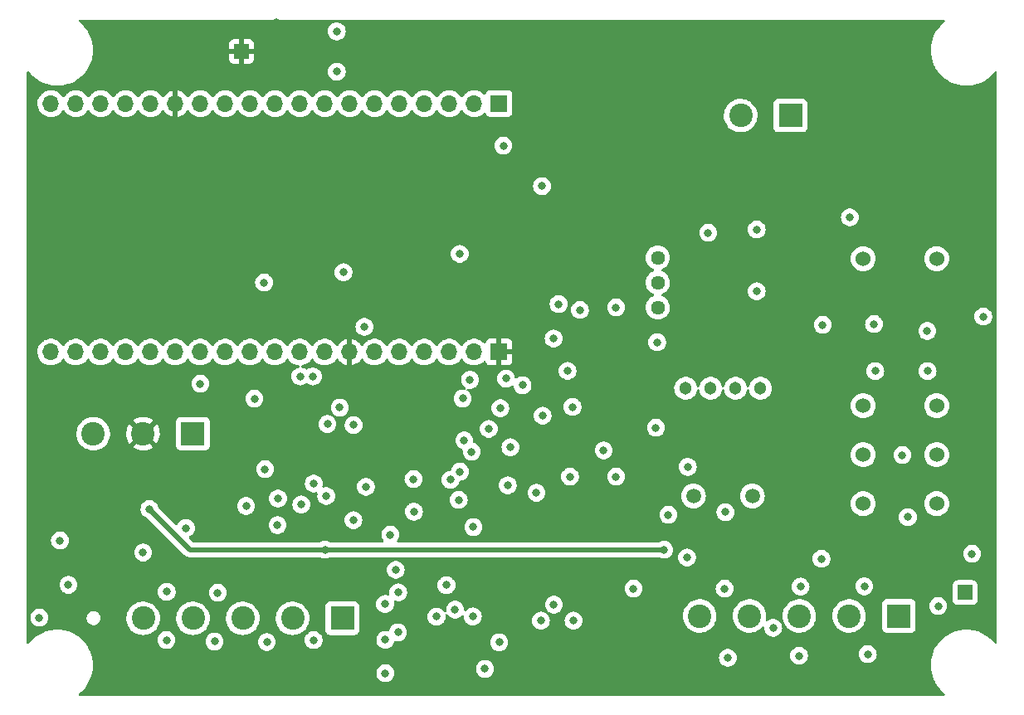
<source format=gbr>
%TF.GenerationSoftware,KiCad,Pcbnew,(6.0.9)*%
%TF.CreationDate,2022-12-07T15:22:28-05:00*%
%TF.ProjectId,Sensors,53656e73-6f72-4732-9e6b-696361645f70,rev?*%
%TF.SameCoordinates,Original*%
%TF.FileFunction,Copper,L3,Inr*%
%TF.FilePolarity,Positive*%
%FSLAX46Y46*%
G04 Gerber Fmt 4.6, Leading zero omitted, Abs format (unit mm)*
G04 Created by KiCad (PCBNEW (6.0.9)) date 2022-12-07 15:22:28*
%MOMM*%
%LPD*%
G01*
G04 APERTURE LIST*
%TA.AperFunction,ComponentPad*%
%ADD10R,1.700000X1.700000*%
%TD*%
%TA.AperFunction,ComponentPad*%
%ADD11O,1.700000X1.700000*%
%TD*%
%TA.AperFunction,ComponentPad*%
%ADD12R,1.500000X1.500000*%
%TD*%
%TA.AperFunction,ComponentPad*%
%ADD13C,1.524000*%
%TD*%
%TA.AperFunction,ComponentPad*%
%ADD14C,1.440000*%
%TD*%
%TA.AperFunction,ComponentPad*%
%ADD15C,1.303000*%
%TD*%
%TA.AperFunction,ComponentPad*%
%ADD16C,1.500000*%
%TD*%
%TA.AperFunction,ComponentPad*%
%ADD17R,2.400000X2.400000*%
%TD*%
%TA.AperFunction,ComponentPad*%
%ADD18C,2.400000*%
%TD*%
%TA.AperFunction,ViaPad*%
%ADD19C,0.800000*%
%TD*%
%TA.AperFunction,Conductor*%
%ADD20C,0.500000*%
%TD*%
G04 APERTURE END LIST*
D10*
%TO.N,GNDD*%
%TO.C,J2*%
X156962000Y-93965000D03*
D11*
%TO.N,/uC_SDO*%
X154422000Y-93965000D03*
%TO.N,unconnected-(J2-Pad3)*%
X151882000Y-93965000D03*
%TO.N,unconnected-(J2-Pad4)*%
X149342000Y-93965000D03*
%TO.N,unconnected-(J2-Pad5)*%
X146802000Y-93965000D03*
%TO.N,unconnected-(J2-Pad6)*%
X144262000Y-93965000D03*
%TO.N,GNDD*%
X141722000Y-93965000D03*
%TO.N,/uC_SDI*%
X139182000Y-93965000D03*
%TO.N,/SCLK*%
X136642000Y-93965000D03*
%TO.N,unconnected-(J2-Pad10)*%
X134102000Y-93965000D03*
%TO.N,unconnected-(J2-Pad11)*%
X131562000Y-93965000D03*
%TO.N,unconnected-(J2-Pad12)*%
X129022000Y-93965000D03*
%TO.N,/CONVST\u002A*%
X126482000Y-93965000D03*
%TO.N,/CS0*%
X123942000Y-93965000D03*
%TO.N,/CS1*%
X121402000Y-93965000D03*
%TO.N,unconnected-(J2-Pad16)*%
X118862000Y-93965000D03*
%TO.N,unconnected-(J2-Pad17)*%
X116322000Y-93965000D03*
%TO.N,unconnected-(J2-Pad18)*%
X113782000Y-93965000D03*
%TO.N,unconnected-(J2-Pad19)*%
X111242000Y-93965000D03*
%TD*%
D12*
%TO.N,GNDA*%
%TO.C,TP2*%
X204520800Y-118516400D03*
%TD*%
D13*
%TO.N,+5V*%
%TO.C,U4*%
X201620000Y-84440000D03*
%TO.N,Net-(D3-Pad2)*%
X194120000Y-84440000D03*
%TO.N,/C_SW_A*%
X201620000Y-99440000D03*
%TO.N,+5V*%
X201620000Y-104440000D03*
%TO.N,unconnected-(U4-Pad5)*%
X201620000Y-109440000D03*
%TO.N,unconnected-(U4-Pad6)*%
X194120000Y-99440000D03*
%TO.N,Net-(U1-Pad5)*%
X194120000Y-104440000D03*
%TO.N,/Unit_OH*%
X194120000Y-109440000D03*
%TD*%
D14*
%TO.N,+15V*%
%TO.C,RV1*%
X173164400Y-84330400D03*
X173164400Y-86870400D03*
%TO.N,Net-(R4-Pad2)*%
X173164400Y-89410400D03*
%TD*%
D15*
%TO.N,-15V*%
%TO.C,U1*%
X183625400Y-97663400D03*
%TO.N,GNDA*%
X181085400Y-97663400D03*
%TO.N,+15V*%
X178545400Y-97663400D03*
%TO.N,/Sens_Vout*%
X176005400Y-97663400D03*
D16*
%TO.N,Net-(U1-Pad5)*%
X182815400Y-108663400D03*
%TO.N,GNDA*%
X176815400Y-108663400D03*
%TD*%
D10*
%TO.N,/uC_3V3*%
%TO.C,J1*%
X156962000Y-68605000D03*
D11*
%TO.N,unconnected-(J1-Pad2)*%
X154422000Y-68605000D03*
%TO.N,unconnected-(J1-Pad3)*%
X151882000Y-68605000D03*
%TO.N,unconnected-(J1-Pad4)*%
X149342000Y-68605000D03*
%TO.N,unconnected-(J1-Pad5)*%
X146802000Y-68605000D03*
%TO.N,unconnected-(J1-Pad6)*%
X144262000Y-68605000D03*
%TO.N,unconnected-(J1-Pad7)*%
X141722000Y-68605000D03*
%TO.N,unconnected-(J1-Pad8)*%
X139182000Y-68605000D03*
%TO.N,unconnected-(J1-Pad9)*%
X136642000Y-68605000D03*
%TO.N,/Debug_LED*%
X134102000Y-68605000D03*
%TO.N,/CurrentIO_1*%
X131562000Y-68605000D03*
%TO.N,unconnected-(J1-Pad12)*%
X129022000Y-68605000D03*
%TO.N,unconnected-(J1-Pad13)*%
X126482000Y-68605000D03*
%TO.N,GNDD*%
X123942000Y-68605000D03*
%TO.N,unconnected-(J1-Pad15)*%
X121402000Y-68605000D03*
%TO.N,unconnected-(J1-Pad16)*%
X118862000Y-68605000D03*
%TO.N,unconnected-(J1-Pad17)*%
X116322000Y-68605000D03*
%TO.N,unconnected-(J1-Pad18)*%
X113782000Y-68605000D03*
%TO.N,+5V*%
X111242000Y-68605000D03*
%TD*%
D17*
%TO.N,+3V3*%
%TO.C,J5*%
X125730000Y-102297100D03*
D18*
%TO.N,GNDD*%
X120650000Y-102297100D03*
%TO.N,+5V*%
X115570000Y-102297100D03*
%TD*%
D17*
%TO.N,-5VA*%
%TO.C,J4*%
X140982600Y-121143900D03*
D18*
%TO.N,+5VA*%
X135902600Y-121143900D03*
%TO.N,GNDA*%
X130822600Y-121143900D03*
%TO.N,+15V*%
X125742600Y-121143900D03*
%TO.N,-15V*%
X120662600Y-121143900D03*
%TD*%
D17*
%TO.N,/Unit_OH*%
%TO.C,J3*%
X197751600Y-120906400D03*
D18*
%TO.N,/Unit_OL*%
X192671600Y-120906400D03*
%TO.N,GNDA*%
X187591600Y-120906400D03*
%TO.N,/PS*%
X182511600Y-120906400D03*
X177431600Y-120906400D03*
%TD*%
D12*
%TO.N,GNDD*%
%TO.C,TP1*%
X130708400Y-63296800D03*
%TD*%
D17*
%TO.N,/C_SW_A*%
%TO.C,J6*%
X186702600Y-69827000D03*
D18*
%TO.N,/C_SW_B*%
X181622600Y-69827000D03*
%TD*%
D19*
%TO.N,GNDA*%
X206375000Y-90347800D03*
%TO.N,GNDD*%
X206375000Y-88061800D03*
X192760600Y-77876400D03*
%TO.N,GNDA*%
X192760600Y-80213200D03*
%TO.N,GNDD*%
X183286400Y-79171800D03*
%TO.N,GNDA*%
X183261000Y-81457800D03*
%TO.N,GNDD*%
X163068000Y-86741000D03*
%TO.N,GNDA*%
X163042600Y-89077800D03*
%TO.N,GNDD*%
X160172400Y-92583000D03*
%TO.N,GNDA*%
X162534600Y-92583000D03*
%TO.N,GNDD*%
X129692400Y-98729800D03*
%TO.N,GNDA*%
X132003800Y-98729800D03*
X131165600Y-109677200D03*
%TO.N,GNDD*%
X128930400Y-109677200D03*
X125044200Y-109601000D03*
%TO.N,GNDA*%
X125018800Y-111937800D03*
X112166400Y-113207800D03*
%TO.N,GNDD*%
X112166400Y-110915450D03*
%TO.N,+3V3*%
X140411200Y-65354200D03*
%TO.N,Net-(D1-Pad1)*%
X140411200Y-61239400D03*
%TO.N,+5V*%
X121297700Y-109994700D03*
X173809800Y-114150000D03*
X139215000Y-114150000D03*
%TO.N,+15V*%
X159362000Y-97355800D03*
X134416800Y-108915200D03*
%TO.N,GNDA*%
X141097000Y-85826600D03*
X167640000Y-104013000D03*
X195351400Y-95910400D03*
X148234400Y-106934000D03*
X178308000Y-81788000D03*
X120650000Y-114427000D03*
X134366000Y-111633000D03*
X164211000Y-106680000D03*
X163957000Y-95885000D03*
X138049000Y-123367800D03*
X146431000Y-116205000D03*
X165227000Y-89662000D03*
X145338800Y-119684800D03*
X205232000Y-114554000D03*
X155524200Y-126314200D03*
X183261000Y-87757000D03*
X154292800Y-120954800D03*
X198120000Y-104495600D03*
X133273800Y-123571000D03*
X168910000Y-89408000D03*
X176149000Y-114935000D03*
X152857200Y-109067600D03*
X145364200Y-126746000D03*
X187731400Y-117906800D03*
X194589400Y-124815600D03*
X164566600Y-121386600D03*
X160782000Y-108331000D03*
X184937400Y-122123200D03*
X145364200Y-123342400D03*
X187579000Y-124968000D03*
X164465000Y-99568000D03*
X161239200Y-121386600D03*
X173101000Y-92964000D03*
X179984400Y-118110000D03*
X140716000Y-99644200D03*
X172974000Y-101701600D03*
X176225200Y-105689400D03*
X123037600Y-123367800D03*
X145872200Y-112623600D03*
X200685400Y-95910400D03*
X195224400Y-91109800D03*
X152958800Y-83947000D03*
X170688000Y-118110000D03*
X143383000Y-107721400D03*
X142113000Y-111125000D03*
X127939800Y-123520200D03*
X200660000Y-91821000D03*
X174244000Y-110591600D03*
X150584400Y-120980200D03*
X113030000Y-117729000D03*
X132994400Y-86868000D03*
X133096000Y-105918000D03*
X161417000Y-100457000D03*
X143230600Y-91389200D03*
X201777600Y-119888000D03*
X180060600Y-110312200D03*
X157861000Y-107569000D03*
X123063000Y-118440200D03*
X194233800Y-117881400D03*
X157099000Y-99695000D03*
X148285200Y-110261400D03*
X110058200Y-121081800D03*
X180314600Y-125171200D03*
X189865000Y-115062000D03*
X189992000Y-91186000D03*
X168910000Y-106680000D03*
X198678800Y-110820200D03*
X128270000Y-118541800D03*
%TO.N,/CONVST\u002A*%
X126492000Y-97205800D03*
X153260078Y-98704400D03*
X153416000Y-102997000D03*
%TO.N,/uC_SDI*%
X142125600Y-101409600D03*
%TO.N,/uC_SDO*%
X139463600Y-101318000D03*
X139331600Y-108663600D03*
X155918200Y-101816200D03*
%TO.N,/SCLK*%
X154178000Y-104140000D03*
X154000200Y-96799400D03*
X137972800Y-96455900D03*
X138061600Y-107393600D03*
%TO.N,/CS0*%
X157683200Y-96672400D03*
X158127600Y-103685200D03*
%TO.N,/CS1*%
X136791600Y-109527200D03*
X136702800Y-96455900D03*
%TO.N,/LowCurr_Vout*%
X151599900Y-117767100D03*
X154343000Y-111838600D03*
%TO.N,+5VA*%
X146685000Y-118491000D03*
X152978400Y-106171000D03*
X146659600Y-122580400D03*
X156985200Y-123596400D03*
%TO.N,/+4.096V*%
X152019000Y-107010200D03*
%TO.N,-5VA*%
X152476200Y-120269000D03*
X162560000Y-119761000D03*
%TO.N,GNDD*%
X153060400Y-87630000D03*
X150749000Y-63957200D03*
X113436400Y-81280000D03*
X139852400Y-81280000D03*
X197866000Y-84328000D03*
X170028400Y-75101000D03*
X126644400Y-74930000D03*
X142570200Y-104165400D03*
X194437000Y-75438000D03*
X126644400Y-87630000D03*
X113436400Y-87630000D03*
X127762000Y-105664000D03*
X112141000Y-96774000D03*
X153060400Y-74930000D03*
X176276000Y-78105000D03*
X112141000Y-105943400D03*
X133248400Y-85471000D03*
X153060400Y-81280000D03*
X152273000Y-102108000D03*
X133248400Y-77089000D03*
X169378400Y-84141000D03*
X137668000Y-111252000D03*
X112141000Y-101320600D03*
X195580000Y-64770000D03*
X120040400Y-85471000D03*
X117221000Y-110236000D03*
X164338000Y-81153000D03*
X139852400Y-74930000D03*
X113436400Y-74930000D03*
X160985200Y-66751200D03*
X139725400Y-87884000D03*
X134264400Y-60299600D03*
X126644400Y-81280000D03*
X120040400Y-77089000D03*
X118313200Y-64211200D03*
X141296400Y-105591600D03*
X146456400Y-77089000D03*
X146456400Y-85471000D03*
%TO.N,/CurrentIO_1*%
X161354000Y-77025000D03*
X157403800Y-72898000D03*
%TD*%
D20*
%TO.N,+5V*%
X121297700Y-109994700D02*
X125453000Y-114150000D01*
X143548000Y-114150000D02*
X173809800Y-114150000D01*
X139215000Y-114150000D02*
X143548000Y-114150000D01*
X125453000Y-114150000D02*
X139215000Y-114150000D01*
%TD*%
%TA.AperFunction,Conductor*%
%TO.N,GNDD*%
G36*
X202426691Y-60068502D02*
G01*
X202473184Y-60122158D01*
X202483288Y-60192432D01*
X202453794Y-60257012D01*
X202437864Y-60272420D01*
X202226447Y-60443622D01*
X201957222Y-60712847D01*
X201955137Y-60715422D01*
X201719695Y-61006168D01*
X201719688Y-61006177D01*
X201717613Y-61008740D01*
X201510246Y-61328057D01*
X201337392Y-61667302D01*
X201200946Y-62022755D01*
X201102403Y-62390524D01*
X201042842Y-62766579D01*
X201022915Y-63146800D01*
X201042842Y-63527021D01*
X201043355Y-63530261D01*
X201043356Y-63530269D01*
X201047317Y-63555275D01*
X201102403Y-63903076D01*
X201200946Y-64270845D01*
X201202131Y-64273933D01*
X201202132Y-64273935D01*
X201212310Y-64300449D01*
X201337392Y-64626298D01*
X201338890Y-64629238D01*
X201437604Y-64822974D01*
X201510246Y-64965542D01*
X201512042Y-64968308D01*
X201512044Y-64968311D01*
X201635225Y-65157994D01*
X201717613Y-65284860D01*
X201957222Y-65580753D01*
X202226447Y-65849978D01*
X202522340Y-66089587D01*
X202525115Y-66091389D01*
X202786799Y-66261328D01*
X202841658Y-66296954D01*
X202844592Y-66298449D01*
X202844599Y-66298453D01*
X203177962Y-66468310D01*
X203180902Y-66469808D01*
X203536355Y-66606254D01*
X203904124Y-66704797D01*
X204104008Y-66736455D01*
X204276931Y-66763844D01*
X204276939Y-66763845D01*
X204280179Y-66764358D01*
X204565283Y-66779300D01*
X204755517Y-66779300D01*
X205040621Y-66764358D01*
X205043861Y-66763845D01*
X205043869Y-66763844D01*
X205216792Y-66736455D01*
X205416676Y-66704797D01*
X205784445Y-66606254D01*
X206139898Y-66469808D01*
X206142838Y-66468310D01*
X206476201Y-66298453D01*
X206476208Y-66298449D01*
X206479142Y-66296954D01*
X206534002Y-66261328D01*
X206795685Y-66091389D01*
X206798460Y-66089587D01*
X207094353Y-65849978D01*
X207363578Y-65580753D01*
X207547580Y-65353529D01*
X207605994Y-65313177D01*
X207676951Y-65310811D01*
X207737923Y-65347184D01*
X207769551Y-65410746D01*
X207771500Y-65432823D01*
X207771500Y-123649577D01*
X207751498Y-123717698D01*
X207697842Y-123764191D01*
X207627568Y-123774295D01*
X207562988Y-123744801D01*
X207547580Y-123728871D01*
X207363578Y-123501647D01*
X207094353Y-123232422D01*
X206798460Y-122992813D01*
X206588012Y-122856147D01*
X206481911Y-122787244D01*
X206481908Y-122787242D01*
X206479142Y-122785446D01*
X206476208Y-122783951D01*
X206476201Y-122783947D01*
X206142838Y-122614090D01*
X206139898Y-122612592D01*
X205850992Y-122501691D01*
X205787535Y-122477332D01*
X205787533Y-122477331D01*
X205784445Y-122476146D01*
X205416676Y-122377603D01*
X205208915Y-122344697D01*
X205043869Y-122318556D01*
X205043861Y-122318555D01*
X205040621Y-122318042D01*
X204755517Y-122303100D01*
X204565283Y-122303100D01*
X204280179Y-122318042D01*
X204276939Y-122318555D01*
X204276931Y-122318556D01*
X204111885Y-122344697D01*
X203904124Y-122377603D01*
X203536355Y-122476146D01*
X203533267Y-122477331D01*
X203533265Y-122477332D01*
X203469808Y-122501691D01*
X203180902Y-122612592D01*
X203177962Y-122614090D01*
X202844599Y-122783947D01*
X202844592Y-122783951D01*
X202841658Y-122785446D01*
X202838892Y-122787242D01*
X202838889Y-122787244D01*
X202732788Y-122856147D01*
X202522340Y-122992813D01*
X202226447Y-123232422D01*
X201957222Y-123501647D01*
X201955137Y-123504222D01*
X201719695Y-123794968D01*
X201719688Y-123794977D01*
X201717613Y-123797540D01*
X201510246Y-124116857D01*
X201337392Y-124456102D01*
X201283520Y-124596444D01*
X201203106Y-124805929D01*
X201200946Y-124811555D01*
X201102403Y-125179324D01*
X201075873Y-125346826D01*
X201043935Y-125548479D01*
X201042842Y-125555379D01*
X201022915Y-125935600D01*
X201042842Y-126315821D01*
X201043355Y-126319061D01*
X201043356Y-126319069D01*
X201052127Y-126374444D01*
X201102403Y-126691876D01*
X201200946Y-127059645D01*
X201337392Y-127415098D01*
X201338890Y-127418038D01*
X201459374Y-127654500D01*
X201510246Y-127754342D01*
X201512042Y-127757108D01*
X201512044Y-127757111D01*
X201648361Y-127967022D01*
X201717613Y-128073660D01*
X201957222Y-128369553D01*
X202226447Y-128638778D01*
X202229022Y-128640863D01*
X202434900Y-128807580D01*
X202475252Y-128865994D01*
X202477618Y-128936951D01*
X202441245Y-128997923D01*
X202377682Y-129029551D01*
X202355606Y-129031500D01*
X114204394Y-129031500D01*
X114136273Y-129011498D01*
X114089780Y-128957842D01*
X114079676Y-128887568D01*
X114109170Y-128822988D01*
X114125100Y-128807580D01*
X114330978Y-128640863D01*
X114333553Y-128638778D01*
X114602778Y-128369553D01*
X114740447Y-128199546D01*
X114840305Y-128076232D01*
X114840312Y-128076223D01*
X114842387Y-128073660D01*
X115049754Y-127754343D01*
X115222608Y-127415098D01*
X115359054Y-127059645D01*
X115443095Y-126746000D01*
X144450696Y-126746000D01*
X144470658Y-126935928D01*
X144529673Y-127117556D01*
X144625160Y-127282944D01*
X144752947Y-127424866D01*
X144907448Y-127537118D01*
X144913476Y-127539802D01*
X144913478Y-127539803D01*
X145075881Y-127612109D01*
X145081912Y-127614794D01*
X145175313Y-127634647D01*
X145262256Y-127653128D01*
X145262261Y-127653128D01*
X145268713Y-127654500D01*
X145459687Y-127654500D01*
X145466139Y-127653128D01*
X145466144Y-127653128D01*
X145553087Y-127634647D01*
X145646488Y-127614794D01*
X145652519Y-127612109D01*
X145814922Y-127539803D01*
X145814924Y-127539802D01*
X145820952Y-127537118D01*
X145975453Y-127424866D01*
X146103240Y-127282944D01*
X146198727Y-127117556D01*
X146257742Y-126935928D01*
X146277704Y-126746000D01*
X146257742Y-126556072D01*
X146198727Y-126374444D01*
X146163945Y-126314200D01*
X154610696Y-126314200D01*
X154630658Y-126504128D01*
X154689673Y-126685756D01*
X154692976Y-126691478D01*
X154692977Y-126691479D01*
X154720665Y-126739435D01*
X154785160Y-126851144D01*
X154789578Y-126856051D01*
X154789579Y-126856052D01*
X154908525Y-126988155D01*
X154912947Y-126993066D01*
X155067448Y-127105318D01*
X155073476Y-127108002D01*
X155073478Y-127108003D01*
X155094935Y-127117556D01*
X155241912Y-127182994D01*
X155335313Y-127202847D01*
X155422256Y-127221328D01*
X155422261Y-127221328D01*
X155428713Y-127222700D01*
X155619687Y-127222700D01*
X155626139Y-127221328D01*
X155626144Y-127221328D01*
X155713087Y-127202847D01*
X155806488Y-127182994D01*
X155953465Y-127117556D01*
X155974922Y-127108003D01*
X155974924Y-127108002D01*
X155980952Y-127105318D01*
X156135453Y-126993066D01*
X156139875Y-126988155D01*
X156258821Y-126856052D01*
X156258822Y-126856051D01*
X156263240Y-126851144D01*
X156327735Y-126739435D01*
X156355423Y-126691479D01*
X156355424Y-126691478D01*
X156358727Y-126685756D01*
X156417742Y-126504128D01*
X156437704Y-126314200D01*
X156417742Y-126124272D01*
X156358727Y-125942644D01*
X156263240Y-125777256D01*
X156246909Y-125759118D01*
X156139875Y-125640245D01*
X156139874Y-125640244D01*
X156135453Y-125635334D01*
X156008031Y-125542756D01*
X155986294Y-125526963D01*
X155986293Y-125526962D01*
X155980952Y-125523082D01*
X155974924Y-125520398D01*
X155974922Y-125520397D01*
X155812519Y-125448091D01*
X155812518Y-125448091D01*
X155806488Y-125445406D01*
X155713088Y-125425553D01*
X155626144Y-125407072D01*
X155626139Y-125407072D01*
X155619687Y-125405700D01*
X155428713Y-125405700D01*
X155422261Y-125407072D01*
X155422256Y-125407072D01*
X155335312Y-125425553D01*
X155241912Y-125445406D01*
X155235882Y-125448091D01*
X155235881Y-125448091D01*
X155073478Y-125520397D01*
X155073476Y-125520398D01*
X155067448Y-125523082D01*
X155062107Y-125526962D01*
X155062106Y-125526963D01*
X155040369Y-125542756D01*
X154912947Y-125635334D01*
X154908526Y-125640244D01*
X154908525Y-125640245D01*
X154801492Y-125759118D01*
X154785160Y-125777256D01*
X154689673Y-125942644D01*
X154630658Y-126124272D01*
X154610696Y-126314200D01*
X146163945Y-126314200D01*
X146103240Y-126209056D01*
X146021248Y-126117994D01*
X145979875Y-126072045D01*
X145979874Y-126072044D01*
X145975453Y-126067134D01*
X145876357Y-125995136D01*
X145826294Y-125958763D01*
X145826293Y-125958762D01*
X145820952Y-125954882D01*
X145814924Y-125952198D01*
X145814922Y-125952197D01*
X145652519Y-125879891D01*
X145652518Y-125879891D01*
X145646488Y-125877206D01*
X145537073Y-125853949D01*
X145466144Y-125838872D01*
X145466139Y-125838872D01*
X145459687Y-125837500D01*
X145268713Y-125837500D01*
X145262261Y-125838872D01*
X145262256Y-125838872D01*
X145191327Y-125853949D01*
X145081912Y-125877206D01*
X145075882Y-125879891D01*
X145075881Y-125879891D01*
X144913478Y-125952197D01*
X144913476Y-125952198D01*
X144907448Y-125954882D01*
X144902107Y-125958762D01*
X144902106Y-125958763D01*
X144852043Y-125995136D01*
X144752947Y-126067134D01*
X144748526Y-126072044D01*
X144748525Y-126072045D01*
X144707153Y-126117994D01*
X144625160Y-126209056D01*
X144529673Y-126374444D01*
X144470658Y-126556072D01*
X144450696Y-126746000D01*
X115443095Y-126746000D01*
X115457597Y-126691876D01*
X115507873Y-126374444D01*
X115516644Y-126319069D01*
X115516645Y-126319061D01*
X115517158Y-126315821D01*
X115537085Y-125935600D01*
X115517158Y-125555379D01*
X115516066Y-125548479D01*
X115484127Y-125346826D01*
X115457597Y-125179324D01*
X115455420Y-125171200D01*
X179401096Y-125171200D01*
X179421058Y-125361128D01*
X179480073Y-125542756D01*
X179483376Y-125548478D01*
X179483377Y-125548479D01*
X179487361Y-125555379D01*
X179575560Y-125708144D01*
X179579978Y-125713051D01*
X179579979Y-125713052D01*
X179692632Y-125838166D01*
X179703347Y-125850066D01*
X179802443Y-125922064D01*
X179843918Y-125952197D01*
X179857848Y-125962318D01*
X179863876Y-125965002D01*
X179863878Y-125965003D01*
X180026281Y-126037309D01*
X180032312Y-126039994D01*
X180125713Y-126059847D01*
X180212656Y-126078328D01*
X180212661Y-126078328D01*
X180219113Y-126079700D01*
X180410087Y-126079700D01*
X180416539Y-126078328D01*
X180416544Y-126078328D01*
X180503487Y-126059847D01*
X180596888Y-126039994D01*
X180602919Y-126037309D01*
X180765322Y-125965003D01*
X180765324Y-125965002D01*
X180771352Y-125962318D01*
X180785283Y-125952197D01*
X180826757Y-125922064D01*
X180925853Y-125850066D01*
X180936568Y-125838166D01*
X181049221Y-125713052D01*
X181049222Y-125713051D01*
X181053640Y-125708144D01*
X181141839Y-125555379D01*
X181145823Y-125548479D01*
X181145824Y-125548478D01*
X181149127Y-125542756D01*
X181208142Y-125361128D01*
X181228104Y-125171200D01*
X181211351Y-125011806D01*
X181208832Y-124987835D01*
X181208832Y-124987833D01*
X181208142Y-124981272D01*
X181203830Y-124968000D01*
X186665496Y-124968000D01*
X186666186Y-124974565D01*
X186668751Y-124998965D01*
X186685458Y-125157928D01*
X186744473Y-125339556D01*
X186747776Y-125345278D01*
X186747777Y-125345279D01*
X186760552Y-125367406D01*
X186839960Y-125504944D01*
X186844378Y-125509851D01*
X186844379Y-125509852D01*
X186961785Y-125640245D01*
X186967747Y-125646866D01*
X187122248Y-125759118D01*
X187128276Y-125761802D01*
X187128278Y-125761803D01*
X187290681Y-125834109D01*
X187296712Y-125836794D01*
X187390112Y-125856647D01*
X187477056Y-125875128D01*
X187477061Y-125875128D01*
X187483513Y-125876500D01*
X187674487Y-125876500D01*
X187680939Y-125875128D01*
X187680944Y-125875128D01*
X187767888Y-125856647D01*
X187861288Y-125836794D01*
X187867319Y-125834109D01*
X188029722Y-125761803D01*
X188029724Y-125761802D01*
X188035752Y-125759118D01*
X188190253Y-125646866D01*
X188196215Y-125640245D01*
X188313621Y-125509852D01*
X188313622Y-125509851D01*
X188318040Y-125504944D01*
X188397448Y-125367406D01*
X188410223Y-125345279D01*
X188410224Y-125345278D01*
X188413527Y-125339556D01*
X188472542Y-125157928D01*
X188489250Y-124998965D01*
X188491814Y-124974565D01*
X188492504Y-124968000D01*
X188476486Y-124815600D01*
X193675896Y-124815600D01*
X193676586Y-124822165D01*
X193693309Y-124981272D01*
X193695858Y-125005528D01*
X193754873Y-125187156D01*
X193850360Y-125352544D01*
X193978147Y-125494466D01*
X194132648Y-125606718D01*
X194138676Y-125609402D01*
X194138678Y-125609403D01*
X194301081Y-125681709D01*
X194307112Y-125684394D01*
X194400513Y-125704247D01*
X194487456Y-125722728D01*
X194487461Y-125722728D01*
X194493913Y-125724100D01*
X194684887Y-125724100D01*
X194691339Y-125722728D01*
X194691344Y-125722728D01*
X194778287Y-125704247D01*
X194871688Y-125684394D01*
X194877719Y-125681709D01*
X195040122Y-125609403D01*
X195040124Y-125609402D01*
X195046152Y-125606718D01*
X195200653Y-125494466D01*
X195328440Y-125352544D01*
X195423927Y-125187156D01*
X195482942Y-125005528D01*
X195485492Y-124981272D01*
X195502214Y-124822165D01*
X195502904Y-124815600D01*
X195500625Y-124793921D01*
X195483632Y-124632235D01*
X195483632Y-124632233D01*
X195482942Y-124625672D01*
X195423927Y-124444044D01*
X195416429Y-124431056D01*
X195374386Y-124358237D01*
X195328440Y-124278656D01*
X195303449Y-124250900D01*
X195205075Y-124141645D01*
X195205074Y-124141644D01*
X195200653Y-124136734D01*
X195046152Y-124024482D01*
X195040124Y-124021798D01*
X195040122Y-124021797D01*
X194877719Y-123949491D01*
X194877718Y-123949491D01*
X194871688Y-123946806D01*
X194778287Y-123926953D01*
X194691344Y-123908472D01*
X194691339Y-123908472D01*
X194684887Y-123907100D01*
X194493913Y-123907100D01*
X194487461Y-123908472D01*
X194487456Y-123908472D01*
X194400513Y-123926953D01*
X194307112Y-123946806D01*
X194301082Y-123949491D01*
X194301081Y-123949491D01*
X194138678Y-124021797D01*
X194138676Y-124021798D01*
X194132648Y-124024482D01*
X193978147Y-124136734D01*
X193973726Y-124141644D01*
X193973725Y-124141645D01*
X193875352Y-124250900D01*
X193850360Y-124278656D01*
X193804414Y-124358237D01*
X193762372Y-124431056D01*
X193754873Y-124444044D01*
X193695858Y-124625672D01*
X193695168Y-124632233D01*
X193695168Y-124632235D01*
X193678175Y-124793921D01*
X193675896Y-124815600D01*
X188476486Y-124815600D01*
X188475796Y-124809035D01*
X188473232Y-124784635D01*
X188473232Y-124784633D01*
X188472542Y-124778072D01*
X188413527Y-124596444D01*
X188318040Y-124431056D01*
X188190253Y-124289134D01*
X188035752Y-124176882D01*
X188029724Y-124174198D01*
X188029722Y-124174197D01*
X187867319Y-124101891D01*
X187867318Y-124101891D01*
X187861288Y-124099206D01*
X187767887Y-124079353D01*
X187680944Y-124060872D01*
X187680939Y-124060872D01*
X187674487Y-124059500D01*
X187483513Y-124059500D01*
X187477061Y-124060872D01*
X187477056Y-124060872D01*
X187390113Y-124079353D01*
X187296712Y-124099206D01*
X187290682Y-124101891D01*
X187290681Y-124101891D01*
X187128278Y-124174197D01*
X187128276Y-124174198D01*
X187122248Y-124176882D01*
X186967747Y-124289134D01*
X186839960Y-124431056D01*
X186744473Y-124596444D01*
X186685458Y-124778072D01*
X186684768Y-124784633D01*
X186684768Y-124784635D01*
X186682204Y-124809035D01*
X186665496Y-124968000D01*
X181203830Y-124968000D01*
X181149127Y-124799644D01*
X181136673Y-124778072D01*
X181056941Y-124639974D01*
X181053640Y-124634256D01*
X180937168Y-124504900D01*
X180930275Y-124497245D01*
X180930274Y-124497244D01*
X180925853Y-124492334D01*
X180785507Y-124390366D01*
X180776694Y-124383963D01*
X180776693Y-124383962D01*
X180771352Y-124380082D01*
X180765324Y-124377398D01*
X180765322Y-124377397D01*
X180602919Y-124305091D01*
X180602918Y-124305091D01*
X180596888Y-124302406D01*
X180474070Y-124276300D01*
X180416544Y-124264072D01*
X180416539Y-124264072D01*
X180410087Y-124262700D01*
X180219113Y-124262700D01*
X180212661Y-124264072D01*
X180212656Y-124264072D01*
X180155130Y-124276300D01*
X180032312Y-124302406D01*
X180026282Y-124305091D01*
X180026281Y-124305091D01*
X179863878Y-124377397D01*
X179863876Y-124377398D01*
X179857848Y-124380082D01*
X179852507Y-124383962D01*
X179852506Y-124383963D01*
X179843693Y-124390366D01*
X179703347Y-124492334D01*
X179698926Y-124497244D01*
X179698925Y-124497245D01*
X179692033Y-124504900D01*
X179575560Y-124634256D01*
X179572259Y-124639974D01*
X179492528Y-124778072D01*
X179480073Y-124799644D01*
X179421058Y-124981272D01*
X179420368Y-124987833D01*
X179420368Y-124987835D01*
X179417849Y-125011806D01*
X179401096Y-125171200D01*
X115455420Y-125171200D01*
X115359054Y-124811555D01*
X115356895Y-124805929D01*
X115276480Y-124596444D01*
X115222608Y-124456102D01*
X115140036Y-124294045D01*
X115051253Y-124119799D01*
X115051249Y-124119792D01*
X115049754Y-124116858D01*
X115047955Y-124114087D01*
X114844189Y-123800315D01*
X114844187Y-123800312D01*
X114842387Y-123797540D01*
X114602778Y-123501647D01*
X114468931Y-123367800D01*
X122124096Y-123367800D01*
X122124786Y-123374365D01*
X122140699Y-123525765D01*
X122144058Y-123557728D01*
X122203073Y-123739356D01*
X122206376Y-123745078D01*
X122206377Y-123745079D01*
X122219152Y-123767206D01*
X122298560Y-123904744D01*
X122426347Y-124046666D01*
X122510689Y-124107944D01*
X122549584Y-124136203D01*
X122580848Y-124158918D01*
X122586876Y-124161602D01*
X122586878Y-124161603D01*
X122698262Y-124211194D01*
X122755312Y-124236594D01*
X122848712Y-124256447D01*
X122935656Y-124274928D01*
X122935661Y-124274928D01*
X122942113Y-124276300D01*
X123133087Y-124276300D01*
X123139539Y-124274928D01*
X123139544Y-124274928D01*
X123226488Y-124256447D01*
X123319888Y-124236594D01*
X123376938Y-124211194D01*
X123488322Y-124161603D01*
X123488324Y-124161602D01*
X123494352Y-124158918D01*
X123525617Y-124136203D01*
X123564511Y-124107944D01*
X123648853Y-124046666D01*
X123776640Y-123904744D01*
X123856048Y-123767206D01*
X123868823Y-123745079D01*
X123868824Y-123745078D01*
X123872127Y-123739356D01*
X123931142Y-123557728D01*
X123934502Y-123525765D01*
X123935087Y-123520200D01*
X127026296Y-123520200D01*
X127026986Y-123526765D01*
X127029551Y-123551165D01*
X127046258Y-123710128D01*
X127105273Y-123891756D01*
X127108576Y-123897478D01*
X127108577Y-123897479D01*
X127114132Y-123907100D01*
X127200760Y-124057144D01*
X127205178Y-124062051D01*
X127205179Y-124062052D01*
X127294815Y-124161603D01*
X127328547Y-124199066D01*
X127427643Y-124271064D01*
X127470782Y-124302406D01*
X127483048Y-124311318D01*
X127489076Y-124314002D01*
X127489078Y-124314003D01*
X127637495Y-124380082D01*
X127657512Y-124388994D01*
X127750912Y-124408847D01*
X127837856Y-124427328D01*
X127837861Y-124427328D01*
X127844313Y-124428700D01*
X128035287Y-124428700D01*
X128041739Y-124427328D01*
X128041744Y-124427328D01*
X128128688Y-124408847D01*
X128222088Y-124388994D01*
X128242105Y-124380082D01*
X128390522Y-124314003D01*
X128390524Y-124314002D01*
X128396552Y-124311318D01*
X128408819Y-124302406D01*
X128451957Y-124271064D01*
X128551053Y-124199066D01*
X128584785Y-124161603D01*
X128674421Y-124062052D01*
X128674422Y-124062051D01*
X128678840Y-124057144D01*
X128765468Y-123907100D01*
X128771023Y-123897479D01*
X128771024Y-123897478D01*
X128774327Y-123891756D01*
X128833342Y-123710128D01*
X128847965Y-123571000D01*
X132360296Y-123571000D01*
X132360986Y-123577565D01*
X132377556Y-123735216D01*
X132380258Y-123760928D01*
X132439273Y-123942556D01*
X132534760Y-124107944D01*
X132539178Y-124112851D01*
X132539179Y-124112852D01*
X132628962Y-124212566D01*
X132662547Y-124249866D01*
X132817048Y-124362118D01*
X132823076Y-124364802D01*
X132823078Y-124364803D01*
X132966594Y-124428700D01*
X132991512Y-124439794D01*
X133068235Y-124456102D01*
X133171856Y-124478128D01*
X133171861Y-124478128D01*
X133178313Y-124479500D01*
X133369287Y-124479500D01*
X133375739Y-124478128D01*
X133375744Y-124478128D01*
X133479365Y-124456102D01*
X133556088Y-124439794D01*
X133581006Y-124428700D01*
X133724522Y-124364803D01*
X133724524Y-124364802D01*
X133730552Y-124362118D01*
X133885053Y-124249866D01*
X133918638Y-124212566D01*
X134008421Y-124112852D01*
X134008422Y-124112851D01*
X134012840Y-124107944D01*
X134108327Y-123942556D01*
X134167342Y-123760928D01*
X134170045Y-123735216D01*
X134186614Y-123577565D01*
X134187304Y-123571000D01*
X134181275Y-123513635D01*
X134168032Y-123387635D01*
X134168032Y-123387633D01*
X134167342Y-123381072D01*
X134163030Y-123367800D01*
X137135496Y-123367800D01*
X137136186Y-123374365D01*
X137152099Y-123525765D01*
X137155458Y-123557728D01*
X137214473Y-123739356D01*
X137217776Y-123745078D01*
X137217777Y-123745079D01*
X137230552Y-123767206D01*
X137309960Y-123904744D01*
X137437747Y-124046666D01*
X137522089Y-124107944D01*
X137560984Y-124136203D01*
X137592248Y-124158918D01*
X137598276Y-124161602D01*
X137598278Y-124161603D01*
X137709662Y-124211194D01*
X137766712Y-124236594D01*
X137860112Y-124256447D01*
X137947056Y-124274928D01*
X137947061Y-124274928D01*
X137953513Y-124276300D01*
X138144487Y-124276300D01*
X138150939Y-124274928D01*
X138150944Y-124274928D01*
X138237888Y-124256447D01*
X138331288Y-124236594D01*
X138388338Y-124211194D01*
X138499722Y-124161603D01*
X138499724Y-124161602D01*
X138505752Y-124158918D01*
X138537017Y-124136203D01*
X138575911Y-124107944D01*
X138660253Y-124046666D01*
X138788040Y-123904744D01*
X138867448Y-123767206D01*
X138880223Y-123745079D01*
X138880224Y-123745078D01*
X138883527Y-123739356D01*
X138942542Y-123557728D01*
X138945902Y-123525765D01*
X138961814Y-123374365D01*
X138962504Y-123367800D01*
X138959834Y-123342400D01*
X144450696Y-123342400D01*
X144451386Y-123348965D01*
X144466094Y-123488900D01*
X144470658Y-123532328D01*
X144529673Y-123713956D01*
X144625160Y-123879344D01*
X144629578Y-123884251D01*
X144629579Y-123884252D01*
X144748525Y-124016355D01*
X144752947Y-124021266D01*
X144807460Y-124060872D01*
X144884518Y-124116858D01*
X144907448Y-124133518D01*
X144913476Y-124136202D01*
X144913478Y-124136203D01*
X145054672Y-124199066D01*
X145081912Y-124211194D01*
X145175312Y-124231047D01*
X145262256Y-124249528D01*
X145262261Y-124249528D01*
X145268713Y-124250900D01*
X145459687Y-124250900D01*
X145466139Y-124249528D01*
X145466144Y-124249528D01*
X145553088Y-124231047D01*
X145646488Y-124211194D01*
X145673728Y-124199066D01*
X145814922Y-124136203D01*
X145814924Y-124136202D01*
X145820952Y-124133518D01*
X145843883Y-124116858D01*
X145920940Y-124060872D01*
X145975453Y-124021266D01*
X145979875Y-124016355D01*
X146098821Y-123884252D01*
X146098822Y-123884251D01*
X146103240Y-123879344D01*
X146198727Y-123713956D01*
X146236923Y-123596400D01*
X156071696Y-123596400D01*
X156072386Y-123602965D01*
X156088299Y-123754365D01*
X156091658Y-123786328D01*
X156150673Y-123967956D01*
X156246160Y-124133344D01*
X156250578Y-124138251D01*
X156250579Y-124138252D01*
X156363868Y-124264072D01*
X156373947Y-124275266D01*
X156423568Y-124311318D01*
X156514518Y-124377397D01*
X156528448Y-124387518D01*
X156534476Y-124390202D01*
X156534478Y-124390203D01*
X156682491Y-124456102D01*
X156702912Y-124465194D01*
X156796312Y-124485047D01*
X156883256Y-124503528D01*
X156883261Y-124503528D01*
X156889713Y-124504900D01*
X157080687Y-124504900D01*
X157087139Y-124503528D01*
X157087144Y-124503528D01*
X157174088Y-124485047D01*
X157267488Y-124465194D01*
X157287909Y-124456102D01*
X157435922Y-124390203D01*
X157435924Y-124390202D01*
X157441952Y-124387518D01*
X157455883Y-124377397D01*
X157546832Y-124311318D01*
X157596453Y-124275266D01*
X157606532Y-124264072D01*
X157719821Y-124138252D01*
X157719822Y-124138251D01*
X157724240Y-124133344D01*
X157819727Y-123967956D01*
X157878742Y-123786328D01*
X157882102Y-123754365D01*
X157898014Y-123602965D01*
X157898704Y-123596400D01*
X157888499Y-123499303D01*
X157879432Y-123413035D01*
X157879432Y-123413033D01*
X157878742Y-123406472D01*
X157819727Y-123224844D01*
X157724240Y-123059456D01*
X157699249Y-123031700D01*
X157600875Y-122922445D01*
X157600874Y-122922444D01*
X157596453Y-122917534D01*
X157485022Y-122836574D01*
X157447294Y-122809163D01*
X157447293Y-122809162D01*
X157441952Y-122805282D01*
X157435924Y-122802598D01*
X157435922Y-122802597D01*
X157273519Y-122730291D01*
X157273518Y-122730291D01*
X157267488Y-122727606D01*
X157160623Y-122704891D01*
X157087144Y-122689272D01*
X157087139Y-122689272D01*
X157080687Y-122687900D01*
X156889713Y-122687900D01*
X156883261Y-122689272D01*
X156883256Y-122689272D01*
X156809777Y-122704891D01*
X156702912Y-122727606D01*
X156696882Y-122730291D01*
X156696881Y-122730291D01*
X156534478Y-122802597D01*
X156534476Y-122802598D01*
X156528448Y-122805282D01*
X156523107Y-122809162D01*
X156523106Y-122809163D01*
X156485378Y-122836574D01*
X156373947Y-122917534D01*
X156369526Y-122922444D01*
X156369525Y-122922445D01*
X156271152Y-123031700D01*
X156246160Y-123059456D01*
X156150673Y-123224844D01*
X156091658Y-123406472D01*
X156090968Y-123413033D01*
X156090968Y-123413035D01*
X156081901Y-123499303D01*
X156071696Y-123596400D01*
X146236923Y-123596400D01*
X146255675Y-123538689D01*
X146295749Y-123480084D01*
X146361145Y-123452447D01*
X146401705Y-123454379D01*
X146557656Y-123487528D01*
X146557661Y-123487528D01*
X146564113Y-123488900D01*
X146755087Y-123488900D01*
X146761539Y-123487528D01*
X146761544Y-123487528D01*
X146848488Y-123469047D01*
X146941888Y-123449194D01*
X147047767Y-123402054D01*
X147110322Y-123374203D01*
X147110324Y-123374202D01*
X147116352Y-123371518D01*
X147130506Y-123361235D01*
X147181763Y-123323994D01*
X147270853Y-123259266D01*
X147292913Y-123234766D01*
X147394221Y-123122252D01*
X147394222Y-123122251D01*
X147398640Y-123117344D01*
X147471579Y-122991011D01*
X147490823Y-122957679D01*
X147490824Y-122957678D01*
X147494127Y-122951956D01*
X147553142Y-122770328D01*
X147557777Y-122726234D01*
X147572414Y-122586965D01*
X147573104Y-122580400D01*
X147566834Y-122520746D01*
X147553832Y-122397035D01*
X147553832Y-122397033D01*
X147553142Y-122390472D01*
X147494127Y-122208844D01*
X147398640Y-122043456D01*
X147386903Y-122030420D01*
X147275275Y-121906445D01*
X147275274Y-121906444D01*
X147270853Y-121901534D01*
X147116352Y-121789282D01*
X147110324Y-121786598D01*
X147110322Y-121786597D01*
X146947919Y-121714291D01*
X146947918Y-121714291D01*
X146941888Y-121711606D01*
X146848488Y-121691753D01*
X146761544Y-121673272D01*
X146761539Y-121673272D01*
X146755087Y-121671900D01*
X146564113Y-121671900D01*
X146557661Y-121673272D01*
X146557656Y-121673272D01*
X146470712Y-121691753D01*
X146377312Y-121711606D01*
X146371282Y-121714291D01*
X146371281Y-121714291D01*
X146208878Y-121786597D01*
X146208876Y-121786598D01*
X146202848Y-121789282D01*
X146048347Y-121901534D01*
X146043926Y-121906444D01*
X146043925Y-121906445D01*
X145932298Y-122030420D01*
X145920560Y-122043456D01*
X145825073Y-122208844D01*
X145770240Y-122377603D01*
X145768125Y-122384111D01*
X145728051Y-122442716D01*
X145662655Y-122470353D01*
X145622095Y-122468421D01*
X145466144Y-122435272D01*
X145466139Y-122435272D01*
X145459687Y-122433900D01*
X145268713Y-122433900D01*
X145262261Y-122435272D01*
X145262256Y-122435272D01*
X145175312Y-122453753D01*
X145081912Y-122473606D01*
X145075882Y-122476291D01*
X145075881Y-122476291D01*
X144913478Y-122548597D01*
X144913476Y-122548598D01*
X144907448Y-122551282D01*
X144902107Y-122555162D01*
X144902106Y-122555163D01*
X144872488Y-122576682D01*
X144752947Y-122663534D01*
X144748526Y-122668444D01*
X144748525Y-122668445D01*
X144651137Y-122776606D01*
X144625160Y-122805456D01*
X144529673Y-122970844D01*
X144470658Y-123152472D01*
X144469968Y-123159033D01*
X144469968Y-123159035D01*
X144452631Y-123323994D01*
X144450696Y-123342400D01*
X138959834Y-123342400D01*
X138943232Y-123184435D01*
X138943232Y-123184433D01*
X138942542Y-123177872D01*
X138883527Y-122996244D01*
X138876029Y-122983256D01*
X138794089Y-122841334D01*
X138788040Y-122830856D01*
X138762118Y-122802066D01*
X138664675Y-122693845D01*
X138664674Y-122693844D01*
X138660253Y-122688934D01*
X138557846Y-122614531D01*
X138511094Y-122580563D01*
X138511093Y-122580562D01*
X138505752Y-122576682D01*
X138499724Y-122573998D01*
X138499722Y-122573997D01*
X138337319Y-122501691D01*
X138337318Y-122501691D01*
X138331288Y-122499006D01*
X138230539Y-122477591D01*
X138150944Y-122460672D01*
X138150939Y-122460672D01*
X138144487Y-122459300D01*
X137953513Y-122459300D01*
X137947061Y-122460672D01*
X137947056Y-122460672D01*
X137867461Y-122477591D01*
X137766712Y-122499006D01*
X137760682Y-122501691D01*
X137760681Y-122501691D01*
X137598278Y-122573997D01*
X137598276Y-122573998D01*
X137592248Y-122576682D01*
X137586907Y-122580562D01*
X137586906Y-122580563D01*
X137540154Y-122614531D01*
X137437747Y-122688934D01*
X137433326Y-122693844D01*
X137433325Y-122693845D01*
X137335883Y-122802066D01*
X137309960Y-122830856D01*
X137303911Y-122841334D01*
X137221972Y-122983256D01*
X137214473Y-122996244D01*
X137155458Y-123177872D01*
X137154768Y-123184433D01*
X137154768Y-123184435D01*
X137138166Y-123342400D01*
X137135496Y-123367800D01*
X134163030Y-123367800D01*
X134108327Y-123199444D01*
X134095873Y-123177872D01*
X134030806Y-123065174D01*
X134012840Y-123034056D01*
X133962681Y-122978348D01*
X133889475Y-122897045D01*
X133889474Y-122897044D01*
X133885053Y-122892134D01*
X133766430Y-122805949D01*
X133735894Y-122783763D01*
X133735893Y-122783762D01*
X133730552Y-122779882D01*
X133724524Y-122777198D01*
X133724522Y-122777197D01*
X133562119Y-122704891D01*
X133562118Y-122704891D01*
X133556088Y-122702206D01*
X133462688Y-122682353D01*
X133375744Y-122663872D01*
X133375739Y-122663872D01*
X133369287Y-122662500D01*
X133178313Y-122662500D01*
X133171861Y-122663872D01*
X133171856Y-122663872D01*
X133084912Y-122682353D01*
X132991512Y-122702206D01*
X132985482Y-122704891D01*
X132985481Y-122704891D01*
X132823078Y-122777197D01*
X132823076Y-122777198D01*
X132817048Y-122779882D01*
X132811707Y-122783762D01*
X132811706Y-122783763D01*
X132781170Y-122805949D01*
X132662547Y-122892134D01*
X132658126Y-122897044D01*
X132658125Y-122897045D01*
X132584920Y-122978348D01*
X132534760Y-123034056D01*
X132516794Y-123065174D01*
X132451728Y-123177872D01*
X132439273Y-123199444D01*
X132380258Y-123381072D01*
X132379568Y-123387633D01*
X132379568Y-123387635D01*
X132366325Y-123513635D01*
X132360296Y-123571000D01*
X128847965Y-123571000D01*
X128850050Y-123551165D01*
X128852614Y-123526765D01*
X128853304Y-123520200D01*
X128838681Y-123381072D01*
X128834032Y-123336835D01*
X128834032Y-123336833D01*
X128833342Y-123330272D01*
X128774327Y-123148644D01*
X128678840Y-122983256D01*
X128655811Y-122957679D01*
X128555475Y-122846245D01*
X128555474Y-122846244D01*
X128551053Y-122841334D01*
X128396552Y-122729082D01*
X128390524Y-122726398D01*
X128390522Y-122726397D01*
X128228119Y-122654091D01*
X128228118Y-122654091D01*
X128222088Y-122651406D01*
X128128687Y-122631553D01*
X128041744Y-122613072D01*
X128041739Y-122613072D01*
X128035287Y-122611700D01*
X127844313Y-122611700D01*
X127837861Y-122613072D01*
X127837856Y-122613072D01*
X127750913Y-122631553D01*
X127657512Y-122651406D01*
X127651482Y-122654091D01*
X127651481Y-122654091D01*
X127489078Y-122726397D01*
X127489076Y-122726398D01*
X127483048Y-122729082D01*
X127328547Y-122841334D01*
X127324126Y-122846244D01*
X127324125Y-122846245D01*
X127223790Y-122957679D01*
X127200760Y-122983256D01*
X127105273Y-123148644D01*
X127046258Y-123330272D01*
X127045568Y-123336833D01*
X127045568Y-123336835D01*
X127040919Y-123381072D01*
X127026296Y-123520200D01*
X123935087Y-123520200D01*
X123950414Y-123374365D01*
X123951104Y-123367800D01*
X123948434Y-123342400D01*
X123931832Y-123184435D01*
X123931832Y-123184433D01*
X123931142Y-123177872D01*
X123872127Y-122996244D01*
X123864629Y-122983256D01*
X123782689Y-122841334D01*
X123776640Y-122830856D01*
X123750718Y-122802066D01*
X123653275Y-122693845D01*
X123653274Y-122693844D01*
X123648853Y-122688934D01*
X123546446Y-122614531D01*
X123499694Y-122580563D01*
X123499693Y-122580562D01*
X123494352Y-122576682D01*
X123488324Y-122573998D01*
X123488322Y-122573997D01*
X123325919Y-122501691D01*
X123325918Y-122501691D01*
X123319888Y-122499006D01*
X123219139Y-122477591D01*
X123139544Y-122460672D01*
X123139539Y-122460672D01*
X123133087Y-122459300D01*
X122942113Y-122459300D01*
X122935661Y-122460672D01*
X122935656Y-122460672D01*
X122856061Y-122477591D01*
X122755312Y-122499006D01*
X122749282Y-122501691D01*
X122749281Y-122501691D01*
X122586878Y-122573997D01*
X122586876Y-122573998D01*
X122580848Y-122576682D01*
X122575507Y-122580562D01*
X122575506Y-122580563D01*
X122528754Y-122614531D01*
X122426347Y-122688934D01*
X122421926Y-122693844D01*
X122421925Y-122693845D01*
X122324483Y-122802066D01*
X122298560Y-122830856D01*
X122292511Y-122841334D01*
X122210572Y-122983256D01*
X122203073Y-122996244D01*
X122144058Y-123177872D01*
X122143368Y-123184433D01*
X122143368Y-123184435D01*
X122126766Y-123342400D01*
X122124096Y-123367800D01*
X114468931Y-123367800D01*
X114333553Y-123232422D01*
X114037660Y-122992813D01*
X113827212Y-122856147D01*
X113721111Y-122787244D01*
X113721108Y-122787242D01*
X113718342Y-122785446D01*
X113715408Y-122783951D01*
X113715401Y-122783947D01*
X113382038Y-122614090D01*
X113379098Y-122612592D01*
X113090192Y-122501691D01*
X113026735Y-122477332D01*
X113026733Y-122477331D01*
X113023645Y-122476146D01*
X112655876Y-122377603D01*
X112448115Y-122344697D01*
X112283069Y-122318556D01*
X112283061Y-122318555D01*
X112279821Y-122318042D01*
X111994717Y-122303100D01*
X111804483Y-122303100D01*
X111519379Y-122318042D01*
X111516139Y-122318555D01*
X111516131Y-122318556D01*
X111351085Y-122344697D01*
X111143324Y-122377603D01*
X110775555Y-122476146D01*
X110772467Y-122477331D01*
X110772465Y-122477332D01*
X110709008Y-122501691D01*
X110420102Y-122612592D01*
X110417162Y-122614090D01*
X110083799Y-122783947D01*
X110083792Y-122783951D01*
X110080858Y-122785446D01*
X110078092Y-122787242D01*
X110078089Y-122787244D01*
X109971988Y-122856147D01*
X109761540Y-122992813D01*
X109465647Y-123232422D01*
X109196422Y-123501647D01*
X109012420Y-123728871D01*
X108954006Y-123769223D01*
X108883049Y-123771589D01*
X108822077Y-123735216D01*
X108790449Y-123671654D01*
X108788500Y-123649577D01*
X108788500Y-121081800D01*
X109144696Y-121081800D01*
X109145386Y-121088365D01*
X109163120Y-121257091D01*
X109164658Y-121271728D01*
X109223673Y-121453356D01*
X109226976Y-121459078D01*
X109226977Y-121459079D01*
X109248668Y-121496648D01*
X109319160Y-121618744D01*
X109323578Y-121623651D01*
X109323579Y-121623652D01*
X109439028Y-121751871D01*
X109446947Y-121760666D01*
X109533560Y-121823594D01*
X109586322Y-121861928D01*
X109601448Y-121872918D01*
X109607476Y-121875602D01*
X109607478Y-121875603D01*
X109769881Y-121947909D01*
X109775912Y-121950594D01*
X109869313Y-121970447D01*
X109956256Y-121988928D01*
X109956261Y-121988928D01*
X109962713Y-121990300D01*
X110153687Y-121990300D01*
X110160139Y-121988928D01*
X110160144Y-121988928D01*
X110247087Y-121970447D01*
X110340488Y-121950594D01*
X110346519Y-121947909D01*
X110508922Y-121875603D01*
X110508924Y-121875602D01*
X110514952Y-121872918D01*
X110530079Y-121861928D01*
X110582840Y-121823594D01*
X110669453Y-121760666D01*
X110677372Y-121751871D01*
X110792821Y-121623652D01*
X110792822Y-121623651D01*
X110797240Y-121618744D01*
X110867732Y-121496648D01*
X110889423Y-121459079D01*
X110889424Y-121459078D01*
X110892727Y-121453356D01*
X110951742Y-121271728D01*
X110953281Y-121257091D01*
X110967150Y-121125126D01*
X114881735Y-121125126D01*
X114887517Y-121177500D01*
X114897196Y-121265165D01*
X114900553Y-121295575D01*
X114903162Y-121302706D01*
X114903163Y-121302708D01*
X114915333Y-121335963D01*
X114959485Y-121456615D01*
X114963722Y-121462921D01*
X114963724Y-121462924D01*
X114983091Y-121491744D01*
X115055130Y-121598949D01*
X115181965Y-121714360D01*
X115332668Y-121796185D01*
X115498539Y-121839701D01*
X115585986Y-121841074D01*
X115662403Y-121842275D01*
X115662406Y-121842275D01*
X115670002Y-121842394D01*
X115677406Y-121840698D01*
X115677408Y-121840698D01*
X115752087Y-121823594D01*
X115837159Y-121804110D01*
X115990358Y-121727059D01*
X115996129Y-121722130D01*
X115996132Y-121722128D01*
X116114978Y-121620623D01*
X116120755Y-121615689D01*
X116211092Y-121489973D01*
X116216392Y-121482598D01*
X116216393Y-121482597D01*
X116220824Y-121476430D01*
X116284785Y-121317320D01*
X116304840Y-121176406D01*
X116308366Y-121151631D01*
X116308366Y-121151627D01*
X116308947Y-121147547D01*
X116309046Y-121138165D01*
X116309061Y-121136733D01*
X116309061Y-121136727D01*
X116309104Y-121132600D01*
X116305044Y-121099051D01*
X118949896Y-121099051D01*
X118950120Y-121103717D01*
X118950120Y-121103722D01*
X118955451Y-121214700D01*
X118962080Y-121352698D01*
X118981331Y-121449479D01*
X119008538Y-121586256D01*
X119011621Y-121601757D01*
X119013200Y-121606155D01*
X119013202Y-121606162D01*
X119091761Y-121824966D01*
X119097431Y-121840758D01*
X119099648Y-121844884D01*
X119199340Y-122030420D01*
X119217625Y-122064451D01*
X119220420Y-122068194D01*
X119220422Y-122068197D01*
X119366771Y-122264182D01*
X119366776Y-122264188D01*
X119369563Y-122267920D01*
X119372872Y-122271200D01*
X119372877Y-122271206D01*
X119531003Y-122427957D01*
X119549907Y-122446697D01*
X119553669Y-122449455D01*
X119553672Y-122449458D01*
X119706222Y-122561312D01*
X119754694Y-122596853D01*
X119758829Y-122599029D01*
X119758833Y-122599031D01*
X119796117Y-122618647D01*
X119979427Y-122715091D01*
X120030605Y-122732963D01*
X120180894Y-122785446D01*
X120219168Y-122798812D01*
X120468650Y-122846178D01*
X120589132Y-122850911D01*
X120717725Y-122855964D01*
X120717730Y-122855964D01*
X120722393Y-122856147D01*
X120821374Y-122845307D01*
X120970169Y-122829012D01*
X120970175Y-122829011D01*
X120974822Y-122828502D01*
X121084280Y-122799684D01*
X121215873Y-122765038D01*
X121220393Y-122763848D01*
X121363870Y-122702206D01*
X121449407Y-122665457D01*
X121449410Y-122665455D01*
X121453710Y-122663608D01*
X121457690Y-122661145D01*
X121457694Y-122661143D01*
X121665664Y-122532447D01*
X121665666Y-122532445D01*
X121669647Y-122529982D01*
X121703066Y-122501691D01*
X121859889Y-122368931D01*
X121859891Y-122368929D01*
X121863462Y-122365906D01*
X122030895Y-122174984D01*
X122058910Y-122131431D01*
X122165741Y-121965342D01*
X122168269Y-121961412D01*
X122272567Y-121729880D01*
X122341496Y-121485475D01*
X122359307Y-121345471D01*
X122373145Y-121236698D01*
X122373145Y-121236692D01*
X122373543Y-121233567D01*
X122375891Y-121143900D01*
X122372558Y-121099051D01*
X124029896Y-121099051D01*
X124030120Y-121103717D01*
X124030120Y-121103722D01*
X124035451Y-121214700D01*
X124042080Y-121352698D01*
X124061331Y-121449479D01*
X124088538Y-121586256D01*
X124091621Y-121601757D01*
X124093200Y-121606155D01*
X124093202Y-121606162D01*
X124171761Y-121824966D01*
X124177431Y-121840758D01*
X124179648Y-121844884D01*
X124279340Y-122030420D01*
X124297625Y-122064451D01*
X124300420Y-122068194D01*
X124300422Y-122068197D01*
X124446771Y-122264182D01*
X124446776Y-122264188D01*
X124449563Y-122267920D01*
X124452872Y-122271200D01*
X124452877Y-122271206D01*
X124611003Y-122427957D01*
X124629907Y-122446697D01*
X124633669Y-122449455D01*
X124633672Y-122449458D01*
X124786222Y-122561312D01*
X124834694Y-122596853D01*
X124838829Y-122599029D01*
X124838833Y-122599031D01*
X124876117Y-122618647D01*
X125059427Y-122715091D01*
X125110605Y-122732963D01*
X125260894Y-122785446D01*
X125299168Y-122798812D01*
X125548650Y-122846178D01*
X125669132Y-122850911D01*
X125797725Y-122855964D01*
X125797730Y-122855964D01*
X125802393Y-122856147D01*
X125901374Y-122845307D01*
X126050169Y-122829012D01*
X126050175Y-122829011D01*
X126054822Y-122828502D01*
X126164280Y-122799684D01*
X126295873Y-122765038D01*
X126300393Y-122763848D01*
X126443870Y-122702206D01*
X126529407Y-122665457D01*
X126529410Y-122665455D01*
X126533710Y-122663608D01*
X126537690Y-122661145D01*
X126537694Y-122661143D01*
X126745664Y-122532447D01*
X126745666Y-122532445D01*
X126749647Y-122529982D01*
X126783066Y-122501691D01*
X126939889Y-122368931D01*
X126939891Y-122368929D01*
X126943462Y-122365906D01*
X127110895Y-122174984D01*
X127138910Y-122131431D01*
X127245741Y-121965342D01*
X127248269Y-121961412D01*
X127352567Y-121729880D01*
X127421496Y-121485475D01*
X127439307Y-121345471D01*
X127453145Y-121236698D01*
X127453145Y-121236692D01*
X127453543Y-121233567D01*
X127455891Y-121143900D01*
X127452558Y-121099051D01*
X129109896Y-121099051D01*
X129110120Y-121103717D01*
X129110120Y-121103722D01*
X129115451Y-121214700D01*
X129122080Y-121352698D01*
X129141331Y-121449479D01*
X129168538Y-121586256D01*
X129171621Y-121601757D01*
X129173200Y-121606155D01*
X129173202Y-121606162D01*
X129251761Y-121824966D01*
X129257431Y-121840758D01*
X129259648Y-121844884D01*
X129359340Y-122030420D01*
X129377625Y-122064451D01*
X129380420Y-122068194D01*
X129380422Y-122068197D01*
X129526771Y-122264182D01*
X129526776Y-122264188D01*
X129529563Y-122267920D01*
X129532872Y-122271200D01*
X129532877Y-122271206D01*
X129691003Y-122427957D01*
X129709907Y-122446697D01*
X129713669Y-122449455D01*
X129713672Y-122449458D01*
X129866222Y-122561312D01*
X129914694Y-122596853D01*
X129918829Y-122599029D01*
X129918833Y-122599031D01*
X129956117Y-122618647D01*
X130139427Y-122715091D01*
X130190605Y-122732963D01*
X130340894Y-122785446D01*
X130379168Y-122798812D01*
X130628650Y-122846178D01*
X130749132Y-122850911D01*
X130877725Y-122855964D01*
X130877730Y-122855964D01*
X130882393Y-122856147D01*
X130981374Y-122845307D01*
X131130169Y-122829012D01*
X131130175Y-122829011D01*
X131134822Y-122828502D01*
X131244280Y-122799684D01*
X131375873Y-122765038D01*
X131380393Y-122763848D01*
X131523870Y-122702206D01*
X131609407Y-122665457D01*
X131609410Y-122665455D01*
X131613710Y-122663608D01*
X131617690Y-122661145D01*
X131617694Y-122661143D01*
X131825664Y-122532447D01*
X131825666Y-122532445D01*
X131829647Y-122529982D01*
X131863066Y-122501691D01*
X132019889Y-122368931D01*
X132019891Y-122368929D01*
X132023462Y-122365906D01*
X132190895Y-122174984D01*
X132218910Y-122131431D01*
X132325741Y-121965342D01*
X132328269Y-121961412D01*
X132432567Y-121729880D01*
X132501496Y-121485475D01*
X132519307Y-121345471D01*
X132533145Y-121236698D01*
X132533145Y-121236692D01*
X132533543Y-121233567D01*
X132535891Y-121143900D01*
X132532558Y-121099051D01*
X134189896Y-121099051D01*
X134190120Y-121103717D01*
X134190120Y-121103722D01*
X134195451Y-121214700D01*
X134202080Y-121352698D01*
X134221331Y-121449479D01*
X134248538Y-121586256D01*
X134251621Y-121601757D01*
X134253200Y-121606155D01*
X134253202Y-121606162D01*
X134331761Y-121824966D01*
X134337431Y-121840758D01*
X134339648Y-121844884D01*
X134439340Y-122030420D01*
X134457625Y-122064451D01*
X134460420Y-122068194D01*
X134460422Y-122068197D01*
X134606771Y-122264182D01*
X134606776Y-122264188D01*
X134609563Y-122267920D01*
X134612872Y-122271200D01*
X134612877Y-122271206D01*
X134771003Y-122427957D01*
X134789907Y-122446697D01*
X134793669Y-122449455D01*
X134793672Y-122449458D01*
X134946222Y-122561312D01*
X134994694Y-122596853D01*
X134998829Y-122599029D01*
X134998833Y-122599031D01*
X135036117Y-122618647D01*
X135219427Y-122715091D01*
X135270605Y-122732963D01*
X135420894Y-122785446D01*
X135459168Y-122798812D01*
X135708650Y-122846178D01*
X135829132Y-122850911D01*
X135957725Y-122855964D01*
X135957730Y-122855964D01*
X135962393Y-122856147D01*
X136061374Y-122845307D01*
X136210169Y-122829012D01*
X136210175Y-122829011D01*
X136214822Y-122828502D01*
X136324280Y-122799684D01*
X136455873Y-122765038D01*
X136460393Y-122763848D01*
X136603870Y-122702206D01*
X136689407Y-122665457D01*
X136689410Y-122665455D01*
X136693710Y-122663608D01*
X136697690Y-122661145D01*
X136697694Y-122661143D01*
X136905664Y-122532447D01*
X136905666Y-122532445D01*
X136909647Y-122529982D01*
X136943066Y-122501691D01*
X137072599Y-122392034D01*
X139274100Y-122392034D01*
X139280855Y-122454216D01*
X139331985Y-122590605D01*
X139419339Y-122707161D01*
X139535895Y-122794515D01*
X139672284Y-122845645D01*
X139734466Y-122852400D01*
X142230734Y-122852400D01*
X142292916Y-122845645D01*
X142429305Y-122794515D01*
X142545861Y-122707161D01*
X142633215Y-122590605D01*
X142684345Y-122454216D01*
X142691100Y-122392034D01*
X142691100Y-120980200D01*
X149670896Y-120980200D01*
X149671586Y-120986765D01*
X149688485Y-121147547D01*
X149690858Y-121170128D01*
X149749873Y-121351756D01*
X149753176Y-121357478D01*
X149753177Y-121357479D01*
X149780798Y-121405320D01*
X149845360Y-121517144D01*
X149849778Y-121522051D01*
X149849779Y-121522052D01*
X149925512Y-121606162D01*
X149973147Y-121659066D01*
X150049252Y-121714360D01*
X150109220Y-121757929D01*
X150127648Y-121771318D01*
X150133676Y-121774002D01*
X150133678Y-121774003D01*
X150296081Y-121846309D01*
X150302112Y-121848994D01*
X150395512Y-121868847D01*
X150482456Y-121887328D01*
X150482461Y-121887328D01*
X150488913Y-121888700D01*
X150679887Y-121888700D01*
X150686339Y-121887328D01*
X150686344Y-121887328D01*
X150773288Y-121868847D01*
X150866688Y-121848994D01*
X150872719Y-121846309D01*
X151035122Y-121774003D01*
X151035124Y-121774002D01*
X151041152Y-121771318D01*
X151059581Y-121757929D01*
X151119548Y-121714360D01*
X151195653Y-121659066D01*
X151243288Y-121606162D01*
X151319021Y-121522052D01*
X151319022Y-121522051D01*
X151323440Y-121517144D01*
X151388002Y-121405320D01*
X151415623Y-121357479D01*
X151415624Y-121357478D01*
X151418927Y-121351756D01*
X151477942Y-121170128D01*
X151480316Y-121147547D01*
X151497214Y-120986765D01*
X151497904Y-120980200D01*
X151484226Y-120850063D01*
X151496998Y-120780225D01*
X151545500Y-120728379D01*
X151614333Y-120710984D01*
X151681643Y-120733565D01*
X151718654Y-120773891D01*
X151737160Y-120805944D01*
X151741578Y-120810851D01*
X151741579Y-120810852D01*
X151827611Y-120906400D01*
X151864947Y-120947866D01*
X152019448Y-121060118D01*
X152025476Y-121062802D01*
X152025478Y-121062803D01*
X152187881Y-121135109D01*
X152193912Y-121137794D01*
X152259010Y-121151631D01*
X152374256Y-121176128D01*
X152374261Y-121176128D01*
X152380713Y-121177500D01*
X152571687Y-121177500D01*
X152578139Y-121176128D01*
X152578144Y-121176128D01*
X152693390Y-121151631D01*
X152758488Y-121137794D01*
X152764519Y-121135109D01*
X152926922Y-121062803D01*
X152926924Y-121062802D01*
X152932952Y-121060118D01*
X153087453Y-120947866D01*
X153160351Y-120866904D01*
X153220796Y-120829666D01*
X153291780Y-120831018D01*
X153350764Y-120870532D01*
X153379022Y-120935662D01*
X153379870Y-120949341D01*
X153379296Y-120954800D01*
X153379986Y-120961365D01*
X153398418Y-121136733D01*
X153399258Y-121144728D01*
X153458273Y-121326356D01*
X153461576Y-121332078D01*
X153461577Y-121332079D01*
X153476130Y-121357286D01*
X153553760Y-121491744D01*
X153558176Y-121496648D01*
X153558179Y-121496652D01*
X153659805Y-121609519D01*
X153681547Y-121633666D01*
X153736060Y-121673272D01*
X153813974Y-121729880D01*
X153836048Y-121745918D01*
X153842076Y-121748602D01*
X153842078Y-121748603D01*
X153948950Y-121796185D01*
X154010512Y-121823594D01*
X154086849Y-121839820D01*
X154190856Y-121861928D01*
X154190861Y-121861928D01*
X154197313Y-121863300D01*
X154388287Y-121863300D01*
X154394739Y-121861928D01*
X154394744Y-121861928D01*
X154498751Y-121839820D01*
X154575088Y-121823594D01*
X154636650Y-121796185D01*
X154743522Y-121748603D01*
X154743524Y-121748602D01*
X154749552Y-121745918D01*
X154771627Y-121729880D01*
X154849540Y-121673272D01*
X154904053Y-121633666D01*
X154925795Y-121609519D01*
X155027421Y-121496652D01*
X155027424Y-121496648D01*
X155031840Y-121491744D01*
X155092545Y-121386600D01*
X160325696Y-121386600D01*
X160326386Y-121393165D01*
X160339417Y-121517144D01*
X160345658Y-121576528D01*
X160404673Y-121758156D01*
X160500160Y-121923544D01*
X160504578Y-121928451D01*
X160504579Y-121928452D01*
X160559032Y-121988928D01*
X160627947Y-122065466D01*
X160661309Y-122089705D01*
X160773279Y-122171056D01*
X160782448Y-122177718D01*
X160788476Y-122180402D01*
X160788478Y-122180403D01*
X160950881Y-122252709D01*
X160956912Y-122255394D01*
X161050312Y-122275247D01*
X161137256Y-122293728D01*
X161137261Y-122293728D01*
X161143713Y-122295100D01*
X161334687Y-122295100D01*
X161341139Y-122293728D01*
X161341144Y-122293728D01*
X161428088Y-122275247D01*
X161521488Y-122255394D01*
X161527519Y-122252709D01*
X161689922Y-122180403D01*
X161689924Y-122180402D01*
X161695952Y-122177718D01*
X161705122Y-122171056D01*
X161817091Y-122089705D01*
X161850453Y-122065466D01*
X161919368Y-121988928D01*
X161973821Y-121928452D01*
X161973822Y-121928451D01*
X161978240Y-121923544D01*
X162073727Y-121758156D01*
X162132742Y-121576528D01*
X162138984Y-121517144D01*
X162152014Y-121393165D01*
X162152704Y-121386600D01*
X163653096Y-121386600D01*
X163653786Y-121393165D01*
X163666817Y-121517144D01*
X163673058Y-121576528D01*
X163732073Y-121758156D01*
X163827560Y-121923544D01*
X163831978Y-121928451D01*
X163831979Y-121928452D01*
X163886432Y-121988928D01*
X163955347Y-122065466D01*
X163988709Y-122089705D01*
X164100679Y-122171056D01*
X164109848Y-122177718D01*
X164115876Y-122180402D01*
X164115878Y-122180403D01*
X164278281Y-122252709D01*
X164284312Y-122255394D01*
X164377712Y-122275247D01*
X164464656Y-122293728D01*
X164464661Y-122293728D01*
X164471113Y-122295100D01*
X164662087Y-122295100D01*
X164668539Y-122293728D01*
X164668544Y-122293728D01*
X164755488Y-122275247D01*
X164848888Y-122255394D01*
X164854919Y-122252709D01*
X165017322Y-122180403D01*
X165017324Y-122180402D01*
X165023352Y-122177718D01*
X165032522Y-122171056D01*
X165144491Y-122089705D01*
X165177853Y-122065466D01*
X165246768Y-121988928D01*
X165301221Y-121928452D01*
X165301222Y-121928451D01*
X165305640Y-121923544D01*
X165401127Y-121758156D01*
X165460142Y-121576528D01*
X165466384Y-121517144D01*
X165479414Y-121393165D01*
X165480104Y-121386600D01*
X165473112Y-121320071D01*
X165460832Y-121203235D01*
X165460832Y-121203233D01*
X165460142Y-121196672D01*
X165401127Y-121015044D01*
X165377220Y-120973635D01*
X165336583Y-120903251D01*
X165312508Y-120861551D01*
X175718896Y-120861551D01*
X175719120Y-120866217D01*
X175719120Y-120866222D01*
X175724280Y-120973635D01*
X175731080Y-121115198D01*
X175747286Y-121196672D01*
X175779273Y-121357479D01*
X175780621Y-121364257D01*
X175782200Y-121368655D01*
X175782202Y-121368662D01*
X175859088Y-121582806D01*
X175866431Y-121603258D01*
X175868648Y-121607384D01*
X175983379Y-121820909D01*
X175986625Y-121826951D01*
X175989420Y-121830694D01*
X175989422Y-121830697D01*
X176135771Y-122026682D01*
X176135776Y-122026688D01*
X176138563Y-122030420D01*
X176141872Y-122033700D01*
X176141877Y-122033706D01*
X176312778Y-122203121D01*
X176318907Y-122209197D01*
X176322669Y-122211955D01*
X176322672Y-122211958D01*
X176451700Y-122306565D01*
X176523694Y-122359353D01*
X176527829Y-122361529D01*
X176527833Y-122361531D01*
X176645889Y-122423643D01*
X176748427Y-122477591D01*
X176817439Y-122501691D01*
X176951758Y-122548597D01*
X176988168Y-122561312D01*
X177237650Y-122608678D01*
X177358132Y-122613411D01*
X177486725Y-122618464D01*
X177486730Y-122618464D01*
X177491393Y-122618647D01*
X177590374Y-122607807D01*
X177739169Y-122591512D01*
X177739175Y-122591511D01*
X177743822Y-122591002D01*
X177759156Y-122586965D01*
X177984873Y-122527538D01*
X177989393Y-122526348D01*
X178138049Y-122462481D01*
X178218407Y-122427957D01*
X178218410Y-122427955D01*
X178222710Y-122426108D01*
X178226690Y-122423645D01*
X178226694Y-122423643D01*
X178434664Y-122294947D01*
X178434666Y-122294945D01*
X178438647Y-122292482D01*
X178467661Y-122267920D01*
X178628889Y-122131431D01*
X178628891Y-122131429D01*
X178632462Y-122128406D01*
X178799895Y-121937484D01*
X178802605Y-121933272D01*
X178913628Y-121760666D01*
X178937269Y-121723912D01*
X179041567Y-121492380D01*
X179044821Y-121480844D01*
X179086776Y-121332079D01*
X179110496Y-121247975D01*
X179124648Y-121136733D01*
X179142145Y-120999198D01*
X179142145Y-120999192D01*
X179142543Y-120996067D01*
X179142959Y-120980200D01*
X179144808Y-120909560D01*
X179144891Y-120906400D01*
X179141559Y-120861551D01*
X180798896Y-120861551D01*
X180799120Y-120866217D01*
X180799120Y-120866222D01*
X180804280Y-120973635D01*
X180811080Y-121115198D01*
X180827286Y-121196672D01*
X180859273Y-121357479D01*
X180860621Y-121364257D01*
X180862200Y-121368655D01*
X180862202Y-121368662D01*
X180939088Y-121582806D01*
X180946431Y-121603258D01*
X180948648Y-121607384D01*
X181063379Y-121820909D01*
X181066625Y-121826951D01*
X181069420Y-121830694D01*
X181069422Y-121830697D01*
X181215771Y-122026682D01*
X181215776Y-122026688D01*
X181218563Y-122030420D01*
X181221872Y-122033700D01*
X181221877Y-122033706D01*
X181392778Y-122203121D01*
X181398907Y-122209197D01*
X181402669Y-122211955D01*
X181402672Y-122211958D01*
X181531700Y-122306565D01*
X181603694Y-122359353D01*
X181607829Y-122361529D01*
X181607833Y-122361531D01*
X181725889Y-122423643D01*
X181828427Y-122477591D01*
X181897439Y-122501691D01*
X182031758Y-122548597D01*
X182068168Y-122561312D01*
X182317650Y-122608678D01*
X182438132Y-122613411D01*
X182566725Y-122618464D01*
X182566730Y-122618464D01*
X182571393Y-122618647D01*
X182670374Y-122607807D01*
X182819169Y-122591512D01*
X182819175Y-122591511D01*
X182823822Y-122591002D01*
X182839156Y-122586965D01*
X183064873Y-122527538D01*
X183069393Y-122526348D01*
X183218049Y-122462481D01*
X183298407Y-122427957D01*
X183298410Y-122427955D01*
X183302710Y-122426108D01*
X183306690Y-122423645D01*
X183306694Y-122423643D01*
X183514664Y-122294947D01*
X183514666Y-122294945D01*
X183518647Y-122292482D01*
X183547661Y-122267920D01*
X183708889Y-122131431D01*
X183708891Y-122131429D01*
X183712462Y-122128406D01*
X183804185Y-122023815D01*
X183864138Y-121985789D01*
X183935133Y-121986211D01*
X183994630Y-122024950D01*
X184023738Y-122089705D01*
X184024063Y-122110030D01*
X184024586Y-122110030D01*
X184024586Y-122116635D01*
X184023896Y-122123200D01*
X184024586Y-122129765D01*
X184039107Y-122267920D01*
X184043858Y-122313128D01*
X184102873Y-122494756D01*
X184106176Y-122500478D01*
X184106177Y-122500479D01*
X184121800Y-122527538D01*
X184198360Y-122660144D01*
X184202778Y-122665051D01*
X184202779Y-122665052D01*
X184311182Y-122785446D01*
X184326147Y-122802066D01*
X184480648Y-122914318D01*
X184486676Y-122917002D01*
X184486678Y-122917003D01*
X184624462Y-122978348D01*
X184655112Y-122991994D01*
X184748513Y-123011847D01*
X184835456Y-123030328D01*
X184835461Y-123030328D01*
X184841913Y-123031700D01*
X185032887Y-123031700D01*
X185039339Y-123030328D01*
X185039344Y-123030328D01*
X185126287Y-123011847D01*
X185219688Y-122991994D01*
X185250338Y-122978348D01*
X185388122Y-122917003D01*
X185388124Y-122917002D01*
X185394152Y-122914318D01*
X185548653Y-122802066D01*
X185563618Y-122785446D01*
X185672021Y-122665052D01*
X185672022Y-122665051D01*
X185676440Y-122660144D01*
X185753000Y-122527538D01*
X185768623Y-122500479D01*
X185768624Y-122500478D01*
X185771927Y-122494756D01*
X185830942Y-122313128D01*
X185835694Y-122267920D01*
X185850214Y-122129765D01*
X185850904Y-122123200D01*
X185840578Y-122024950D01*
X185831632Y-121939835D01*
X185831632Y-121939833D01*
X185830942Y-121933272D01*
X185771927Y-121751644D01*
X185766381Y-121742037D01*
X185718477Y-121659066D01*
X185676440Y-121586256D01*
X185589747Y-121489973D01*
X185553075Y-121449245D01*
X185553074Y-121449244D01*
X185548653Y-121444334D01*
X185428842Y-121357286D01*
X185399494Y-121335963D01*
X185399493Y-121335962D01*
X185394152Y-121332082D01*
X185388124Y-121329398D01*
X185388122Y-121329397D01*
X185225719Y-121257091D01*
X185225718Y-121257091D01*
X185219688Y-121254406D01*
X185121649Y-121233567D01*
X185039344Y-121216072D01*
X185039339Y-121216072D01*
X185032887Y-121214700D01*
X184841913Y-121214700D01*
X184835461Y-121216072D01*
X184835456Y-121216072D01*
X184753151Y-121233567D01*
X184655112Y-121254406D01*
X184649082Y-121257091D01*
X184649081Y-121257091D01*
X184486678Y-121329397D01*
X184486676Y-121329398D01*
X184480648Y-121332082D01*
X184475307Y-121335962D01*
X184475306Y-121335963D01*
X184379845Y-121405320D01*
X184312977Y-121429178D01*
X184243826Y-121413098D01*
X184194346Y-121362184D01*
X184180246Y-121292602D01*
X184184514Y-121269184D01*
X184190496Y-121247975D01*
X184204648Y-121136733D01*
X184222145Y-120999198D01*
X184222145Y-120999192D01*
X184222543Y-120996067D01*
X184222959Y-120980200D01*
X184224808Y-120909560D01*
X184224891Y-120906400D01*
X184221559Y-120861551D01*
X185878896Y-120861551D01*
X185879120Y-120866217D01*
X185879120Y-120866222D01*
X185884280Y-120973635D01*
X185891080Y-121115198D01*
X185907286Y-121196672D01*
X185939273Y-121357479D01*
X185940621Y-121364257D01*
X185942200Y-121368655D01*
X185942202Y-121368662D01*
X186019088Y-121582806D01*
X186026431Y-121603258D01*
X186028648Y-121607384D01*
X186143379Y-121820909D01*
X186146625Y-121826951D01*
X186149420Y-121830694D01*
X186149422Y-121830697D01*
X186295771Y-122026682D01*
X186295776Y-122026688D01*
X186298563Y-122030420D01*
X186301872Y-122033700D01*
X186301877Y-122033706D01*
X186472778Y-122203121D01*
X186478907Y-122209197D01*
X186482669Y-122211955D01*
X186482672Y-122211958D01*
X186611700Y-122306565D01*
X186683694Y-122359353D01*
X186687829Y-122361529D01*
X186687833Y-122361531D01*
X186805889Y-122423643D01*
X186908427Y-122477591D01*
X186977439Y-122501691D01*
X187111758Y-122548597D01*
X187148168Y-122561312D01*
X187397650Y-122608678D01*
X187518132Y-122613411D01*
X187646725Y-122618464D01*
X187646730Y-122618464D01*
X187651393Y-122618647D01*
X187750374Y-122607807D01*
X187899169Y-122591512D01*
X187899175Y-122591511D01*
X187903822Y-122591002D01*
X187919156Y-122586965D01*
X188144873Y-122527538D01*
X188149393Y-122526348D01*
X188298049Y-122462481D01*
X188378407Y-122427957D01*
X188378410Y-122427955D01*
X188382710Y-122426108D01*
X188386690Y-122423645D01*
X188386694Y-122423643D01*
X188594664Y-122294947D01*
X188594666Y-122294945D01*
X188598647Y-122292482D01*
X188627661Y-122267920D01*
X188788889Y-122131431D01*
X188788891Y-122131429D01*
X188792462Y-122128406D01*
X188959895Y-121937484D01*
X188962605Y-121933272D01*
X189073628Y-121760666D01*
X189097269Y-121723912D01*
X189201567Y-121492380D01*
X189204821Y-121480844D01*
X189246776Y-121332079D01*
X189270496Y-121247975D01*
X189284648Y-121136733D01*
X189302145Y-120999198D01*
X189302145Y-120999192D01*
X189302543Y-120996067D01*
X189302959Y-120980200D01*
X189304808Y-120909560D01*
X189304891Y-120906400D01*
X189301559Y-120861551D01*
X190958896Y-120861551D01*
X190959120Y-120866217D01*
X190959120Y-120866222D01*
X190964280Y-120973635D01*
X190971080Y-121115198D01*
X190987286Y-121196672D01*
X191019273Y-121357479D01*
X191020621Y-121364257D01*
X191022200Y-121368655D01*
X191022202Y-121368662D01*
X191099088Y-121582806D01*
X191106431Y-121603258D01*
X191108648Y-121607384D01*
X191223379Y-121820909D01*
X191226625Y-121826951D01*
X191229420Y-121830694D01*
X191229422Y-121830697D01*
X191375771Y-122026682D01*
X191375776Y-122026688D01*
X191378563Y-122030420D01*
X191381872Y-122033700D01*
X191381877Y-122033706D01*
X191552778Y-122203121D01*
X191558907Y-122209197D01*
X191562669Y-122211955D01*
X191562672Y-122211958D01*
X191691700Y-122306565D01*
X191763694Y-122359353D01*
X191767829Y-122361529D01*
X191767833Y-122361531D01*
X191885889Y-122423643D01*
X191988427Y-122477591D01*
X192057439Y-122501691D01*
X192191758Y-122548597D01*
X192228168Y-122561312D01*
X192477650Y-122608678D01*
X192598132Y-122613411D01*
X192726725Y-122618464D01*
X192726730Y-122618464D01*
X192731393Y-122618647D01*
X192830374Y-122607807D01*
X192979169Y-122591512D01*
X192979175Y-122591511D01*
X192983822Y-122591002D01*
X192999156Y-122586965D01*
X193224873Y-122527538D01*
X193229393Y-122526348D01*
X193378049Y-122462481D01*
X193458407Y-122427957D01*
X193458410Y-122427955D01*
X193462710Y-122426108D01*
X193466690Y-122423645D01*
X193466694Y-122423643D01*
X193674664Y-122294947D01*
X193674666Y-122294945D01*
X193678647Y-122292482D01*
X193707661Y-122267920D01*
X193841599Y-122154534D01*
X196043100Y-122154534D01*
X196049855Y-122216716D01*
X196100985Y-122353105D01*
X196188339Y-122469661D01*
X196304895Y-122557015D01*
X196441284Y-122608145D01*
X196503466Y-122614900D01*
X198999734Y-122614900D01*
X199061916Y-122608145D01*
X199198305Y-122557015D01*
X199314861Y-122469661D01*
X199402215Y-122353105D01*
X199453345Y-122216716D01*
X199460100Y-122154534D01*
X199460100Y-119888000D01*
X200864096Y-119888000D01*
X200864786Y-119894565D01*
X200874104Y-119983217D01*
X200884058Y-120077928D01*
X200943073Y-120259556D01*
X200946376Y-120265278D01*
X200946377Y-120265279D01*
X200950287Y-120272051D01*
X201038560Y-120424944D01*
X201042978Y-120429851D01*
X201042979Y-120429852D01*
X201078997Y-120469854D01*
X201166347Y-120566866D01*
X201223849Y-120608644D01*
X201305722Y-120668128D01*
X201320848Y-120679118D01*
X201326876Y-120681802D01*
X201326878Y-120681803D01*
X201489281Y-120754109D01*
X201495312Y-120756794D01*
X201588713Y-120776647D01*
X201675656Y-120795128D01*
X201675661Y-120795128D01*
X201682113Y-120796500D01*
X201873087Y-120796500D01*
X201879539Y-120795128D01*
X201879544Y-120795128D01*
X201966487Y-120776647D01*
X202059888Y-120756794D01*
X202065919Y-120754109D01*
X202228322Y-120681803D01*
X202228324Y-120681802D01*
X202234352Y-120679118D01*
X202249479Y-120668128D01*
X202331351Y-120608644D01*
X202388853Y-120566866D01*
X202476203Y-120469854D01*
X202512221Y-120429852D01*
X202512222Y-120429851D01*
X202516640Y-120424944D01*
X202604913Y-120272051D01*
X202608823Y-120265279D01*
X202608824Y-120265278D01*
X202612127Y-120259556D01*
X202671142Y-120077928D01*
X202681097Y-119983217D01*
X202690414Y-119894565D01*
X202691104Y-119888000D01*
X202680242Y-119784655D01*
X202671832Y-119704635D01*
X202671832Y-119704633D01*
X202671142Y-119698072D01*
X202612127Y-119516444D01*
X202599673Y-119494872D01*
X202538803Y-119389444D01*
X202516640Y-119351056D01*
X202504667Y-119337758D01*
X202483756Y-119314534D01*
X203262300Y-119314534D01*
X203269055Y-119376716D01*
X203281755Y-119410594D01*
X203314774Y-119498671D01*
X203320185Y-119513105D01*
X203407539Y-119629661D01*
X203524095Y-119717015D01*
X203660484Y-119768145D01*
X203722666Y-119774900D01*
X205318934Y-119774900D01*
X205381116Y-119768145D01*
X205517505Y-119717015D01*
X205634061Y-119629661D01*
X205721415Y-119513105D01*
X205726827Y-119498671D01*
X205759845Y-119410594D01*
X205772545Y-119376716D01*
X205779300Y-119314534D01*
X205779300Y-117718266D01*
X205772545Y-117656084D01*
X205721415Y-117519695D01*
X205634061Y-117403139D01*
X205517505Y-117315785D01*
X205381116Y-117264655D01*
X205318934Y-117257900D01*
X203722666Y-117257900D01*
X203660484Y-117264655D01*
X203524095Y-117315785D01*
X203407539Y-117403139D01*
X203320185Y-117519695D01*
X203269055Y-117656084D01*
X203262300Y-117718266D01*
X203262300Y-119314534D01*
X202483756Y-119314534D01*
X202393275Y-119214045D01*
X202393274Y-119214044D01*
X202388853Y-119209134D01*
X202234352Y-119096882D01*
X202228324Y-119094198D01*
X202228322Y-119094197D01*
X202065919Y-119021891D01*
X202065918Y-119021891D01*
X202059888Y-119019206D01*
X201966488Y-118999353D01*
X201879544Y-118980872D01*
X201879539Y-118980872D01*
X201873087Y-118979500D01*
X201682113Y-118979500D01*
X201675661Y-118980872D01*
X201675656Y-118980872D01*
X201588712Y-118999353D01*
X201495312Y-119019206D01*
X201489282Y-119021891D01*
X201489281Y-119021891D01*
X201326878Y-119094197D01*
X201326876Y-119094198D01*
X201320848Y-119096882D01*
X201166347Y-119209134D01*
X201161926Y-119214044D01*
X201161925Y-119214045D01*
X201050534Y-119337758D01*
X201038560Y-119351056D01*
X201016397Y-119389444D01*
X200955528Y-119494872D01*
X200943073Y-119516444D01*
X200884058Y-119698072D01*
X200883368Y-119704633D01*
X200883368Y-119704635D01*
X200874958Y-119784655D01*
X200864096Y-119888000D01*
X199460100Y-119888000D01*
X199460100Y-119658266D01*
X199453345Y-119596084D01*
X199402215Y-119459695D01*
X199314861Y-119343139D01*
X199198305Y-119255785D01*
X199061916Y-119204655D01*
X198999734Y-119197900D01*
X196503466Y-119197900D01*
X196441284Y-119204655D01*
X196304895Y-119255785D01*
X196188339Y-119343139D01*
X196100985Y-119459695D01*
X196049855Y-119596084D01*
X196043100Y-119658266D01*
X196043100Y-122154534D01*
X193841599Y-122154534D01*
X193868889Y-122131431D01*
X193868891Y-122131429D01*
X193872462Y-122128406D01*
X194039895Y-121937484D01*
X194042605Y-121933272D01*
X194153628Y-121760666D01*
X194177269Y-121723912D01*
X194281567Y-121492380D01*
X194284821Y-121480844D01*
X194326776Y-121332079D01*
X194350496Y-121247975D01*
X194364648Y-121136733D01*
X194382145Y-120999198D01*
X194382145Y-120999192D01*
X194382543Y-120996067D01*
X194382959Y-120980200D01*
X194384808Y-120909560D01*
X194384891Y-120906400D01*
X194380432Y-120846390D01*
X194366418Y-120657811D01*
X194366417Y-120657807D01*
X194366072Y-120653159D01*
X194364801Y-120647539D01*
X194314756Y-120426375D01*
X194310028Y-120405482D01*
X194271437Y-120306245D01*
X194219684Y-120173162D01*
X194219683Y-120173160D01*
X194217991Y-120168809D01*
X194197271Y-120132556D01*
X194094302Y-119952397D01*
X194094300Y-119952395D01*
X194091983Y-119948340D01*
X193934771Y-119748917D01*
X193772304Y-119596084D01*
X193753210Y-119578122D01*
X193753208Y-119578120D01*
X193749809Y-119574923D01*
X193648573Y-119504693D01*
X193544993Y-119432837D01*
X193544990Y-119432835D01*
X193541161Y-119430179D01*
X193536984Y-119428119D01*
X193536977Y-119428115D01*
X193317596Y-119319928D01*
X193317592Y-119319927D01*
X193313410Y-119317864D01*
X193071560Y-119240447D01*
X193031992Y-119234003D01*
X192825535Y-119200380D01*
X192825534Y-119200380D01*
X192820923Y-119199629D01*
X192693965Y-119197967D01*
X192571683Y-119196366D01*
X192571680Y-119196366D01*
X192567006Y-119196305D01*
X192315387Y-119230549D01*
X192310901Y-119231857D01*
X192310899Y-119231857D01*
X192284001Y-119239697D01*
X192071593Y-119301608D01*
X192067340Y-119303568D01*
X192067339Y-119303569D01*
X192043554Y-119314534D01*
X191840980Y-119407922D01*
X191837071Y-119410485D01*
X191632528Y-119544589D01*
X191632523Y-119544593D01*
X191628615Y-119547155D01*
X191580461Y-119590134D01*
X191451089Y-119705603D01*
X191439162Y-119716248D01*
X191276783Y-119911487D01*
X191145047Y-120128582D01*
X191143238Y-120132896D01*
X191143237Y-120132898D01*
X191070547Y-120306245D01*
X191046846Y-120362765D01*
X191045695Y-120367297D01*
X191045694Y-120367300D01*
X191032507Y-120419226D01*
X190984338Y-120608890D01*
X190958896Y-120861551D01*
X189301559Y-120861551D01*
X189300432Y-120846390D01*
X189286418Y-120657811D01*
X189286417Y-120657807D01*
X189286072Y-120653159D01*
X189284801Y-120647539D01*
X189234756Y-120426375D01*
X189230028Y-120405482D01*
X189191437Y-120306245D01*
X189139684Y-120173162D01*
X189139683Y-120173160D01*
X189137991Y-120168809D01*
X189117271Y-120132556D01*
X189014302Y-119952397D01*
X189014300Y-119952395D01*
X189011983Y-119948340D01*
X188854771Y-119748917D01*
X188692304Y-119596084D01*
X188673210Y-119578122D01*
X188673208Y-119578120D01*
X188669809Y-119574923D01*
X188568573Y-119504693D01*
X188464993Y-119432837D01*
X188464990Y-119432835D01*
X188461161Y-119430179D01*
X188456984Y-119428119D01*
X188456977Y-119428115D01*
X188237596Y-119319928D01*
X188237592Y-119319927D01*
X188233410Y-119317864D01*
X187991560Y-119240447D01*
X187951992Y-119234003D01*
X187745535Y-119200380D01*
X187745534Y-119200380D01*
X187740923Y-119199629D01*
X187613965Y-119197967D01*
X187491683Y-119196366D01*
X187491680Y-119196366D01*
X187487006Y-119196305D01*
X187235387Y-119230549D01*
X187230901Y-119231857D01*
X187230899Y-119231857D01*
X187204001Y-119239697D01*
X186991593Y-119301608D01*
X186987340Y-119303568D01*
X186987339Y-119303569D01*
X186963554Y-119314534D01*
X186760980Y-119407922D01*
X186757071Y-119410485D01*
X186552528Y-119544589D01*
X186552523Y-119544593D01*
X186548615Y-119547155D01*
X186500461Y-119590134D01*
X186371089Y-119705603D01*
X186359162Y-119716248D01*
X186196783Y-119911487D01*
X186065047Y-120128582D01*
X186063238Y-120132896D01*
X186063237Y-120132898D01*
X185990547Y-120306245D01*
X185966846Y-120362765D01*
X185965695Y-120367297D01*
X185965694Y-120367300D01*
X185952507Y-120419226D01*
X185904338Y-120608890D01*
X185878896Y-120861551D01*
X184221559Y-120861551D01*
X184220432Y-120846390D01*
X184206418Y-120657811D01*
X184206417Y-120657807D01*
X184206072Y-120653159D01*
X184204801Y-120647539D01*
X184154756Y-120426375D01*
X184150028Y-120405482D01*
X184111437Y-120306245D01*
X184059684Y-120173162D01*
X184059683Y-120173160D01*
X184057991Y-120168809D01*
X184037271Y-120132556D01*
X183934302Y-119952397D01*
X183934300Y-119952395D01*
X183931983Y-119948340D01*
X183774771Y-119748917D01*
X183612304Y-119596084D01*
X183593210Y-119578122D01*
X183593208Y-119578120D01*
X183589809Y-119574923D01*
X183488573Y-119504693D01*
X183384993Y-119432837D01*
X183384990Y-119432835D01*
X183381161Y-119430179D01*
X183376984Y-119428119D01*
X183376977Y-119428115D01*
X183157596Y-119319928D01*
X183157592Y-119319927D01*
X183153410Y-119317864D01*
X182911560Y-119240447D01*
X182871992Y-119234003D01*
X182665535Y-119200380D01*
X182665534Y-119200380D01*
X182660923Y-119199629D01*
X182533965Y-119197967D01*
X182411683Y-119196366D01*
X182411680Y-119196366D01*
X182407006Y-119196305D01*
X182155387Y-119230549D01*
X182150901Y-119231857D01*
X182150899Y-119231857D01*
X182124001Y-119239697D01*
X181911593Y-119301608D01*
X181907340Y-119303568D01*
X181907339Y-119303569D01*
X181883554Y-119314534D01*
X181680980Y-119407922D01*
X181677071Y-119410485D01*
X181472528Y-119544589D01*
X181472523Y-119544593D01*
X181468615Y-119547155D01*
X181420461Y-119590134D01*
X181291089Y-119705603D01*
X181279162Y-119716248D01*
X181116783Y-119911487D01*
X180985047Y-120128582D01*
X180983238Y-120132896D01*
X180983237Y-120132898D01*
X180910547Y-120306245D01*
X180886846Y-120362765D01*
X180885695Y-120367297D01*
X180885694Y-120367300D01*
X180872507Y-120419226D01*
X180824338Y-120608890D01*
X180798896Y-120861551D01*
X179141559Y-120861551D01*
X179140432Y-120846390D01*
X179126418Y-120657811D01*
X179126417Y-120657807D01*
X179126072Y-120653159D01*
X179124801Y-120647539D01*
X179074756Y-120426375D01*
X179070028Y-120405482D01*
X179031437Y-120306245D01*
X178979684Y-120173162D01*
X178979683Y-120173160D01*
X178977991Y-120168809D01*
X178957271Y-120132556D01*
X178854302Y-119952397D01*
X178854300Y-119952395D01*
X178851983Y-119948340D01*
X178694771Y-119748917D01*
X178532304Y-119596084D01*
X178513210Y-119578122D01*
X178513208Y-119578120D01*
X178509809Y-119574923D01*
X178408573Y-119504693D01*
X178304993Y-119432837D01*
X178304990Y-119432835D01*
X178301161Y-119430179D01*
X178296984Y-119428119D01*
X178296977Y-119428115D01*
X178077596Y-119319928D01*
X178077592Y-119319927D01*
X178073410Y-119317864D01*
X177831560Y-119240447D01*
X177791992Y-119234003D01*
X177585535Y-119200380D01*
X177585534Y-119200380D01*
X177580923Y-119199629D01*
X177453965Y-119197967D01*
X177331683Y-119196366D01*
X177331680Y-119196366D01*
X177327006Y-119196305D01*
X177075387Y-119230549D01*
X177070901Y-119231857D01*
X177070899Y-119231857D01*
X177044001Y-119239697D01*
X176831593Y-119301608D01*
X176827340Y-119303568D01*
X176827339Y-119303569D01*
X176803554Y-119314534D01*
X176600980Y-119407922D01*
X176597071Y-119410485D01*
X176392528Y-119544589D01*
X176392523Y-119544593D01*
X176388615Y-119547155D01*
X176340461Y-119590134D01*
X176211089Y-119705603D01*
X176199162Y-119716248D01*
X176036783Y-119911487D01*
X175905047Y-120128582D01*
X175903238Y-120132896D01*
X175903237Y-120132898D01*
X175830547Y-120306245D01*
X175806846Y-120362765D01*
X175805695Y-120367297D01*
X175805694Y-120367300D01*
X175792507Y-120419226D01*
X175744338Y-120608890D01*
X175718896Y-120861551D01*
X165312508Y-120861551D01*
X165305640Y-120849656D01*
X165298613Y-120841851D01*
X165182275Y-120712645D01*
X165182274Y-120712644D01*
X165177853Y-120707734D01*
X165066883Y-120627109D01*
X165028694Y-120599363D01*
X165028693Y-120599362D01*
X165023352Y-120595482D01*
X165017324Y-120592798D01*
X165017322Y-120592797D01*
X164854919Y-120520491D01*
X164854918Y-120520491D01*
X164848888Y-120517806D01*
X164755487Y-120497953D01*
X164668544Y-120479472D01*
X164668539Y-120479472D01*
X164662087Y-120478100D01*
X164471113Y-120478100D01*
X164464661Y-120479472D01*
X164464656Y-120479472D01*
X164377713Y-120497953D01*
X164284312Y-120517806D01*
X164278282Y-120520491D01*
X164278281Y-120520491D01*
X164115878Y-120592797D01*
X164115876Y-120592798D01*
X164109848Y-120595482D01*
X164104507Y-120599362D01*
X164104506Y-120599363D01*
X164066317Y-120627109D01*
X163955347Y-120707734D01*
X163950926Y-120712644D01*
X163950925Y-120712645D01*
X163834588Y-120841851D01*
X163827560Y-120849656D01*
X163796617Y-120903251D01*
X163755981Y-120973635D01*
X163732073Y-121015044D01*
X163673058Y-121196672D01*
X163672368Y-121203233D01*
X163672368Y-121203235D01*
X163660088Y-121320071D01*
X163653096Y-121386600D01*
X162152704Y-121386600D01*
X162145712Y-121320071D01*
X162133432Y-121203235D01*
X162133432Y-121203233D01*
X162132742Y-121196672D01*
X162073727Y-121015044D01*
X162049820Y-120973635D01*
X162009183Y-120903251D01*
X161978240Y-120849656D01*
X161971213Y-120841851D01*
X161854875Y-120712645D01*
X161854874Y-120712644D01*
X161850453Y-120707734D01*
X161739483Y-120627109D01*
X161701294Y-120599363D01*
X161701293Y-120599362D01*
X161695952Y-120595482D01*
X161689924Y-120592798D01*
X161689922Y-120592797D01*
X161527519Y-120520491D01*
X161527518Y-120520491D01*
X161521488Y-120517806D01*
X161428087Y-120497953D01*
X161341144Y-120479472D01*
X161341139Y-120479472D01*
X161334687Y-120478100D01*
X161143713Y-120478100D01*
X161137261Y-120479472D01*
X161137256Y-120479472D01*
X161050313Y-120497953D01*
X160956912Y-120517806D01*
X160950882Y-120520491D01*
X160950881Y-120520491D01*
X160788478Y-120592797D01*
X160788476Y-120592798D01*
X160782448Y-120595482D01*
X160777107Y-120599362D01*
X160777106Y-120599363D01*
X160738917Y-120627109D01*
X160627947Y-120707734D01*
X160623526Y-120712644D01*
X160623525Y-120712645D01*
X160507188Y-120841851D01*
X160500160Y-120849656D01*
X160469217Y-120903251D01*
X160428581Y-120973635D01*
X160404673Y-121015044D01*
X160345658Y-121196672D01*
X160344968Y-121203233D01*
X160344968Y-121203235D01*
X160332688Y-121320071D01*
X160325696Y-121386600D01*
X155092545Y-121386600D01*
X155109470Y-121357286D01*
X155124023Y-121332079D01*
X155124024Y-121332078D01*
X155127327Y-121326356D01*
X155186342Y-121144728D01*
X155187183Y-121136733D01*
X155205614Y-120961365D01*
X155206304Y-120954800D01*
X155190288Y-120802419D01*
X155187032Y-120771435D01*
X155187032Y-120771433D01*
X155186342Y-120764872D01*
X155127327Y-120583244D01*
X155031840Y-120417856D01*
X155020699Y-120405482D01*
X154908475Y-120280845D01*
X154908471Y-120280841D01*
X154904053Y-120275934D01*
X154784512Y-120189082D01*
X154754894Y-120167563D01*
X154754893Y-120167562D01*
X154749552Y-120163682D01*
X154743524Y-120160998D01*
X154743522Y-120160997D01*
X154581119Y-120088691D01*
X154581118Y-120088691D01*
X154575088Y-120086006D01*
X154462521Y-120062079D01*
X154394744Y-120047672D01*
X154394739Y-120047672D01*
X154388287Y-120046300D01*
X154197313Y-120046300D01*
X154190861Y-120047672D01*
X154190856Y-120047672D01*
X154123079Y-120062079D01*
X154010512Y-120086006D01*
X154004482Y-120088691D01*
X154004481Y-120088691D01*
X153842078Y-120160997D01*
X153842076Y-120160998D01*
X153836048Y-120163682D01*
X153830707Y-120167562D01*
X153830706Y-120167563D01*
X153801088Y-120189082D01*
X153681547Y-120275934D01*
X153608649Y-120356896D01*
X153548204Y-120394134D01*
X153477220Y-120392782D01*
X153418236Y-120353268D01*
X153389978Y-120288138D01*
X153389130Y-120274459D01*
X153389704Y-120269000D01*
X153378353Y-120160997D01*
X153370432Y-120085635D01*
X153370432Y-120085633D01*
X153369742Y-120079072D01*
X153310727Y-119897444D01*
X153305275Y-119888000D01*
X153273514Y-119832990D01*
X153231951Y-119761000D01*
X161646496Y-119761000D01*
X161647186Y-119767565D01*
X161662313Y-119911487D01*
X161666458Y-119950928D01*
X161725473Y-120132556D01*
X161820960Y-120297944D01*
X161825378Y-120302851D01*
X161825379Y-120302852D01*
X161924510Y-120412948D01*
X161948747Y-120439866D01*
X162002064Y-120478603D01*
X162095575Y-120546543D01*
X162103248Y-120552118D01*
X162109276Y-120554802D01*
X162109278Y-120554803D01*
X162271681Y-120627109D01*
X162277712Y-120629794D01*
X162361195Y-120647539D01*
X162458056Y-120668128D01*
X162458061Y-120668128D01*
X162464513Y-120669500D01*
X162655487Y-120669500D01*
X162661939Y-120668128D01*
X162661944Y-120668128D01*
X162758805Y-120647539D01*
X162842288Y-120629794D01*
X162848319Y-120627109D01*
X163010722Y-120554803D01*
X163010724Y-120554802D01*
X163016752Y-120552118D01*
X163024426Y-120546543D01*
X163117936Y-120478603D01*
X163171253Y-120439866D01*
X163195490Y-120412948D01*
X163294621Y-120302852D01*
X163294622Y-120302851D01*
X163299040Y-120297944D01*
X163394527Y-120132556D01*
X163453542Y-119950928D01*
X163457688Y-119911487D01*
X163472814Y-119767565D01*
X163473504Y-119761000D01*
X163463479Y-119665615D01*
X163454232Y-119577635D01*
X163454232Y-119577633D01*
X163453542Y-119571072D01*
X163394527Y-119389444D01*
X163387179Y-119376716D01*
X163303544Y-119231857D01*
X163299040Y-119224056D01*
X163253744Y-119173749D01*
X163175675Y-119087045D01*
X163175674Y-119087044D01*
X163171253Y-119082134D01*
X163061029Y-119002051D01*
X163022094Y-118973763D01*
X163022093Y-118973762D01*
X163016752Y-118969882D01*
X163010724Y-118967198D01*
X163010722Y-118967197D01*
X162848319Y-118894891D01*
X162848318Y-118894891D01*
X162842288Y-118892206D01*
X162729721Y-118868279D01*
X162661944Y-118853872D01*
X162661939Y-118853872D01*
X162655487Y-118852500D01*
X162464513Y-118852500D01*
X162458061Y-118853872D01*
X162458056Y-118853872D01*
X162390279Y-118868279D01*
X162277712Y-118892206D01*
X162271682Y-118894891D01*
X162271681Y-118894891D01*
X162109278Y-118967197D01*
X162109276Y-118967198D01*
X162103248Y-118969882D01*
X162097907Y-118973762D01*
X162097906Y-118973763D01*
X162058971Y-119002051D01*
X161948747Y-119082134D01*
X161944326Y-119087044D01*
X161944325Y-119087045D01*
X161866257Y-119173749D01*
X161820960Y-119224056D01*
X161816456Y-119231857D01*
X161732822Y-119376716D01*
X161725473Y-119389444D01*
X161666458Y-119571072D01*
X161665768Y-119577633D01*
X161665768Y-119577635D01*
X161656521Y-119665615D01*
X161646496Y-119761000D01*
X153231951Y-119761000D01*
X153215240Y-119732056D01*
X153201007Y-119716248D01*
X153091875Y-119595045D01*
X153091874Y-119595044D01*
X153087453Y-119590134D01*
X152965370Y-119501435D01*
X152938294Y-119481763D01*
X152938293Y-119481762D01*
X152932952Y-119477882D01*
X152926924Y-119475198D01*
X152926922Y-119475197D01*
X152764519Y-119402891D01*
X152764518Y-119402891D01*
X152758488Y-119400206D01*
X152641485Y-119375336D01*
X152578144Y-119361872D01*
X152578139Y-119361872D01*
X152571687Y-119360500D01*
X152380713Y-119360500D01*
X152374261Y-119361872D01*
X152374256Y-119361872D01*
X152310915Y-119375336D01*
X152193912Y-119400206D01*
X152187882Y-119402891D01*
X152187881Y-119402891D01*
X152025478Y-119475197D01*
X152025476Y-119475198D01*
X152019448Y-119477882D01*
X152014107Y-119481762D01*
X152014106Y-119481763D01*
X151987030Y-119501435D01*
X151864947Y-119590134D01*
X151860526Y-119595044D01*
X151860525Y-119595045D01*
X151751394Y-119716248D01*
X151737160Y-119732056D01*
X151678886Y-119832990D01*
X151647126Y-119888000D01*
X151641673Y-119897444D01*
X151582658Y-120079072D01*
X151581968Y-120085633D01*
X151581968Y-120085635D01*
X151574047Y-120160997D01*
X151562696Y-120269000D01*
X151573354Y-120370398D01*
X151576374Y-120399136D01*
X151563602Y-120468975D01*
X151515100Y-120520821D01*
X151446267Y-120538216D01*
X151378957Y-120515635D01*
X151341945Y-120475308D01*
X151323440Y-120443256D01*
X151279211Y-120394134D01*
X151200075Y-120306245D01*
X151200074Y-120306244D01*
X151195653Y-120301334D01*
X151077776Y-120215691D01*
X151046494Y-120192963D01*
X151046493Y-120192962D01*
X151041152Y-120189082D01*
X151035124Y-120186398D01*
X151035122Y-120186397D01*
X150872719Y-120114091D01*
X150872718Y-120114091D01*
X150866688Y-120111406D01*
X150759823Y-120088691D01*
X150686344Y-120073072D01*
X150686339Y-120073072D01*
X150679887Y-120071700D01*
X150488913Y-120071700D01*
X150482461Y-120073072D01*
X150482456Y-120073072D01*
X150408977Y-120088691D01*
X150302112Y-120111406D01*
X150296082Y-120114091D01*
X150296081Y-120114091D01*
X150133678Y-120186397D01*
X150133676Y-120186398D01*
X150127648Y-120189082D01*
X150122307Y-120192962D01*
X150122306Y-120192963D01*
X150091024Y-120215691D01*
X149973147Y-120301334D01*
X149968726Y-120306244D01*
X149968725Y-120306245D01*
X149889590Y-120394134D01*
X149845360Y-120443256D01*
X149800768Y-120520491D01*
X149754711Y-120600265D01*
X149749873Y-120608644D01*
X149690858Y-120790272D01*
X149690168Y-120796833D01*
X149690168Y-120796835D01*
X149678653Y-120906400D01*
X149670896Y-120980200D01*
X142691100Y-120980200D01*
X142691100Y-119895766D01*
X142684345Y-119833584D01*
X142633215Y-119697195D01*
X142623925Y-119684800D01*
X144425296Y-119684800D01*
X144425986Y-119691365D01*
X144440934Y-119833584D01*
X144445258Y-119874728D01*
X144504273Y-120056356D01*
X144507576Y-120062078D01*
X144507577Y-120062079D01*
X144517388Y-120079072D01*
X144599760Y-120221744D01*
X144604178Y-120226651D01*
X144604179Y-120226652D01*
X144721450Y-120356895D01*
X144727547Y-120363666D01*
X144826643Y-120435664D01*
X144873702Y-120469854D01*
X144882048Y-120475918D01*
X144888076Y-120478602D01*
X144888078Y-120478603D01*
X145025862Y-120539948D01*
X145056512Y-120553594D01*
X145149912Y-120573447D01*
X145236856Y-120591928D01*
X145236861Y-120591928D01*
X145243313Y-120593300D01*
X145434287Y-120593300D01*
X145440739Y-120591928D01*
X145440744Y-120591928D01*
X145527688Y-120573447D01*
X145621088Y-120553594D01*
X145651738Y-120539948D01*
X145789522Y-120478603D01*
X145789524Y-120478602D01*
X145795552Y-120475918D01*
X145803899Y-120469854D01*
X145850957Y-120435664D01*
X145950053Y-120363666D01*
X145956150Y-120356895D01*
X146073421Y-120226652D01*
X146073422Y-120226651D01*
X146077840Y-120221744D01*
X146160212Y-120079072D01*
X146170023Y-120062079D01*
X146170024Y-120062078D01*
X146173327Y-120056356D01*
X146232342Y-119874728D01*
X146236667Y-119833584D01*
X146251614Y-119691365D01*
X146252304Y-119684800D01*
X146232342Y-119494872D01*
X146233927Y-119494705D01*
X146238710Y-119431972D01*
X146281523Y-119375336D01*
X146348158Y-119350837D01*
X146395492Y-119356723D01*
X146396685Y-119357110D01*
X146402712Y-119359794D01*
X146445364Y-119368860D01*
X146583056Y-119398128D01*
X146583061Y-119398128D01*
X146589513Y-119399500D01*
X146780487Y-119399500D01*
X146786939Y-119398128D01*
X146786944Y-119398128D01*
X146873888Y-119379647D01*
X146967288Y-119359794D01*
X146987406Y-119350837D01*
X147135722Y-119284803D01*
X147135724Y-119284802D01*
X147141752Y-119282118D01*
X147182335Y-119252633D01*
X147217014Y-119227437D01*
X147296253Y-119169866D01*
X147338497Y-119122949D01*
X147419621Y-119032852D01*
X147419622Y-119032851D01*
X147424040Y-119027944D01*
X147519527Y-118862556D01*
X147578542Y-118680928D01*
X147583107Y-118637500D01*
X147597814Y-118497565D01*
X147598504Y-118491000D01*
X147592475Y-118433635D01*
X147579232Y-118307635D01*
X147579232Y-118307633D01*
X147578542Y-118301072D01*
X147519527Y-118119444D01*
X147514075Y-118110000D01*
X147450536Y-117999948D01*
X147424040Y-117954056D01*
X147398064Y-117925206D01*
X147300675Y-117817045D01*
X147300674Y-117817044D01*
X147296253Y-117812134D01*
X147234269Y-117767100D01*
X150686396Y-117767100D01*
X150687086Y-117773665D01*
X150703164Y-117926635D01*
X150706358Y-117957028D01*
X150765373Y-118138656D01*
X150860860Y-118304044D01*
X150865278Y-118308951D01*
X150865279Y-118308952D01*
X150963776Y-118418344D01*
X150988647Y-118445966D01*
X151041595Y-118484435D01*
X151129587Y-118548365D01*
X151143148Y-118558218D01*
X151149176Y-118560902D01*
X151149178Y-118560903D01*
X151235119Y-118599166D01*
X151317612Y-118635894D01*
X151411012Y-118655747D01*
X151497956Y-118674228D01*
X151497961Y-118674228D01*
X151504413Y-118675600D01*
X151695387Y-118675600D01*
X151701839Y-118674228D01*
X151701844Y-118674228D01*
X151788788Y-118655747D01*
X151882188Y-118635894D01*
X151964681Y-118599166D01*
X152050622Y-118560903D01*
X152050624Y-118560902D01*
X152056652Y-118558218D01*
X152070214Y-118548365D01*
X152158205Y-118484435D01*
X152211153Y-118445966D01*
X152236024Y-118418344D01*
X152334521Y-118308952D01*
X152334522Y-118308951D01*
X152338940Y-118304044D01*
X152434427Y-118138656D01*
X152443738Y-118110000D01*
X169774496Y-118110000D01*
X169775186Y-118116565D01*
X169790123Y-118258679D01*
X169794458Y-118299928D01*
X169853473Y-118481556D01*
X169856776Y-118487278D01*
X169856777Y-118487279D01*
X169862716Y-118497565D01*
X169948960Y-118646944D01*
X169953378Y-118651851D01*
X169953379Y-118651852D01*
X170066032Y-118776966D01*
X170076747Y-118788866D01*
X170118329Y-118819077D01*
X170218982Y-118892206D01*
X170231248Y-118901118D01*
X170237276Y-118903802D01*
X170237278Y-118903803D01*
X170385695Y-118969882D01*
X170405712Y-118978794D01*
X170499112Y-118998647D01*
X170586056Y-119017128D01*
X170586061Y-119017128D01*
X170592513Y-119018500D01*
X170783487Y-119018500D01*
X170789939Y-119017128D01*
X170789944Y-119017128D01*
X170876888Y-118998647D01*
X170970288Y-118978794D01*
X170990305Y-118969882D01*
X171138722Y-118903803D01*
X171138724Y-118903802D01*
X171144752Y-118901118D01*
X171157019Y-118892206D01*
X171257671Y-118819077D01*
X171299253Y-118788866D01*
X171309968Y-118776966D01*
X171422621Y-118651852D01*
X171422622Y-118651851D01*
X171427040Y-118646944D01*
X171513284Y-118497565D01*
X171519223Y-118487279D01*
X171519224Y-118487278D01*
X171522527Y-118481556D01*
X171581542Y-118299928D01*
X171585878Y-118258679D01*
X171600814Y-118116565D01*
X171601504Y-118110000D01*
X179070896Y-118110000D01*
X179071586Y-118116565D01*
X179086523Y-118258679D01*
X179090858Y-118299928D01*
X179149873Y-118481556D01*
X179153176Y-118487278D01*
X179153177Y-118487279D01*
X179159116Y-118497565D01*
X179245360Y-118646944D01*
X179249778Y-118651851D01*
X179249779Y-118651852D01*
X179362432Y-118776966D01*
X179373147Y-118788866D01*
X179414729Y-118819077D01*
X179515382Y-118892206D01*
X179527648Y-118901118D01*
X179533676Y-118903802D01*
X179533678Y-118903803D01*
X179682095Y-118969882D01*
X179702112Y-118978794D01*
X179795512Y-118998647D01*
X179882456Y-119017128D01*
X179882461Y-119017128D01*
X179888913Y-119018500D01*
X180079887Y-119018500D01*
X180086339Y-119017128D01*
X180086344Y-119017128D01*
X180173288Y-118998647D01*
X180266688Y-118978794D01*
X180286705Y-118969882D01*
X180435122Y-118903803D01*
X180435124Y-118903802D01*
X180441152Y-118901118D01*
X180453419Y-118892206D01*
X180554071Y-118819077D01*
X180595653Y-118788866D01*
X180606368Y-118776966D01*
X180719021Y-118651852D01*
X180719022Y-118651851D01*
X180723440Y-118646944D01*
X180809684Y-118497565D01*
X180815623Y-118487279D01*
X180815624Y-118487278D01*
X180818927Y-118481556D01*
X180877942Y-118299928D01*
X180882278Y-118258679D01*
X180897214Y-118116565D01*
X180897904Y-118110000D01*
X180881514Y-117954056D01*
X180878632Y-117926635D01*
X180878632Y-117926633D01*
X180877942Y-117920072D01*
X180873630Y-117906800D01*
X186817896Y-117906800D01*
X186818586Y-117913365D01*
X186834499Y-118064765D01*
X186837858Y-118096728D01*
X186896873Y-118278356D01*
X186900176Y-118284078D01*
X186900177Y-118284079D01*
X186909988Y-118301072D01*
X186992360Y-118443744D01*
X186996778Y-118448651D01*
X186996779Y-118448652D01*
X187057633Y-118516237D01*
X187120147Y-118585666D01*
X187204489Y-118646944D01*
X187243384Y-118675203D01*
X187274648Y-118697918D01*
X187280676Y-118700602D01*
X187280678Y-118700603D01*
X187392062Y-118750194D01*
X187449112Y-118775594D01*
X187542512Y-118795447D01*
X187629456Y-118813928D01*
X187629461Y-118813928D01*
X187635913Y-118815300D01*
X187826887Y-118815300D01*
X187833339Y-118813928D01*
X187833344Y-118813928D01*
X187920288Y-118795447D01*
X188013688Y-118775594D01*
X188070738Y-118750194D01*
X188182122Y-118700603D01*
X188182124Y-118700602D01*
X188188152Y-118697918D01*
X188219417Y-118675203D01*
X188258311Y-118646944D01*
X188342653Y-118585666D01*
X188405167Y-118516237D01*
X188466021Y-118448652D01*
X188466022Y-118448651D01*
X188470440Y-118443744D01*
X188552812Y-118301072D01*
X188562623Y-118284079D01*
X188562624Y-118284078D01*
X188565927Y-118278356D01*
X188624942Y-118096728D01*
X188628302Y-118064765D01*
X188644214Y-117913365D01*
X188644904Y-117906800D01*
X188642234Y-117881400D01*
X193320296Y-117881400D01*
X193320986Y-117887965D01*
X193333873Y-118010574D01*
X193340258Y-118071328D01*
X193399273Y-118252956D01*
X193402576Y-118258678D01*
X193402577Y-118258679D01*
X193409605Y-118270852D01*
X193494760Y-118418344D01*
X193499178Y-118423251D01*
X193499179Y-118423252D01*
X193618125Y-118555355D01*
X193622547Y-118560266D01*
X193670504Y-118595109D01*
X193741849Y-118646944D01*
X193777048Y-118672518D01*
X193783076Y-118675202D01*
X193783078Y-118675203D01*
X193945481Y-118747509D01*
X193951512Y-118750194D01*
X194044912Y-118770047D01*
X194131856Y-118788528D01*
X194131861Y-118788528D01*
X194138313Y-118789900D01*
X194329287Y-118789900D01*
X194335739Y-118788528D01*
X194335744Y-118788528D01*
X194422688Y-118770047D01*
X194516088Y-118750194D01*
X194522119Y-118747509D01*
X194684522Y-118675203D01*
X194684524Y-118675202D01*
X194690552Y-118672518D01*
X194725752Y-118646944D01*
X194797096Y-118595109D01*
X194845053Y-118560266D01*
X194849475Y-118555355D01*
X194968421Y-118423252D01*
X194968422Y-118423251D01*
X194972840Y-118418344D01*
X195057995Y-118270852D01*
X195065023Y-118258679D01*
X195065024Y-118258678D01*
X195068327Y-118252956D01*
X195127342Y-118071328D01*
X195133728Y-118010574D01*
X195146614Y-117887965D01*
X195147304Y-117881400D01*
X195133283Y-117747997D01*
X195128032Y-117698035D01*
X195128032Y-117698033D01*
X195127342Y-117691472D01*
X195068327Y-117509844D01*
X194972840Y-117344456D01*
X194944187Y-117312633D01*
X194849475Y-117207445D01*
X194849474Y-117207444D01*
X194845053Y-117202534D01*
X194722509Y-117113500D01*
X194695894Y-117094163D01*
X194695893Y-117094162D01*
X194690552Y-117090282D01*
X194684524Y-117087598D01*
X194684522Y-117087597D01*
X194522119Y-117015291D01*
X194522118Y-117015291D01*
X194516088Y-117012606D01*
X194420260Y-116992237D01*
X194335744Y-116974272D01*
X194335739Y-116974272D01*
X194329287Y-116972900D01*
X194138313Y-116972900D01*
X194131861Y-116974272D01*
X194131856Y-116974272D01*
X194047340Y-116992237D01*
X193951512Y-117012606D01*
X193945482Y-117015291D01*
X193945481Y-117015291D01*
X193783078Y-117087597D01*
X193783076Y-117087598D01*
X193777048Y-117090282D01*
X193771707Y-117094162D01*
X193771706Y-117094163D01*
X193745091Y-117113500D01*
X193622547Y-117202534D01*
X193618126Y-117207444D01*
X193618125Y-117207445D01*
X193523414Y-117312633D01*
X193494760Y-117344456D01*
X193399273Y-117509844D01*
X193340258Y-117691472D01*
X193339568Y-117698033D01*
X193339568Y-117698035D01*
X193334317Y-117747997D01*
X193320296Y-117881400D01*
X188642234Y-117881400D01*
X188639885Y-117859051D01*
X188625632Y-117723435D01*
X188625632Y-117723433D01*
X188624942Y-117716872D01*
X188565927Y-117535244D01*
X188470440Y-117369856D01*
X188378215Y-117267429D01*
X188347075Y-117232845D01*
X188347074Y-117232844D01*
X188342653Y-117227934D01*
X188188152Y-117115682D01*
X188182124Y-117112998D01*
X188182122Y-117112997D01*
X188019719Y-117040691D01*
X188019718Y-117040691D01*
X188013688Y-117038006D01*
X187906823Y-117015291D01*
X187833344Y-116999672D01*
X187833339Y-116999672D01*
X187826887Y-116998300D01*
X187635913Y-116998300D01*
X187629461Y-116999672D01*
X187629456Y-116999672D01*
X187555977Y-117015291D01*
X187449112Y-117038006D01*
X187443082Y-117040691D01*
X187443081Y-117040691D01*
X187280678Y-117112997D01*
X187280676Y-117112998D01*
X187274648Y-117115682D01*
X187120147Y-117227934D01*
X187115726Y-117232844D01*
X187115725Y-117232845D01*
X187084586Y-117267429D01*
X186992360Y-117369856D01*
X186896873Y-117535244D01*
X186837858Y-117716872D01*
X186837168Y-117723433D01*
X186837168Y-117723435D01*
X186822915Y-117859051D01*
X186817896Y-117906800D01*
X180873630Y-117906800D01*
X180818927Y-117738444D01*
X180813475Y-117729000D01*
X180767334Y-117649082D01*
X180723440Y-117573056D01*
X180595653Y-117431134D01*
X180484222Y-117350174D01*
X180446494Y-117322763D01*
X180446493Y-117322762D01*
X180441152Y-117318882D01*
X180435124Y-117316198D01*
X180435122Y-117316197D01*
X180272719Y-117243891D01*
X180272718Y-117243891D01*
X180266688Y-117241206D01*
X180173287Y-117221353D01*
X180086344Y-117202872D01*
X180086339Y-117202872D01*
X180079887Y-117201500D01*
X179888913Y-117201500D01*
X179882461Y-117202872D01*
X179882456Y-117202872D01*
X179795513Y-117221353D01*
X179702112Y-117241206D01*
X179696082Y-117243891D01*
X179696081Y-117243891D01*
X179533678Y-117316197D01*
X179533676Y-117316198D01*
X179527648Y-117318882D01*
X179522307Y-117322762D01*
X179522306Y-117322763D01*
X179484578Y-117350174D01*
X179373147Y-117431134D01*
X179245360Y-117573056D01*
X179201466Y-117649082D01*
X179155326Y-117729000D01*
X179149873Y-117738444D01*
X179090858Y-117920072D01*
X179090168Y-117926633D01*
X179090168Y-117926635D01*
X179087286Y-117954056D01*
X179070896Y-118110000D01*
X171601504Y-118110000D01*
X171585114Y-117954056D01*
X171582232Y-117926635D01*
X171582232Y-117926633D01*
X171581542Y-117920072D01*
X171522527Y-117738444D01*
X171517075Y-117729000D01*
X171470934Y-117649082D01*
X171427040Y-117573056D01*
X171299253Y-117431134D01*
X171187822Y-117350174D01*
X171150094Y-117322763D01*
X171150093Y-117322762D01*
X171144752Y-117318882D01*
X171138724Y-117316198D01*
X171138722Y-117316197D01*
X170976319Y-117243891D01*
X170976318Y-117243891D01*
X170970288Y-117241206D01*
X170876887Y-117221353D01*
X170789944Y-117202872D01*
X170789939Y-117202872D01*
X170783487Y-117201500D01*
X170592513Y-117201500D01*
X170586061Y-117202872D01*
X170586056Y-117202872D01*
X170499113Y-117221353D01*
X170405712Y-117241206D01*
X170399682Y-117243891D01*
X170399681Y-117243891D01*
X170237278Y-117316197D01*
X170237276Y-117316198D01*
X170231248Y-117318882D01*
X170225907Y-117322762D01*
X170225906Y-117322763D01*
X170188178Y-117350174D01*
X170076747Y-117431134D01*
X169948960Y-117573056D01*
X169905066Y-117649082D01*
X169858926Y-117729000D01*
X169853473Y-117738444D01*
X169794458Y-117920072D01*
X169793768Y-117926633D01*
X169793768Y-117926635D01*
X169790886Y-117954056D01*
X169774496Y-118110000D01*
X152443738Y-118110000D01*
X152493442Y-117957028D01*
X152496637Y-117926635D01*
X152512714Y-117773665D01*
X152513404Y-117767100D01*
X152505455Y-117691472D01*
X152494132Y-117583735D01*
X152494132Y-117583733D01*
X152493442Y-117577172D01*
X152434427Y-117395544D01*
X152338940Y-117230156D01*
X152314374Y-117202872D01*
X152215575Y-117093145D01*
X152215574Y-117093144D01*
X152211153Y-117088234D01*
X152056652Y-116975982D01*
X152050624Y-116973298D01*
X152050622Y-116973297D01*
X151888219Y-116900991D01*
X151888218Y-116900991D01*
X151882188Y-116898306D01*
X151788787Y-116878453D01*
X151701844Y-116859972D01*
X151701839Y-116859972D01*
X151695387Y-116858600D01*
X151504413Y-116858600D01*
X151497961Y-116859972D01*
X151497956Y-116859972D01*
X151411013Y-116878453D01*
X151317612Y-116898306D01*
X151311582Y-116900991D01*
X151311581Y-116900991D01*
X151149178Y-116973297D01*
X151149176Y-116973298D01*
X151143148Y-116975982D01*
X150988647Y-117088234D01*
X150984226Y-117093144D01*
X150984225Y-117093145D01*
X150885427Y-117202872D01*
X150860860Y-117230156D01*
X150765373Y-117395544D01*
X150706358Y-117577172D01*
X150705668Y-117583733D01*
X150705668Y-117583735D01*
X150694345Y-117691472D01*
X150686396Y-117767100D01*
X147234269Y-117767100D01*
X147174170Y-117723435D01*
X147147094Y-117703763D01*
X147147093Y-117703762D01*
X147141752Y-117699882D01*
X147135724Y-117697198D01*
X147135722Y-117697197D01*
X146973319Y-117624891D01*
X146973318Y-117624891D01*
X146967288Y-117622206D01*
X146873888Y-117602353D01*
X146786944Y-117583872D01*
X146786939Y-117583872D01*
X146780487Y-117582500D01*
X146589513Y-117582500D01*
X146583061Y-117583872D01*
X146583056Y-117583872D01*
X146496112Y-117602353D01*
X146402712Y-117622206D01*
X146396682Y-117624891D01*
X146396681Y-117624891D01*
X146234278Y-117697197D01*
X146234276Y-117697198D01*
X146228248Y-117699882D01*
X146222907Y-117703762D01*
X146222906Y-117703763D01*
X146195830Y-117723435D01*
X146073747Y-117812134D01*
X146069326Y-117817044D01*
X146069325Y-117817045D01*
X145971937Y-117925206D01*
X145945960Y-117954056D01*
X145919464Y-117999948D01*
X145855926Y-118110000D01*
X145850473Y-118119444D01*
X145791458Y-118301072D01*
X145790768Y-118307633D01*
X145790768Y-118307635D01*
X145777525Y-118433635D01*
X145771496Y-118491000D01*
X145772186Y-118497565D01*
X145791458Y-118680928D01*
X145789873Y-118681095D01*
X145785090Y-118743828D01*
X145742277Y-118800464D01*
X145675642Y-118824963D01*
X145628308Y-118819077D01*
X145627115Y-118818690D01*
X145621088Y-118816006D01*
X145547969Y-118800464D01*
X145440744Y-118777672D01*
X145440739Y-118777672D01*
X145434287Y-118776300D01*
X145243313Y-118776300D01*
X145236861Y-118777672D01*
X145236856Y-118777672D01*
X145179330Y-118789900D01*
X145056512Y-118816006D01*
X145050482Y-118818691D01*
X145050481Y-118818691D01*
X144888078Y-118890997D01*
X144888076Y-118890998D01*
X144882048Y-118893682D01*
X144876707Y-118897562D01*
X144876706Y-118897563D01*
X144854969Y-118913356D01*
X144727547Y-119005934D01*
X144723126Y-119010844D01*
X144723125Y-119010845D01*
X144625683Y-119119066D01*
X144599760Y-119147856D01*
X144504273Y-119313244D01*
X144445258Y-119494872D01*
X144444568Y-119501433D01*
X144444568Y-119501435D01*
X144434620Y-119596084D01*
X144425296Y-119684800D01*
X142623925Y-119684800D01*
X142545861Y-119580639D01*
X142429305Y-119493285D01*
X142292916Y-119442155D01*
X142230734Y-119435400D01*
X139734466Y-119435400D01*
X139672284Y-119442155D01*
X139535895Y-119493285D01*
X139419339Y-119580639D01*
X139331985Y-119697195D01*
X139280855Y-119833584D01*
X139274100Y-119895766D01*
X139274100Y-122392034D01*
X137072599Y-122392034D01*
X137099889Y-122368931D01*
X137099891Y-122368929D01*
X137103462Y-122365906D01*
X137270895Y-122174984D01*
X137298910Y-122131431D01*
X137405741Y-121965342D01*
X137408269Y-121961412D01*
X137512567Y-121729880D01*
X137581496Y-121485475D01*
X137599307Y-121345471D01*
X137613145Y-121236698D01*
X137613145Y-121236692D01*
X137613543Y-121233567D01*
X137615891Y-121143900D01*
X137610788Y-121075235D01*
X137597418Y-120895311D01*
X137597417Y-120895307D01*
X137597072Y-120890659D01*
X137591543Y-120866222D01*
X137542059Y-120647539D01*
X137541028Y-120642982D01*
X137536433Y-120631166D01*
X137450684Y-120410662D01*
X137450683Y-120410660D01*
X137448991Y-120406309D01*
X137444843Y-120399051D01*
X137325302Y-120189897D01*
X137325300Y-120189895D01*
X137322983Y-120185840D01*
X137165771Y-119986417D01*
X137053715Y-119881006D01*
X136984210Y-119815622D01*
X136984208Y-119815620D01*
X136980809Y-119812423D01*
X136918212Y-119768998D01*
X136775993Y-119670337D01*
X136775990Y-119670335D01*
X136772161Y-119667679D01*
X136767984Y-119665619D01*
X136767977Y-119665615D01*
X136548596Y-119557428D01*
X136548592Y-119557427D01*
X136544410Y-119555364D01*
X136302560Y-119477947D01*
X136285674Y-119475197D01*
X136056535Y-119437880D01*
X136056534Y-119437880D01*
X136051923Y-119437129D01*
X135924965Y-119435467D01*
X135802683Y-119433866D01*
X135802680Y-119433866D01*
X135798006Y-119433805D01*
X135546387Y-119468049D01*
X135302593Y-119539108D01*
X135071980Y-119645422D01*
X135068071Y-119647985D01*
X134863528Y-119782089D01*
X134863523Y-119782093D01*
X134859615Y-119784655D01*
X134804795Y-119833584D01*
X134680675Y-119944365D01*
X134670162Y-119953748D01*
X134507783Y-120148987D01*
X134376047Y-120366082D01*
X134374238Y-120370396D01*
X134374237Y-120370398D01*
X134279852Y-120595482D01*
X134277846Y-120600265D01*
X134276695Y-120604797D01*
X134276694Y-120604800D01*
X134263935Y-120655039D01*
X134215338Y-120846390D01*
X134189896Y-121099051D01*
X132532558Y-121099051D01*
X132530788Y-121075235D01*
X132517418Y-120895311D01*
X132517417Y-120895307D01*
X132517072Y-120890659D01*
X132511543Y-120866222D01*
X132462059Y-120647539D01*
X132461028Y-120642982D01*
X132456433Y-120631166D01*
X132370684Y-120410662D01*
X132370683Y-120410660D01*
X132368991Y-120406309D01*
X132364843Y-120399051D01*
X132245302Y-120189897D01*
X132245300Y-120189895D01*
X132242983Y-120185840D01*
X132085771Y-119986417D01*
X131973715Y-119881006D01*
X131904210Y-119815622D01*
X131904208Y-119815620D01*
X131900809Y-119812423D01*
X131838212Y-119768998D01*
X131695993Y-119670337D01*
X131695990Y-119670335D01*
X131692161Y-119667679D01*
X131687984Y-119665619D01*
X131687977Y-119665615D01*
X131468596Y-119557428D01*
X131468592Y-119557427D01*
X131464410Y-119555364D01*
X131222560Y-119477947D01*
X131205674Y-119475197D01*
X130976535Y-119437880D01*
X130976534Y-119437880D01*
X130971923Y-119437129D01*
X130844965Y-119435467D01*
X130722683Y-119433866D01*
X130722680Y-119433866D01*
X130718006Y-119433805D01*
X130466387Y-119468049D01*
X130222593Y-119539108D01*
X129991980Y-119645422D01*
X129988071Y-119647985D01*
X129783528Y-119782089D01*
X129783523Y-119782093D01*
X129779615Y-119784655D01*
X129724795Y-119833584D01*
X129600675Y-119944365D01*
X129590162Y-119953748D01*
X129427783Y-120148987D01*
X129296047Y-120366082D01*
X129294238Y-120370396D01*
X129294237Y-120370398D01*
X129199852Y-120595482D01*
X129197846Y-120600265D01*
X129196695Y-120604797D01*
X129196694Y-120604800D01*
X129183935Y-120655039D01*
X129135338Y-120846390D01*
X129109896Y-121099051D01*
X127452558Y-121099051D01*
X127450788Y-121075235D01*
X127437418Y-120895311D01*
X127437417Y-120895307D01*
X127437072Y-120890659D01*
X127431543Y-120866222D01*
X127382059Y-120647539D01*
X127381028Y-120642982D01*
X127376433Y-120631166D01*
X127290684Y-120410662D01*
X127290683Y-120410660D01*
X127288991Y-120406309D01*
X127284843Y-120399051D01*
X127165302Y-120189897D01*
X127165300Y-120189895D01*
X127162983Y-120185840D01*
X127005771Y-119986417D01*
X126893715Y-119881006D01*
X126824210Y-119815622D01*
X126824208Y-119815620D01*
X126820809Y-119812423D01*
X126758212Y-119768998D01*
X126615993Y-119670337D01*
X126615990Y-119670335D01*
X126612161Y-119667679D01*
X126607984Y-119665619D01*
X126607977Y-119665615D01*
X126388596Y-119557428D01*
X126388592Y-119557427D01*
X126384410Y-119555364D01*
X126142560Y-119477947D01*
X126125674Y-119475197D01*
X125896535Y-119437880D01*
X125896534Y-119437880D01*
X125891923Y-119437129D01*
X125764965Y-119435467D01*
X125642683Y-119433866D01*
X125642680Y-119433866D01*
X125638006Y-119433805D01*
X125386387Y-119468049D01*
X125142593Y-119539108D01*
X124911980Y-119645422D01*
X124908071Y-119647985D01*
X124703528Y-119782089D01*
X124703523Y-119782093D01*
X124699615Y-119784655D01*
X124644795Y-119833584D01*
X124520675Y-119944365D01*
X124510162Y-119953748D01*
X124347783Y-120148987D01*
X124216047Y-120366082D01*
X124214238Y-120370396D01*
X124214237Y-120370398D01*
X124119852Y-120595482D01*
X124117846Y-120600265D01*
X124116695Y-120604797D01*
X124116694Y-120604800D01*
X124103935Y-120655039D01*
X124055338Y-120846390D01*
X124029896Y-121099051D01*
X122372558Y-121099051D01*
X122370788Y-121075235D01*
X122357418Y-120895311D01*
X122357417Y-120895307D01*
X122357072Y-120890659D01*
X122351543Y-120866222D01*
X122302059Y-120647539D01*
X122301028Y-120642982D01*
X122296433Y-120631166D01*
X122210684Y-120410662D01*
X122210683Y-120410660D01*
X122208991Y-120406309D01*
X122204843Y-120399051D01*
X122085302Y-120189897D01*
X122085300Y-120189895D01*
X122082983Y-120185840D01*
X121925771Y-119986417D01*
X121813715Y-119881006D01*
X121744210Y-119815622D01*
X121744208Y-119815620D01*
X121740809Y-119812423D01*
X121678212Y-119768998D01*
X121535993Y-119670337D01*
X121535990Y-119670335D01*
X121532161Y-119667679D01*
X121527984Y-119665619D01*
X121527977Y-119665615D01*
X121308596Y-119557428D01*
X121308592Y-119557427D01*
X121304410Y-119555364D01*
X121062560Y-119477947D01*
X121045674Y-119475197D01*
X120816535Y-119437880D01*
X120816534Y-119437880D01*
X120811923Y-119437129D01*
X120684965Y-119435467D01*
X120562683Y-119433866D01*
X120562680Y-119433866D01*
X120558006Y-119433805D01*
X120306387Y-119468049D01*
X120062593Y-119539108D01*
X119831980Y-119645422D01*
X119828071Y-119647985D01*
X119623528Y-119782089D01*
X119623523Y-119782093D01*
X119619615Y-119784655D01*
X119564795Y-119833584D01*
X119440675Y-119944365D01*
X119430162Y-119953748D01*
X119267783Y-120148987D01*
X119136047Y-120366082D01*
X119134238Y-120370396D01*
X119134237Y-120370398D01*
X119039852Y-120595482D01*
X119037846Y-120600265D01*
X119036695Y-120604797D01*
X119036694Y-120604800D01*
X119023935Y-120655039D01*
X118975338Y-120846390D01*
X118949896Y-121099051D01*
X116305044Y-121099051D01*
X116302162Y-121075235D01*
X116289415Y-120969899D01*
X116289414Y-120969896D01*
X116288502Y-120962358D01*
X116284494Y-120951749D01*
X116230571Y-120809047D01*
X116227887Y-120801944D01*
X116195011Y-120754109D01*
X116135059Y-120666878D01*
X116135058Y-120666876D01*
X116130757Y-120660619D01*
X116125086Y-120655566D01*
X116008393Y-120551596D01*
X116008390Y-120551594D01*
X116002721Y-120546543D01*
X115994725Y-120542309D01*
X115857881Y-120469854D01*
X115857882Y-120469854D01*
X115851169Y-120466300D01*
X115821820Y-120458928D01*
X115692222Y-120426375D01*
X115692218Y-120426375D01*
X115684851Y-120424524D01*
X115677252Y-120424484D01*
X115677250Y-120424484D01*
X115605794Y-120424110D01*
X115513369Y-120423626D01*
X115505989Y-120425398D01*
X115505987Y-120425398D01*
X115354002Y-120461886D01*
X115353998Y-120461887D01*
X115346623Y-120463658D01*
X115194239Y-120542309D01*
X115065015Y-120655039D01*
X114966410Y-120795339D01*
X114937093Y-120870532D01*
X114908857Y-120942955D01*
X114904118Y-120955109D01*
X114903126Y-120962642D01*
X114903126Y-120962643D01*
X114884553Y-121103722D01*
X114881735Y-121125126D01*
X110967150Y-121125126D01*
X110971014Y-121088365D01*
X110971704Y-121081800D01*
X110958404Y-120955254D01*
X110952432Y-120898435D01*
X110952432Y-120898433D01*
X110951742Y-120891872D01*
X110892727Y-120710244D01*
X110797240Y-120544856D01*
X110791813Y-120538828D01*
X110673875Y-120407845D01*
X110673874Y-120407844D01*
X110669453Y-120402934D01*
X110529613Y-120301334D01*
X110520294Y-120294563D01*
X110520293Y-120294562D01*
X110514952Y-120290682D01*
X110508924Y-120287998D01*
X110508922Y-120287997D01*
X110346519Y-120215691D01*
X110346518Y-120215691D01*
X110340488Y-120213006D01*
X110246194Y-120192963D01*
X110160144Y-120174672D01*
X110160139Y-120174672D01*
X110153687Y-120173300D01*
X109962713Y-120173300D01*
X109956261Y-120174672D01*
X109956256Y-120174672D01*
X109870206Y-120192963D01*
X109775912Y-120213006D01*
X109769882Y-120215691D01*
X109769881Y-120215691D01*
X109607478Y-120287997D01*
X109607476Y-120287998D01*
X109601448Y-120290682D01*
X109596107Y-120294562D01*
X109596106Y-120294563D01*
X109586787Y-120301334D01*
X109446947Y-120402934D01*
X109442526Y-120407844D01*
X109442525Y-120407845D01*
X109324588Y-120538828D01*
X109319160Y-120544856D01*
X109223673Y-120710244D01*
X109164658Y-120891872D01*
X109163968Y-120898433D01*
X109163968Y-120898435D01*
X109157996Y-120955254D01*
X109144696Y-121081800D01*
X108788500Y-121081800D01*
X108788500Y-117729000D01*
X112116496Y-117729000D01*
X112117186Y-117735565D01*
X112124826Y-117808251D01*
X112136458Y-117918928D01*
X112195473Y-118100556D01*
X112198776Y-118106278D01*
X112198777Y-118106279D01*
X112203074Y-118113721D01*
X112290960Y-118265944D01*
X112295378Y-118270851D01*
X112295379Y-118270852D01*
X112362677Y-118345594D01*
X112418747Y-118407866D01*
X112511522Y-118475271D01*
X112542207Y-118497565D01*
X112573248Y-118520118D01*
X112579276Y-118522802D01*
X112579278Y-118522803D01*
X112720472Y-118585666D01*
X112747712Y-118597794D01*
X112841112Y-118617647D01*
X112928056Y-118636128D01*
X112928061Y-118636128D01*
X112934513Y-118637500D01*
X113125487Y-118637500D01*
X113131939Y-118636128D01*
X113131944Y-118636128D01*
X113218888Y-118617647D01*
X113312288Y-118597794D01*
X113339528Y-118585666D01*
X113480722Y-118522803D01*
X113480724Y-118522802D01*
X113486752Y-118520118D01*
X113517794Y-118497565D01*
X113548478Y-118475271D01*
X113596749Y-118440200D01*
X122149496Y-118440200D01*
X122150186Y-118446765D01*
X122166060Y-118597794D01*
X122169458Y-118630128D01*
X122228473Y-118811756D01*
X122323960Y-118977144D01*
X122328378Y-118982051D01*
X122328379Y-118982052D01*
X122410292Y-119073026D01*
X122451747Y-119119066D01*
X122550607Y-119190892D01*
X122596253Y-119224056D01*
X122606248Y-119231318D01*
X122612276Y-119234002D01*
X122612278Y-119234003D01*
X122768527Y-119303569D01*
X122780712Y-119308994D01*
X122874112Y-119328847D01*
X122961056Y-119347328D01*
X122961061Y-119347328D01*
X122967513Y-119348700D01*
X123158487Y-119348700D01*
X123164939Y-119347328D01*
X123164944Y-119347328D01*
X123251888Y-119328847D01*
X123345288Y-119308994D01*
X123357473Y-119303569D01*
X123513722Y-119234003D01*
X123513724Y-119234002D01*
X123519752Y-119231318D01*
X123529748Y-119224056D01*
X123575393Y-119190892D01*
X123674253Y-119119066D01*
X123715708Y-119073026D01*
X123797621Y-118982052D01*
X123797622Y-118982051D01*
X123802040Y-118977144D01*
X123897527Y-118811756D01*
X123956542Y-118630128D01*
X123959941Y-118597794D01*
X123965826Y-118541800D01*
X127356496Y-118541800D01*
X127357186Y-118548365D01*
X127373187Y-118700603D01*
X127376458Y-118731728D01*
X127435473Y-118913356D01*
X127530960Y-119078744D01*
X127535378Y-119083651D01*
X127535379Y-119083652D01*
X127652785Y-119214045D01*
X127658747Y-119220666D01*
X127687932Y-119241870D01*
X127794820Y-119319529D01*
X127813248Y-119332918D01*
X127819276Y-119335602D01*
X127819278Y-119335603D01*
X127977315Y-119405965D01*
X127987712Y-119410594D01*
X128079852Y-119430179D01*
X128168056Y-119448928D01*
X128168061Y-119448928D01*
X128174513Y-119450300D01*
X128365487Y-119450300D01*
X128371939Y-119448928D01*
X128371944Y-119448928D01*
X128460148Y-119430179D01*
X128552288Y-119410594D01*
X128562685Y-119405965D01*
X128720722Y-119335603D01*
X128720724Y-119335602D01*
X128726752Y-119332918D01*
X128745181Y-119319529D01*
X128852068Y-119241870D01*
X128881253Y-119220666D01*
X128887215Y-119214045D01*
X129004621Y-119083652D01*
X129004622Y-119083651D01*
X129009040Y-119078744D01*
X129104527Y-118913356D01*
X129163542Y-118731728D01*
X129166814Y-118700603D01*
X129182814Y-118548365D01*
X129183504Y-118541800D01*
X129173198Y-118443744D01*
X129164232Y-118358435D01*
X129164232Y-118358433D01*
X129163542Y-118351872D01*
X129104527Y-118170244D01*
X129009040Y-118004856D01*
X128958881Y-117949148D01*
X128885675Y-117867845D01*
X128885674Y-117867844D01*
X128881253Y-117862934D01*
X128758385Y-117773665D01*
X128732094Y-117754563D01*
X128732093Y-117754562D01*
X128726752Y-117750682D01*
X128720724Y-117747998D01*
X128720722Y-117747997D01*
X128558319Y-117675691D01*
X128558318Y-117675691D01*
X128552288Y-117673006D01*
X128457994Y-117652963D01*
X128371944Y-117634672D01*
X128371939Y-117634672D01*
X128365487Y-117633300D01*
X128174513Y-117633300D01*
X128168061Y-117634672D01*
X128168056Y-117634672D01*
X128082006Y-117652963D01*
X127987712Y-117673006D01*
X127981682Y-117675691D01*
X127981681Y-117675691D01*
X127819278Y-117747997D01*
X127819276Y-117747998D01*
X127813248Y-117750682D01*
X127807907Y-117754562D01*
X127807906Y-117754563D01*
X127781615Y-117773665D01*
X127658747Y-117862934D01*
X127654326Y-117867844D01*
X127654325Y-117867845D01*
X127581120Y-117949148D01*
X127530960Y-118004856D01*
X127435473Y-118170244D01*
X127376458Y-118351872D01*
X127375768Y-118358433D01*
X127375768Y-118358435D01*
X127366802Y-118443744D01*
X127356496Y-118541800D01*
X123965826Y-118541800D01*
X123975814Y-118446765D01*
X123976504Y-118440200D01*
X123967910Y-118358435D01*
X123957232Y-118256835D01*
X123957232Y-118256833D01*
X123956542Y-118250272D01*
X123897527Y-118068644D01*
X123802040Y-117903256D01*
X123719994Y-117812134D01*
X123678675Y-117766245D01*
X123678674Y-117766244D01*
X123674253Y-117761334D01*
X123556376Y-117675691D01*
X123525094Y-117652963D01*
X123525093Y-117652962D01*
X123519752Y-117649082D01*
X123513724Y-117646398D01*
X123513722Y-117646397D01*
X123351319Y-117574091D01*
X123351318Y-117574091D01*
X123345288Y-117571406D01*
X123224046Y-117545635D01*
X123164944Y-117533072D01*
X123164939Y-117533072D01*
X123158487Y-117531700D01*
X122967513Y-117531700D01*
X122961061Y-117533072D01*
X122961056Y-117533072D01*
X122901954Y-117545635D01*
X122780712Y-117571406D01*
X122774682Y-117574091D01*
X122774681Y-117574091D01*
X122612278Y-117646397D01*
X122612276Y-117646398D01*
X122606248Y-117649082D01*
X122600907Y-117652962D01*
X122600906Y-117652963D01*
X122569624Y-117675691D01*
X122451747Y-117761334D01*
X122447326Y-117766244D01*
X122447325Y-117766245D01*
X122406007Y-117812134D01*
X122323960Y-117903256D01*
X122228473Y-118068644D01*
X122169458Y-118250272D01*
X122168768Y-118256833D01*
X122168768Y-118256835D01*
X122158090Y-118358435D01*
X122149496Y-118440200D01*
X113596749Y-118440200D01*
X113641253Y-118407866D01*
X113697323Y-118345594D01*
X113764621Y-118270852D01*
X113764622Y-118270851D01*
X113769040Y-118265944D01*
X113856926Y-118113721D01*
X113861223Y-118106279D01*
X113861224Y-118106278D01*
X113864527Y-118100556D01*
X113923542Y-117918928D01*
X113935175Y-117808251D01*
X113942814Y-117735565D01*
X113943504Y-117729000D01*
X113940444Y-117699882D01*
X113924232Y-117545635D01*
X113924232Y-117545633D01*
X113923542Y-117539072D01*
X113864527Y-117357444D01*
X113857029Y-117344456D01*
X113794338Y-117235874D01*
X113769040Y-117192056D01*
X113677403Y-117090282D01*
X113645675Y-117055045D01*
X113645674Y-117055044D01*
X113641253Y-117050134D01*
X113486752Y-116937882D01*
X113480724Y-116935198D01*
X113480722Y-116935197D01*
X113318319Y-116862891D01*
X113318318Y-116862891D01*
X113312288Y-116860206D01*
X113218888Y-116840353D01*
X113131944Y-116821872D01*
X113131939Y-116821872D01*
X113125487Y-116820500D01*
X112934513Y-116820500D01*
X112928061Y-116821872D01*
X112928056Y-116821872D01*
X112841112Y-116840353D01*
X112747712Y-116860206D01*
X112741682Y-116862891D01*
X112741681Y-116862891D01*
X112579278Y-116935197D01*
X112579276Y-116935198D01*
X112573248Y-116937882D01*
X112418747Y-117050134D01*
X112414326Y-117055044D01*
X112414325Y-117055045D01*
X112382598Y-117090282D01*
X112290960Y-117192056D01*
X112265662Y-117235874D01*
X112202972Y-117344456D01*
X112195473Y-117357444D01*
X112136458Y-117539072D01*
X112135768Y-117545633D01*
X112135768Y-117545635D01*
X112119556Y-117699882D01*
X112116496Y-117729000D01*
X108788500Y-117729000D01*
X108788500Y-116205000D01*
X145517496Y-116205000D01*
X145537458Y-116394928D01*
X145596473Y-116576556D01*
X145691960Y-116741944D01*
X145819747Y-116883866D01*
X145974248Y-116996118D01*
X145980276Y-116998802D01*
X145980278Y-116998803D01*
X146142681Y-117071109D01*
X146148712Y-117073794D01*
X146226282Y-117090282D01*
X146329056Y-117112128D01*
X146329061Y-117112128D01*
X146335513Y-117113500D01*
X146526487Y-117113500D01*
X146532939Y-117112128D01*
X146532944Y-117112128D01*
X146635718Y-117090282D01*
X146713288Y-117073794D01*
X146719319Y-117071109D01*
X146881722Y-116998803D01*
X146881724Y-116998802D01*
X146887752Y-116996118D01*
X147042253Y-116883866D01*
X147170040Y-116741944D01*
X147265527Y-116576556D01*
X147324542Y-116394928D01*
X147344504Y-116205000D01*
X147324542Y-116015072D01*
X147265527Y-115833444D01*
X147170040Y-115668056D01*
X147124744Y-115617749D01*
X147046675Y-115531045D01*
X147046674Y-115531044D01*
X147042253Y-115526134D01*
X146914831Y-115433556D01*
X146893094Y-115417763D01*
X146893093Y-115417762D01*
X146887752Y-115413882D01*
X146881724Y-115411198D01*
X146881722Y-115411197D01*
X146719319Y-115338891D01*
X146719318Y-115338891D01*
X146713288Y-115336206D01*
X146600721Y-115312279D01*
X146532944Y-115297872D01*
X146532939Y-115297872D01*
X146526487Y-115296500D01*
X146335513Y-115296500D01*
X146329061Y-115297872D01*
X146329056Y-115297872D01*
X146261279Y-115312279D01*
X146148712Y-115336206D01*
X146142682Y-115338891D01*
X146142681Y-115338891D01*
X145980278Y-115411197D01*
X145980276Y-115411198D01*
X145974248Y-115413882D01*
X145968907Y-115417762D01*
X145968906Y-115417763D01*
X145947169Y-115433556D01*
X145819747Y-115526134D01*
X145815326Y-115531044D01*
X145815325Y-115531045D01*
X145737257Y-115617749D01*
X145691960Y-115668056D01*
X145596473Y-115833444D01*
X145537458Y-116015072D01*
X145517496Y-116205000D01*
X108788500Y-116205000D01*
X108788500Y-114427000D01*
X119736496Y-114427000D01*
X119737186Y-114433565D01*
X119745774Y-114515271D01*
X119756458Y-114616928D01*
X119815473Y-114798556D01*
X119818776Y-114804278D01*
X119818777Y-114804279D01*
X119834004Y-114830653D01*
X119910960Y-114963944D01*
X119915378Y-114968851D01*
X119915379Y-114968852D01*
X119999250Y-115062000D01*
X120038747Y-115105866D01*
X120193248Y-115218118D01*
X120199276Y-115220802D01*
X120199278Y-115220803D01*
X120361681Y-115293109D01*
X120367712Y-115295794D01*
X120461113Y-115315647D01*
X120548056Y-115334128D01*
X120548061Y-115334128D01*
X120554513Y-115335500D01*
X120745487Y-115335500D01*
X120751939Y-115334128D01*
X120751944Y-115334128D01*
X120838887Y-115315647D01*
X120932288Y-115295794D01*
X120938319Y-115293109D01*
X121100722Y-115220803D01*
X121100724Y-115220802D01*
X121106752Y-115218118D01*
X121261253Y-115105866D01*
X121300750Y-115062000D01*
X121384621Y-114968852D01*
X121384622Y-114968851D01*
X121389040Y-114963944D01*
X121465996Y-114830653D01*
X121481223Y-114804279D01*
X121481224Y-114804278D01*
X121484527Y-114798556D01*
X121543542Y-114616928D01*
X121554227Y-114515271D01*
X121562814Y-114433565D01*
X121563504Y-114427000D01*
X121555012Y-114346206D01*
X121544232Y-114243635D01*
X121544232Y-114243633D01*
X121543542Y-114237072D01*
X121484527Y-114055444D01*
X121389040Y-113890056D01*
X121261253Y-113748134D01*
X121162157Y-113676136D01*
X121112094Y-113639763D01*
X121112093Y-113639762D01*
X121106752Y-113635882D01*
X121100724Y-113633198D01*
X121100722Y-113633197D01*
X120938319Y-113560891D01*
X120938318Y-113560891D01*
X120932288Y-113558206D01*
X120838888Y-113538353D01*
X120751944Y-113519872D01*
X120751939Y-113519872D01*
X120745487Y-113518500D01*
X120554513Y-113518500D01*
X120548061Y-113519872D01*
X120548056Y-113519872D01*
X120461112Y-113538353D01*
X120367712Y-113558206D01*
X120361682Y-113560891D01*
X120361681Y-113560891D01*
X120199278Y-113633197D01*
X120199276Y-113633198D01*
X120193248Y-113635882D01*
X120187907Y-113639762D01*
X120187906Y-113639763D01*
X120137843Y-113676136D01*
X120038747Y-113748134D01*
X119910960Y-113890056D01*
X119815473Y-114055444D01*
X119756458Y-114237072D01*
X119755768Y-114243633D01*
X119755768Y-114243635D01*
X119744988Y-114346206D01*
X119736496Y-114427000D01*
X108788500Y-114427000D01*
X108788500Y-113207800D01*
X111252896Y-113207800D01*
X111253586Y-113214365D01*
X111268325Y-113354595D01*
X111272858Y-113397728D01*
X111331873Y-113579356D01*
X111427360Y-113744744D01*
X111431778Y-113749651D01*
X111431779Y-113749652D01*
X111549185Y-113880045D01*
X111555147Y-113886666D01*
X111709648Y-113998918D01*
X111715676Y-114001602D01*
X111715678Y-114001603D01*
X111878081Y-114073909D01*
X111884112Y-114076594D01*
X111977513Y-114096447D01*
X112064456Y-114114928D01*
X112064461Y-114114928D01*
X112070913Y-114116300D01*
X112261887Y-114116300D01*
X112268339Y-114114928D01*
X112268344Y-114114928D01*
X112355287Y-114096447D01*
X112448688Y-114076594D01*
X112454719Y-114073909D01*
X112617122Y-114001603D01*
X112617124Y-114001602D01*
X112623152Y-113998918D01*
X112777653Y-113886666D01*
X112783615Y-113880045D01*
X112901021Y-113749652D01*
X112901022Y-113749651D01*
X112905440Y-113744744D01*
X113000927Y-113579356D01*
X113059942Y-113397728D01*
X113064476Y-113354595D01*
X113079214Y-113214365D01*
X113079904Y-113207800D01*
X113077107Y-113181189D01*
X113060632Y-113024435D01*
X113060632Y-113024433D01*
X113059942Y-113017872D01*
X113000927Y-112836244D01*
X112991437Y-112819806D01*
X112948667Y-112745728D01*
X112905440Y-112670856D01*
X112860144Y-112620549D01*
X112782075Y-112533845D01*
X112782074Y-112533844D01*
X112777653Y-112528934D01*
X112637896Y-112427394D01*
X112628494Y-112420563D01*
X112628493Y-112420562D01*
X112623152Y-112416682D01*
X112617124Y-112413998D01*
X112617122Y-112413997D01*
X112454719Y-112341691D01*
X112454718Y-112341691D01*
X112448688Y-112339006D01*
X112336121Y-112315079D01*
X112268344Y-112300672D01*
X112268339Y-112300672D01*
X112261887Y-112299300D01*
X112070913Y-112299300D01*
X112064461Y-112300672D01*
X112064456Y-112300672D01*
X111996679Y-112315079D01*
X111884112Y-112339006D01*
X111878082Y-112341691D01*
X111878081Y-112341691D01*
X111715678Y-112413997D01*
X111715676Y-112413998D01*
X111709648Y-112416682D01*
X111704307Y-112420562D01*
X111704306Y-112420563D01*
X111694904Y-112427394D01*
X111555147Y-112528934D01*
X111550726Y-112533844D01*
X111550725Y-112533845D01*
X111472657Y-112620549D01*
X111427360Y-112670856D01*
X111384133Y-112745728D01*
X111341364Y-112819806D01*
X111331873Y-112836244D01*
X111272858Y-113017872D01*
X111272168Y-113024433D01*
X111272168Y-113024435D01*
X111255693Y-113181189D01*
X111252896Y-113207800D01*
X108788500Y-113207800D01*
X108788500Y-109994700D01*
X120384196Y-109994700D01*
X120384886Y-110001265D01*
X120399200Y-110137451D01*
X120404158Y-110184628D01*
X120463173Y-110366256D01*
X120558660Y-110531644D01*
X120563078Y-110536551D01*
X120563079Y-110536552D01*
X120652728Y-110636117D01*
X120686447Y-110673566D01*
X120840948Y-110785818D01*
X120846976Y-110788502D01*
X120846978Y-110788503D01*
X121009381Y-110860809D01*
X121015412Y-110863494D01*
X121021867Y-110864866D01*
X121021876Y-110864869D01*
X121078472Y-110876899D01*
X121141369Y-110911050D01*
X124869230Y-114638911D01*
X124881616Y-114653323D01*
X124890149Y-114664918D01*
X124890154Y-114664923D01*
X124894492Y-114670818D01*
X124900070Y-114675557D01*
X124900073Y-114675560D01*
X124934768Y-114705035D01*
X124942284Y-114711965D01*
X124947980Y-114717661D01*
X124950841Y-114719924D01*
X124950846Y-114719929D01*
X124970256Y-114735285D01*
X124973658Y-114738074D01*
X124974506Y-114738794D01*
X125029285Y-114785333D01*
X125035802Y-114788661D01*
X125040850Y-114792027D01*
X125045972Y-114795190D01*
X125051716Y-114799735D01*
X125117895Y-114830664D01*
X125121779Y-114832563D01*
X125186808Y-114865769D01*
X125193923Y-114867510D01*
X125199578Y-114869613D01*
X125205317Y-114871522D01*
X125211950Y-114874622D01*
X125283435Y-114889491D01*
X125287701Y-114890457D01*
X125358610Y-114907808D01*
X125364212Y-114908156D01*
X125364215Y-114908156D01*
X125369764Y-114908500D01*
X125369762Y-114908535D01*
X125373734Y-114908775D01*
X125377955Y-114909152D01*
X125385115Y-114910641D01*
X125462542Y-114908546D01*
X125465950Y-114908500D01*
X138672413Y-114908500D01*
X138746472Y-114932563D01*
X138752902Y-114937235D01*
X138752909Y-114937239D01*
X138758248Y-114941118D01*
X138764276Y-114943802D01*
X138764278Y-114943803D01*
X138926681Y-115016109D01*
X138932712Y-115018794D01*
X139026113Y-115038647D01*
X139113056Y-115057128D01*
X139113061Y-115057128D01*
X139119513Y-115058500D01*
X139310487Y-115058500D01*
X139316939Y-115057128D01*
X139316944Y-115057128D01*
X139403887Y-115038647D01*
X139497288Y-115018794D01*
X139503319Y-115016109D01*
X139665722Y-114943803D01*
X139665724Y-114943802D01*
X139671752Y-114941118D01*
X139677091Y-114937239D01*
X139677098Y-114937235D01*
X139683528Y-114932563D01*
X139757587Y-114908500D01*
X173267213Y-114908500D01*
X173341272Y-114932563D01*
X173347702Y-114937235D01*
X173347709Y-114937239D01*
X173353048Y-114941118D01*
X173359076Y-114943802D01*
X173359078Y-114943803D01*
X173521481Y-115016109D01*
X173527512Y-115018794D01*
X173620913Y-115038647D01*
X173707856Y-115057128D01*
X173707861Y-115057128D01*
X173714313Y-115058500D01*
X173905287Y-115058500D01*
X173911739Y-115057128D01*
X173911744Y-115057128D01*
X173998687Y-115038647D01*
X174092088Y-115018794D01*
X174098119Y-115016109D01*
X174260522Y-114943803D01*
X174260524Y-114943802D01*
X174266552Y-114941118D01*
X174271897Y-114937235D01*
X174274973Y-114935000D01*
X175235496Y-114935000D01*
X175236186Y-114941565D01*
X175253863Y-115109749D01*
X175255458Y-115124928D01*
X175314473Y-115306556D01*
X175409960Y-115471944D01*
X175414378Y-115476851D01*
X175414379Y-115476852D01*
X175458753Y-115526134D01*
X175537747Y-115613866D01*
X175692248Y-115726118D01*
X175698276Y-115728802D01*
X175698278Y-115728803D01*
X175734094Y-115744749D01*
X175866712Y-115803794D01*
X175960113Y-115823647D01*
X176047056Y-115842128D01*
X176047061Y-115842128D01*
X176053513Y-115843500D01*
X176244487Y-115843500D01*
X176250939Y-115842128D01*
X176250944Y-115842128D01*
X176337887Y-115823647D01*
X176431288Y-115803794D01*
X176563906Y-115744749D01*
X176599722Y-115728803D01*
X176599724Y-115728802D01*
X176605752Y-115726118D01*
X176760253Y-115613866D01*
X176839247Y-115526134D01*
X176883621Y-115476852D01*
X176883622Y-115476851D01*
X176888040Y-115471944D01*
X176983527Y-115306556D01*
X177042542Y-115124928D01*
X177044138Y-115109749D01*
X177049156Y-115062000D01*
X188951496Y-115062000D01*
X188952186Y-115068565D01*
X188969863Y-115236749D01*
X188971458Y-115251928D01*
X189030473Y-115433556D01*
X189125960Y-115598944D01*
X189253747Y-115740866D01*
X189336664Y-115801109D01*
X189393122Y-115842128D01*
X189408248Y-115853118D01*
X189414276Y-115855802D01*
X189414278Y-115855803D01*
X189576681Y-115928109D01*
X189582712Y-115930794D01*
X189676112Y-115950647D01*
X189763056Y-115969128D01*
X189763061Y-115969128D01*
X189769513Y-115970500D01*
X189960487Y-115970500D01*
X189966939Y-115969128D01*
X189966944Y-115969128D01*
X190053888Y-115950647D01*
X190147288Y-115930794D01*
X190153319Y-115928109D01*
X190315722Y-115855803D01*
X190315724Y-115855802D01*
X190321752Y-115853118D01*
X190336879Y-115842128D01*
X190393336Y-115801109D01*
X190476253Y-115740866D01*
X190604040Y-115598944D01*
X190699527Y-115433556D01*
X190758542Y-115251928D01*
X190760138Y-115236749D01*
X190777814Y-115068565D01*
X190778504Y-115062000D01*
X190762376Y-114908546D01*
X190759232Y-114878635D01*
X190759232Y-114878633D01*
X190758542Y-114872072D01*
X190699527Y-114690444D01*
X190620751Y-114554000D01*
X204318496Y-114554000D01*
X204319186Y-114560565D01*
X204337694Y-114736656D01*
X204338458Y-114743928D01*
X204397473Y-114925556D01*
X204400776Y-114931278D01*
X204400777Y-114931279D01*
X204404216Y-114937235D01*
X204492960Y-115090944D01*
X204620747Y-115232866D01*
X204703664Y-115293109D01*
X204762982Y-115336206D01*
X204775248Y-115345118D01*
X204781276Y-115347802D01*
X204781278Y-115347803D01*
X204929695Y-115413882D01*
X204949712Y-115422794D01*
X205043112Y-115442647D01*
X205130056Y-115461128D01*
X205130061Y-115461128D01*
X205136513Y-115462500D01*
X205327487Y-115462500D01*
X205333939Y-115461128D01*
X205333944Y-115461128D01*
X205420888Y-115442647D01*
X205514288Y-115422794D01*
X205534305Y-115413882D01*
X205682722Y-115347803D01*
X205682724Y-115347802D01*
X205688752Y-115345118D01*
X205701019Y-115336206D01*
X205760336Y-115293109D01*
X205843253Y-115232866D01*
X205971040Y-115090944D01*
X206059784Y-114937235D01*
X206063223Y-114931279D01*
X206063224Y-114931278D01*
X206066527Y-114925556D01*
X206125542Y-114743928D01*
X206126307Y-114736656D01*
X206144814Y-114560565D01*
X206145504Y-114554000D01*
X206141946Y-114520148D01*
X206126232Y-114370635D01*
X206126232Y-114370633D01*
X206125542Y-114364072D01*
X206066527Y-114182444D01*
X206047796Y-114150000D01*
X205989899Y-114049721D01*
X205971040Y-114017056D01*
X205954709Y-113998918D01*
X205847675Y-113880045D01*
X205847674Y-113880044D01*
X205843253Y-113875134D01*
X205688752Y-113762882D01*
X205682724Y-113760198D01*
X205682722Y-113760197D01*
X205520319Y-113687891D01*
X205520318Y-113687891D01*
X205514288Y-113685206D01*
X205420888Y-113665353D01*
X205333944Y-113646872D01*
X205333939Y-113646872D01*
X205327487Y-113645500D01*
X205136513Y-113645500D01*
X205130061Y-113646872D01*
X205130056Y-113646872D01*
X205043112Y-113665353D01*
X204949712Y-113685206D01*
X204943682Y-113687891D01*
X204943681Y-113687891D01*
X204781278Y-113760197D01*
X204781276Y-113760198D01*
X204775248Y-113762882D01*
X204620747Y-113875134D01*
X204616326Y-113880044D01*
X204616325Y-113880045D01*
X204509292Y-113998918D01*
X204492960Y-114017056D01*
X204474101Y-114049721D01*
X204416205Y-114150000D01*
X204397473Y-114182444D01*
X204338458Y-114364072D01*
X204337768Y-114370633D01*
X204337768Y-114370635D01*
X204322054Y-114520148D01*
X204318496Y-114554000D01*
X190620751Y-114554000D01*
X190604040Y-114525056D01*
X190476253Y-114383134D01*
X190321752Y-114270882D01*
X190315724Y-114268198D01*
X190315722Y-114268197D01*
X190153319Y-114195891D01*
X190153318Y-114195891D01*
X190147288Y-114193206D01*
X190053887Y-114173353D01*
X189966944Y-114154872D01*
X189966939Y-114154872D01*
X189960487Y-114153500D01*
X189769513Y-114153500D01*
X189763061Y-114154872D01*
X189763056Y-114154872D01*
X189676113Y-114173353D01*
X189582712Y-114193206D01*
X189576682Y-114195891D01*
X189576681Y-114195891D01*
X189414278Y-114268197D01*
X189414276Y-114268198D01*
X189408248Y-114270882D01*
X189253747Y-114383134D01*
X189125960Y-114525056D01*
X189030473Y-114690444D01*
X188971458Y-114872072D01*
X188970768Y-114878633D01*
X188970768Y-114878635D01*
X188967624Y-114908546D01*
X188951496Y-115062000D01*
X177049156Y-115062000D01*
X177061814Y-114941565D01*
X177062504Y-114935000D01*
X177047477Y-114792027D01*
X177043232Y-114751635D01*
X177043232Y-114751633D01*
X177042542Y-114745072D01*
X176983527Y-114563444D01*
X176978075Y-114554000D01*
X176904751Y-114427000D01*
X176888040Y-114398056D01*
X176835702Y-114339928D01*
X176764675Y-114261045D01*
X176764674Y-114261044D01*
X176760253Y-114256134D01*
X176623209Y-114156565D01*
X176611094Y-114147763D01*
X176611093Y-114147762D01*
X176605752Y-114143882D01*
X176599724Y-114141198D01*
X176599722Y-114141197D01*
X176437319Y-114068891D01*
X176437318Y-114068891D01*
X176431288Y-114066206D01*
X176337888Y-114046353D01*
X176250944Y-114027872D01*
X176250939Y-114027872D01*
X176244487Y-114026500D01*
X176053513Y-114026500D01*
X176047061Y-114027872D01*
X176047056Y-114027872D01*
X175960112Y-114046353D01*
X175866712Y-114066206D01*
X175860682Y-114068891D01*
X175860681Y-114068891D01*
X175698278Y-114141197D01*
X175698276Y-114141198D01*
X175692248Y-114143882D01*
X175686907Y-114147762D01*
X175686906Y-114147763D01*
X175674791Y-114156565D01*
X175537747Y-114256134D01*
X175533326Y-114261044D01*
X175533325Y-114261045D01*
X175462299Y-114339928D01*
X175409960Y-114398056D01*
X175393249Y-114427000D01*
X175319926Y-114554000D01*
X175314473Y-114563444D01*
X175255458Y-114745072D01*
X175254768Y-114751633D01*
X175254768Y-114751635D01*
X175250523Y-114792027D01*
X175235496Y-114935000D01*
X174274973Y-114935000D01*
X174337000Y-114889934D01*
X174421053Y-114828866D01*
X174443191Y-114804279D01*
X174544421Y-114691852D01*
X174544422Y-114691851D01*
X174548840Y-114686944D01*
X174623447Y-114557721D01*
X174641023Y-114527279D01*
X174641024Y-114527278D01*
X174644327Y-114521556D01*
X174703342Y-114339928D01*
X174714153Y-114237072D01*
X174722614Y-114156565D01*
X174723304Y-114150000D01*
X174714353Y-114064834D01*
X174704032Y-113966635D01*
X174704032Y-113966633D01*
X174703342Y-113960072D01*
X174644327Y-113778444D01*
X174626828Y-113748134D01*
X174568364Y-113646872D01*
X174548840Y-113613056D01*
X174523650Y-113585079D01*
X174425475Y-113476045D01*
X174425474Y-113476044D01*
X174421053Y-113471134D01*
X174310986Y-113391165D01*
X174271894Y-113362763D01*
X174271893Y-113362762D01*
X174266552Y-113358882D01*
X174260524Y-113356198D01*
X174260522Y-113356197D01*
X174098119Y-113283891D01*
X174098118Y-113283891D01*
X174092088Y-113281206D01*
X173998687Y-113261353D01*
X173911744Y-113242872D01*
X173911739Y-113242872D01*
X173905287Y-113241500D01*
X173714313Y-113241500D01*
X173707861Y-113242872D01*
X173707856Y-113242872D01*
X173620913Y-113261353D01*
X173527512Y-113281206D01*
X173521482Y-113283891D01*
X173521481Y-113283891D01*
X173359078Y-113356197D01*
X173359076Y-113356198D01*
X173353048Y-113358882D01*
X173347709Y-113362761D01*
X173347702Y-113362765D01*
X173341272Y-113367437D01*
X173267213Y-113391500D01*
X146686286Y-113391500D01*
X146618165Y-113371498D01*
X146571672Y-113317842D01*
X146561568Y-113247568D01*
X146592649Y-113181192D01*
X146611240Y-113160544D01*
X146693612Y-113017872D01*
X146703423Y-113000879D01*
X146703424Y-113000878D01*
X146706727Y-112995156D01*
X146765742Y-112813528D01*
X146768965Y-112782868D01*
X146785014Y-112630165D01*
X146785704Y-112623600D01*
X146776931Y-112540128D01*
X146766432Y-112440235D01*
X146766432Y-112440233D01*
X146765742Y-112433672D01*
X146706727Y-112252044D01*
X146611240Y-112086656D01*
X146558902Y-112028528D01*
X146487875Y-111949645D01*
X146487874Y-111949644D01*
X146483453Y-111944734D01*
X146337373Y-111838600D01*
X153429496Y-111838600D01*
X153430186Y-111845165D01*
X153445952Y-111995166D01*
X153449458Y-112028528D01*
X153508473Y-112210156D01*
X153603960Y-112375544D01*
X153608378Y-112380451D01*
X153608379Y-112380452D01*
X153662208Y-112440235D01*
X153731747Y-112517466D01*
X153764827Y-112541500D01*
X153868284Y-112616666D01*
X153886248Y-112629718D01*
X153892276Y-112632402D01*
X153892278Y-112632403D01*
X154054681Y-112704709D01*
X154060712Y-112707394D01*
X154154113Y-112727247D01*
X154241056Y-112745728D01*
X154241061Y-112745728D01*
X154247513Y-112747100D01*
X154438487Y-112747100D01*
X154444939Y-112745728D01*
X154444944Y-112745728D01*
X154531888Y-112727247D01*
X154625288Y-112707394D01*
X154631319Y-112704709D01*
X154793722Y-112632403D01*
X154793724Y-112632402D01*
X154799752Y-112629718D01*
X154817717Y-112616666D01*
X154921173Y-112541500D01*
X154954253Y-112517466D01*
X155023792Y-112440235D01*
X155077621Y-112380452D01*
X155077622Y-112380451D01*
X155082040Y-112375544D01*
X155177527Y-112210156D01*
X155236542Y-112028528D01*
X155240049Y-111995166D01*
X155255814Y-111845165D01*
X155256504Y-111838600D01*
X155236542Y-111648672D01*
X155177527Y-111467044D01*
X155172138Y-111457709D01*
X155128841Y-111382718D01*
X155082040Y-111301656D01*
X155053957Y-111270466D01*
X154958675Y-111164645D01*
X154958674Y-111164644D01*
X154954253Y-111159734D01*
X154810379Y-111055203D01*
X154805094Y-111051363D01*
X154805093Y-111051362D01*
X154799752Y-111047482D01*
X154793724Y-111044798D01*
X154793722Y-111044797D01*
X154631319Y-110972491D01*
X154631318Y-110972491D01*
X154625288Y-110969806D01*
X154531888Y-110949953D01*
X154444944Y-110931472D01*
X154444939Y-110931472D01*
X154438487Y-110930100D01*
X154247513Y-110930100D01*
X154241061Y-110931472D01*
X154241056Y-110931472D01*
X154154112Y-110949953D01*
X154060712Y-110969806D01*
X154054682Y-110972491D01*
X154054681Y-110972491D01*
X153892278Y-111044797D01*
X153892276Y-111044798D01*
X153886248Y-111047482D01*
X153880907Y-111051362D01*
X153880906Y-111051363D01*
X153875621Y-111055203D01*
X153731747Y-111159734D01*
X153727326Y-111164644D01*
X153727325Y-111164645D01*
X153632044Y-111270466D01*
X153603960Y-111301656D01*
X153557159Y-111382718D01*
X153513863Y-111457709D01*
X153508473Y-111467044D01*
X153449458Y-111648672D01*
X153429496Y-111838600D01*
X146337373Y-111838600D01*
X146328952Y-111832482D01*
X146322924Y-111829798D01*
X146322922Y-111829797D01*
X146160519Y-111757491D01*
X146160518Y-111757491D01*
X146154488Y-111754806D01*
X146031670Y-111728700D01*
X145974144Y-111716472D01*
X145974139Y-111716472D01*
X145967687Y-111715100D01*
X145776713Y-111715100D01*
X145770261Y-111716472D01*
X145770256Y-111716472D01*
X145712730Y-111728700D01*
X145589912Y-111754806D01*
X145583882Y-111757491D01*
X145583881Y-111757491D01*
X145421478Y-111829797D01*
X145421476Y-111829798D01*
X145415448Y-111832482D01*
X145260947Y-111944734D01*
X145256526Y-111949644D01*
X145256525Y-111949645D01*
X145185499Y-112028528D01*
X145133160Y-112086656D01*
X145037673Y-112252044D01*
X144978658Y-112433672D01*
X144977968Y-112440233D01*
X144977968Y-112440235D01*
X144967469Y-112540128D01*
X144958696Y-112623600D01*
X144959386Y-112630165D01*
X144975436Y-112782868D01*
X144978658Y-112813528D01*
X145037673Y-112995156D01*
X145040976Y-113000878D01*
X145040977Y-113000879D01*
X145050788Y-113017872D01*
X145133160Y-113160544D01*
X145151751Y-113181192D01*
X145182467Y-113245196D01*
X145173704Y-113315650D01*
X145128241Y-113370181D01*
X145058114Y-113391500D01*
X139757587Y-113391500D01*
X139683528Y-113367437D01*
X139677098Y-113362765D01*
X139677091Y-113362761D01*
X139671752Y-113358882D01*
X139665724Y-113356198D01*
X139665722Y-113356197D01*
X139503319Y-113283891D01*
X139503318Y-113283891D01*
X139497288Y-113281206D01*
X139403887Y-113261353D01*
X139316944Y-113242872D01*
X139316939Y-113242872D01*
X139310487Y-113241500D01*
X139119513Y-113241500D01*
X139113061Y-113242872D01*
X139113056Y-113242872D01*
X139026113Y-113261353D01*
X138932712Y-113281206D01*
X138926682Y-113283891D01*
X138926681Y-113283891D01*
X138764278Y-113356197D01*
X138764276Y-113356198D01*
X138758248Y-113358882D01*
X138752909Y-113362761D01*
X138752902Y-113362765D01*
X138746472Y-113367437D01*
X138672413Y-113391500D01*
X125819371Y-113391500D01*
X125751250Y-113371498D01*
X125730276Y-113354595D01*
X125348512Y-112972831D01*
X125314486Y-112910519D01*
X125319551Y-112839704D01*
X125362098Y-112782868D01*
X125386359Y-112768629D01*
X125469519Y-112731605D01*
X125469526Y-112731601D01*
X125475552Y-112728918D01*
X125630053Y-112616666D01*
X125709047Y-112528934D01*
X125753421Y-112479652D01*
X125753422Y-112479651D01*
X125757840Y-112474744D01*
X125853327Y-112309356D01*
X125912342Y-112127728D01*
X125932304Y-111937800D01*
X125920953Y-111829797D01*
X125913032Y-111754435D01*
X125913032Y-111754433D01*
X125912342Y-111747872D01*
X125875018Y-111633000D01*
X133452496Y-111633000D01*
X133453186Y-111639565D01*
X133470863Y-111807749D01*
X133472458Y-111822928D01*
X133531473Y-112004556D01*
X133626960Y-112169944D01*
X133631378Y-112174851D01*
X133631379Y-112174852D01*
X133744668Y-112300672D01*
X133754747Y-112311866D01*
X133834522Y-112369826D01*
X133895318Y-112413997D01*
X133909248Y-112424118D01*
X133915276Y-112426802D01*
X133915278Y-112426803D01*
X134022956Y-112474744D01*
X134083712Y-112501794D01*
X134157443Y-112517466D01*
X134264056Y-112540128D01*
X134264061Y-112540128D01*
X134270513Y-112541500D01*
X134461487Y-112541500D01*
X134467939Y-112540128D01*
X134467944Y-112540128D01*
X134574557Y-112517466D01*
X134648288Y-112501794D01*
X134709044Y-112474744D01*
X134816722Y-112426803D01*
X134816724Y-112426802D01*
X134822752Y-112424118D01*
X134836683Y-112413997D01*
X134897478Y-112369826D01*
X134977253Y-112311866D01*
X134987332Y-112300672D01*
X135100621Y-112174852D01*
X135100622Y-112174851D01*
X135105040Y-112169944D01*
X135200527Y-112004556D01*
X135259542Y-111822928D01*
X135261138Y-111807749D01*
X135278814Y-111639565D01*
X135279504Y-111633000D01*
X135261363Y-111460394D01*
X135260232Y-111449635D01*
X135260232Y-111449633D01*
X135259542Y-111443072D01*
X135200527Y-111261444D01*
X135121751Y-111125000D01*
X141199496Y-111125000D01*
X141219458Y-111314928D01*
X141278473Y-111496556D01*
X141373960Y-111661944D01*
X141501747Y-111803866D01*
X141656248Y-111916118D01*
X141662276Y-111918802D01*
X141662278Y-111918803D01*
X141731551Y-111949645D01*
X141830712Y-111993794D01*
X141924112Y-112013647D01*
X142011056Y-112032128D01*
X142011061Y-112032128D01*
X142017513Y-112033500D01*
X142208487Y-112033500D01*
X142214939Y-112032128D01*
X142214944Y-112032128D01*
X142301888Y-112013647D01*
X142395288Y-111993794D01*
X142494449Y-111949645D01*
X142563722Y-111918803D01*
X142563724Y-111918802D01*
X142569752Y-111916118D01*
X142724253Y-111803866D01*
X142852040Y-111661944D01*
X142947527Y-111496556D01*
X143006542Y-111314928D01*
X143026504Y-111125000D01*
X143018357Y-111047482D01*
X143007232Y-110941635D01*
X143007232Y-110941633D01*
X143006542Y-110935072D01*
X142947527Y-110753444D01*
X142852040Y-110588056D01*
X142801247Y-110531644D01*
X142728675Y-110451045D01*
X142728674Y-110451044D01*
X142724253Y-110446134D01*
X142569752Y-110333882D01*
X142563724Y-110331198D01*
X142563722Y-110331197D01*
X142406954Y-110261400D01*
X147371696Y-110261400D01*
X147372386Y-110267965D01*
X147388380Y-110420136D01*
X147391658Y-110451328D01*
X147450673Y-110632956D01*
X147546160Y-110798344D01*
X147550578Y-110803251D01*
X147550579Y-110803252D01*
X147666029Y-110931472D01*
X147673947Y-110940266D01*
X147761070Y-111003565D01*
X147821517Y-111047482D01*
X147828448Y-111052518D01*
X147834476Y-111055202D01*
X147834478Y-111055203D01*
X147986363Y-111122826D01*
X148002912Y-111130194D01*
X148067850Y-111143997D01*
X148183256Y-111168528D01*
X148183261Y-111168528D01*
X148189713Y-111169900D01*
X148380687Y-111169900D01*
X148387139Y-111168528D01*
X148387144Y-111168528D01*
X148502550Y-111143997D01*
X148567488Y-111130194D01*
X148584037Y-111122826D01*
X148735922Y-111055203D01*
X148735924Y-111055202D01*
X148741952Y-111052518D01*
X148748884Y-111047482D01*
X148809330Y-111003565D01*
X148896453Y-110940266D01*
X148904371Y-110931472D01*
X149019821Y-110803252D01*
X149019822Y-110803251D01*
X149024240Y-110798344D01*
X149119727Y-110632956D01*
X149133164Y-110591600D01*
X173330496Y-110591600D01*
X173331186Y-110598165D01*
X173348920Y-110766891D01*
X173350458Y-110781528D01*
X173409473Y-110963156D01*
X173412776Y-110968878D01*
X173412777Y-110968879D01*
X173425587Y-110991066D01*
X173504960Y-111128544D01*
X173509378Y-111133451D01*
X173509379Y-111133452D01*
X173626785Y-111263845D01*
X173632747Y-111270466D01*
X173731843Y-111342464D01*
X173752049Y-111357144D01*
X173787248Y-111382718D01*
X173793276Y-111385402D01*
X173793278Y-111385403D01*
X173955681Y-111457709D01*
X173961712Y-111460394D01*
X174055112Y-111480247D01*
X174142056Y-111498728D01*
X174142061Y-111498728D01*
X174148513Y-111500100D01*
X174339487Y-111500100D01*
X174345939Y-111498728D01*
X174345944Y-111498728D01*
X174432887Y-111480247D01*
X174526288Y-111460394D01*
X174532319Y-111457709D01*
X174694722Y-111385403D01*
X174694724Y-111385402D01*
X174700752Y-111382718D01*
X174735952Y-111357144D01*
X174756157Y-111342464D01*
X174855253Y-111270466D01*
X174861215Y-111263845D01*
X174978621Y-111133452D01*
X174978622Y-111133451D01*
X174983040Y-111128544D01*
X175062413Y-110991066D01*
X175075223Y-110968879D01*
X175075224Y-110968878D01*
X175078527Y-110963156D01*
X175137542Y-110781528D01*
X175139081Y-110766891D01*
X175156814Y-110598165D01*
X175157504Y-110591600D01*
X175152552Y-110544488D01*
X175138232Y-110408235D01*
X175138232Y-110408233D01*
X175137542Y-110401672D01*
X175108471Y-110312200D01*
X179147096Y-110312200D01*
X179147786Y-110318765D01*
X179163787Y-110471003D01*
X179167058Y-110502128D01*
X179226073Y-110683756D01*
X179229376Y-110689478D01*
X179229377Y-110689479D01*
X179249597Y-110724500D01*
X179321560Y-110849144D01*
X179325978Y-110854051D01*
X179325979Y-110854052D01*
X179404839Y-110941635D01*
X179449347Y-110991066D01*
X179503860Y-111030672D01*
X179593853Y-111096056D01*
X179603848Y-111103318D01*
X179609876Y-111106002D01*
X179609878Y-111106003D01*
X179753394Y-111169900D01*
X179778312Y-111180994D01*
X179871712Y-111200847D01*
X179958656Y-111219328D01*
X179958661Y-111219328D01*
X179965113Y-111220700D01*
X180156087Y-111220700D01*
X180162539Y-111219328D01*
X180162544Y-111219328D01*
X180249488Y-111200847D01*
X180342888Y-111180994D01*
X180367806Y-111169900D01*
X180511322Y-111106003D01*
X180511324Y-111106002D01*
X180517352Y-111103318D01*
X180527348Y-111096056D01*
X180617340Y-111030672D01*
X180671853Y-110991066D01*
X180716361Y-110941635D01*
X180795221Y-110854052D01*
X180795222Y-110854051D01*
X180799640Y-110849144D01*
X180816351Y-110820200D01*
X197765296Y-110820200D01*
X197765986Y-110826765D01*
X197783663Y-110994949D01*
X197785258Y-111010128D01*
X197844273Y-111191756D01*
X197939760Y-111357144D01*
X197944178Y-111362051D01*
X197944179Y-111362052D01*
X198033561Y-111461321D01*
X198067547Y-111499066D01*
X198152132Y-111560521D01*
X198213106Y-111604821D01*
X198222048Y-111611318D01*
X198228076Y-111614002D01*
X198228078Y-111614003D01*
X198335756Y-111661944D01*
X198396512Y-111688994D01*
X198489912Y-111708847D01*
X198576856Y-111727328D01*
X198576861Y-111727328D01*
X198583313Y-111728700D01*
X198774287Y-111728700D01*
X198780739Y-111727328D01*
X198780744Y-111727328D01*
X198867687Y-111708847D01*
X198961088Y-111688994D01*
X199021844Y-111661944D01*
X199129522Y-111614003D01*
X199129524Y-111614002D01*
X199135552Y-111611318D01*
X199144495Y-111604821D01*
X199205468Y-111560521D01*
X199290053Y-111499066D01*
X199324039Y-111461321D01*
X199413421Y-111362052D01*
X199413422Y-111362051D01*
X199417840Y-111357144D01*
X199513327Y-111191756D01*
X199572342Y-111010128D01*
X199573938Y-110994949D01*
X199591614Y-110826765D01*
X199592304Y-110820200D01*
X199577303Y-110677471D01*
X199573032Y-110636835D01*
X199573032Y-110636833D01*
X199572342Y-110630272D01*
X199513327Y-110448644D01*
X199417840Y-110283256D01*
X199290053Y-110141334D01*
X199175940Y-110058426D01*
X199140894Y-110032963D01*
X199140893Y-110032962D01*
X199135552Y-110029082D01*
X199129524Y-110026398D01*
X199129522Y-110026397D01*
X198967119Y-109954091D01*
X198967118Y-109954091D01*
X198961088Y-109951406D01*
X198867688Y-109931553D01*
X198780744Y-109913072D01*
X198780739Y-109913072D01*
X198774287Y-109911700D01*
X198583313Y-109911700D01*
X198576861Y-109913072D01*
X198576856Y-109913072D01*
X198489912Y-109931553D01*
X198396512Y-109951406D01*
X198390482Y-109954091D01*
X198390481Y-109954091D01*
X198228078Y-110026397D01*
X198228076Y-110026398D01*
X198222048Y-110029082D01*
X198216707Y-110032962D01*
X198216706Y-110032963D01*
X198181660Y-110058426D01*
X198067547Y-110141334D01*
X197939760Y-110283256D01*
X197844273Y-110448644D01*
X197785258Y-110630272D01*
X197784568Y-110636833D01*
X197784568Y-110636835D01*
X197780297Y-110677471D01*
X197765296Y-110820200D01*
X180816351Y-110820200D01*
X180871603Y-110724500D01*
X180891823Y-110689479D01*
X180891824Y-110689478D01*
X180895127Y-110683756D01*
X180954142Y-110502128D01*
X180957414Y-110471003D01*
X180973414Y-110318765D01*
X180974104Y-110312200D01*
X180968219Y-110256206D01*
X180954832Y-110128835D01*
X180954832Y-110128833D01*
X180954142Y-110122272D01*
X180895127Y-109940644D01*
X180887081Y-109926707D01*
X180826817Y-109822328D01*
X180799640Y-109775256D01*
X180773718Y-109746466D01*
X180676275Y-109638245D01*
X180676274Y-109638244D01*
X180671853Y-109633334D01*
X180517352Y-109521082D01*
X180511324Y-109518398D01*
X180511322Y-109518397D01*
X180348919Y-109446091D01*
X180348918Y-109446091D01*
X180342888Y-109443406D01*
X180249488Y-109423553D01*
X180162544Y-109405072D01*
X180162539Y-109405072D01*
X180156087Y-109403700D01*
X179965113Y-109403700D01*
X179958661Y-109405072D01*
X179958656Y-109405072D01*
X179871713Y-109423553D01*
X179778312Y-109443406D01*
X179772282Y-109446091D01*
X179772281Y-109446091D01*
X179609878Y-109518397D01*
X179609876Y-109518398D01*
X179603848Y-109521082D01*
X179449347Y-109633334D01*
X179444926Y-109638244D01*
X179444925Y-109638245D01*
X179347483Y-109746466D01*
X179321560Y-109775256D01*
X179294383Y-109822328D01*
X179234120Y-109926707D01*
X179226073Y-109940644D01*
X179167058Y-110122272D01*
X179166368Y-110128833D01*
X179166368Y-110128835D01*
X179152981Y-110256206D01*
X179147096Y-110312200D01*
X175108471Y-110312200D01*
X175078527Y-110220044D01*
X175067622Y-110201155D01*
X175022078Y-110122272D01*
X174983040Y-110054656D01*
X174929056Y-109994700D01*
X174859675Y-109917645D01*
X174859674Y-109917644D01*
X174855253Y-109912734D01*
X174700752Y-109800482D01*
X174694724Y-109797798D01*
X174694722Y-109797797D01*
X174532319Y-109725491D01*
X174532318Y-109725491D01*
X174526288Y-109722806D01*
X174430460Y-109702437D01*
X174345944Y-109684472D01*
X174345939Y-109684472D01*
X174339487Y-109683100D01*
X174148513Y-109683100D01*
X174142061Y-109684472D01*
X174142056Y-109684472D01*
X174057540Y-109702437D01*
X173961712Y-109722806D01*
X173955682Y-109725491D01*
X173955681Y-109725491D01*
X173793278Y-109797797D01*
X173793276Y-109797798D01*
X173787248Y-109800482D01*
X173632747Y-109912734D01*
X173628326Y-109917644D01*
X173628325Y-109917645D01*
X173558945Y-109994700D01*
X173504960Y-110054656D01*
X173465922Y-110122272D01*
X173420379Y-110201155D01*
X173409473Y-110220044D01*
X173350458Y-110401672D01*
X173349768Y-110408233D01*
X173349768Y-110408235D01*
X173335448Y-110544488D01*
X173330496Y-110591600D01*
X149133164Y-110591600D01*
X149178742Y-110451328D01*
X149182021Y-110420136D01*
X149198014Y-110267965D01*
X149198704Y-110261400D01*
X149184081Y-110122272D01*
X149179432Y-110078035D01*
X149179432Y-110078033D01*
X149178742Y-110071472D01*
X149119727Y-109889844D01*
X149110237Y-109873406D01*
X149074400Y-109811335D01*
X149024240Y-109724456D01*
X149007909Y-109706318D01*
X148900875Y-109587445D01*
X148900874Y-109587444D01*
X148896453Y-109582534D01*
X148756696Y-109480994D01*
X148747294Y-109474163D01*
X148747293Y-109474162D01*
X148741952Y-109470282D01*
X148735924Y-109467598D01*
X148735922Y-109467597D01*
X148573519Y-109395291D01*
X148573518Y-109395291D01*
X148567488Y-109392606D01*
X148474087Y-109372753D01*
X148387144Y-109354272D01*
X148387139Y-109354272D01*
X148380687Y-109352900D01*
X148189713Y-109352900D01*
X148183261Y-109354272D01*
X148183256Y-109354272D01*
X148096312Y-109372753D01*
X148002912Y-109392606D01*
X147996882Y-109395291D01*
X147996881Y-109395291D01*
X147834478Y-109467597D01*
X147834476Y-109467598D01*
X147828448Y-109470282D01*
X147823107Y-109474162D01*
X147823106Y-109474163D01*
X147813704Y-109480994D01*
X147673947Y-109582534D01*
X147669526Y-109587444D01*
X147669525Y-109587445D01*
X147562492Y-109706318D01*
X147546160Y-109724456D01*
X147496000Y-109811335D01*
X147460164Y-109873406D01*
X147450673Y-109889844D01*
X147391658Y-110071472D01*
X147390968Y-110078033D01*
X147390968Y-110078035D01*
X147386319Y-110122272D01*
X147371696Y-110261400D01*
X142406954Y-110261400D01*
X142401319Y-110258891D01*
X142401318Y-110258891D01*
X142395288Y-110256206D01*
X142301888Y-110236353D01*
X142214944Y-110217872D01*
X142214939Y-110217872D01*
X142208487Y-110216500D01*
X142017513Y-110216500D01*
X142011061Y-110217872D01*
X142011056Y-110217872D01*
X141924112Y-110236353D01*
X141830712Y-110256206D01*
X141824682Y-110258891D01*
X141824681Y-110258891D01*
X141662278Y-110331197D01*
X141662276Y-110331198D01*
X141656248Y-110333882D01*
X141501747Y-110446134D01*
X141497326Y-110451044D01*
X141497325Y-110451045D01*
X141424754Y-110531644D01*
X141373960Y-110588056D01*
X141278473Y-110753444D01*
X141219458Y-110935072D01*
X141218768Y-110941633D01*
X141218768Y-110941635D01*
X141207643Y-111047482D01*
X141199496Y-111125000D01*
X135121751Y-111125000D01*
X135105040Y-111096056D01*
X134990530Y-110968879D01*
X134981675Y-110959045D01*
X134981674Y-110959044D01*
X134977253Y-110954134D01*
X134839503Y-110854052D01*
X134828094Y-110845763D01*
X134828093Y-110845762D01*
X134822752Y-110841882D01*
X134816724Y-110839198D01*
X134816722Y-110839197D01*
X134654319Y-110766891D01*
X134654318Y-110766891D01*
X134648288Y-110764206D01*
X134554888Y-110744353D01*
X134467944Y-110725872D01*
X134467939Y-110725872D01*
X134461487Y-110724500D01*
X134270513Y-110724500D01*
X134264061Y-110725872D01*
X134264056Y-110725872D01*
X134177112Y-110744353D01*
X134083712Y-110764206D01*
X134077682Y-110766891D01*
X134077681Y-110766891D01*
X133915278Y-110839197D01*
X133915276Y-110839198D01*
X133909248Y-110841882D01*
X133903907Y-110845762D01*
X133903906Y-110845763D01*
X133892497Y-110854052D01*
X133754747Y-110954134D01*
X133750326Y-110959044D01*
X133750325Y-110959045D01*
X133741471Y-110968879D01*
X133626960Y-111096056D01*
X133531473Y-111261444D01*
X133472458Y-111443072D01*
X133471768Y-111449633D01*
X133471768Y-111449635D01*
X133470637Y-111460394D01*
X133452496Y-111633000D01*
X125875018Y-111633000D01*
X125853327Y-111566244D01*
X125757840Y-111400856D01*
X125741509Y-111382718D01*
X125634475Y-111263845D01*
X125634474Y-111263844D01*
X125630053Y-111258934D01*
X125500276Y-111164645D01*
X125480894Y-111150563D01*
X125480893Y-111150562D01*
X125475552Y-111146682D01*
X125469524Y-111143998D01*
X125469522Y-111143997D01*
X125307119Y-111071691D01*
X125307118Y-111071691D01*
X125301088Y-111069006D01*
X125199826Y-111047482D01*
X125120744Y-111030672D01*
X125120739Y-111030672D01*
X125114287Y-111029300D01*
X124923313Y-111029300D01*
X124916861Y-111030672D01*
X124916856Y-111030672D01*
X124837774Y-111047482D01*
X124736512Y-111069006D01*
X124730482Y-111071691D01*
X124730481Y-111071691D01*
X124568078Y-111143997D01*
X124568076Y-111143998D01*
X124562048Y-111146682D01*
X124556707Y-111150562D01*
X124556706Y-111150563D01*
X124537324Y-111164645D01*
X124407547Y-111258934D01*
X124403126Y-111263844D01*
X124403125Y-111263845D01*
X124296092Y-111382718D01*
X124279760Y-111400856D01*
X124276459Y-111406574D01*
X124187576Y-111560522D01*
X124187574Y-111560527D01*
X124184273Y-111566244D01*
X124183623Y-111568245D01*
X124138726Y-111621069D01*
X124070799Y-111641720D01*
X124002491Y-111622369D01*
X123980502Y-111604821D01*
X122217825Y-109842144D01*
X122187087Y-109791985D01*
X122184937Y-109785366D01*
X122149791Y-109677200D01*
X130252096Y-109677200D01*
X130252786Y-109683765D01*
X130267494Y-109823700D01*
X130272058Y-109867128D01*
X130331073Y-110048756D01*
X130334376Y-110054478D01*
X130334377Y-110054479D01*
X130342791Y-110069052D01*
X130426560Y-110214144D01*
X130430978Y-110219051D01*
X130430979Y-110219052D01*
X130520761Y-110318765D01*
X130554347Y-110356066D01*
X130642531Y-110420136D01*
X130690420Y-110454929D01*
X130708848Y-110468318D01*
X130714876Y-110471002D01*
X130714878Y-110471003D01*
X130877281Y-110543309D01*
X130883312Y-110545994D01*
X130976712Y-110565847D01*
X131063656Y-110584328D01*
X131063661Y-110584328D01*
X131070113Y-110585700D01*
X131261087Y-110585700D01*
X131267539Y-110584328D01*
X131267544Y-110584328D01*
X131354488Y-110565847D01*
X131447888Y-110545994D01*
X131453919Y-110543309D01*
X131616322Y-110471003D01*
X131616324Y-110471002D01*
X131622352Y-110468318D01*
X131640781Y-110454929D01*
X131688669Y-110420136D01*
X131776853Y-110356066D01*
X131810439Y-110318765D01*
X131900221Y-110219052D01*
X131900222Y-110219051D01*
X131904640Y-110214144D01*
X131988409Y-110069052D01*
X131996823Y-110054479D01*
X131996824Y-110054478D01*
X132000127Y-110048756D01*
X132059142Y-109867128D01*
X132063707Y-109823700D01*
X132078414Y-109683765D01*
X132079104Y-109677200D01*
X132072821Y-109617421D01*
X132059832Y-109493835D01*
X132059832Y-109493833D01*
X132059142Y-109487272D01*
X132000127Y-109305644D01*
X131904640Y-109140256D01*
X131888309Y-109122118D01*
X131781275Y-109003245D01*
X131781274Y-109003244D01*
X131776853Y-108998334D01*
X131662429Y-108915200D01*
X133503296Y-108915200D01*
X133503986Y-108921765D01*
X133522244Y-109095476D01*
X133523258Y-109105128D01*
X133582273Y-109286756D01*
X133585576Y-109292478D01*
X133585577Y-109292479D01*
X133589874Y-109299921D01*
X133677760Y-109452144D01*
X133682178Y-109457051D01*
X133682179Y-109457052D01*
X133799585Y-109587445D01*
X133805547Y-109594066D01*
X133898311Y-109661463D01*
X133929007Y-109683765D01*
X133960048Y-109706318D01*
X133966076Y-109709002D01*
X133966078Y-109709003D01*
X134074906Y-109757456D01*
X134134512Y-109783994D01*
X134199450Y-109797797D01*
X134314856Y-109822328D01*
X134314861Y-109822328D01*
X134321313Y-109823700D01*
X134512287Y-109823700D01*
X134518739Y-109822328D01*
X134518744Y-109822328D01*
X134634150Y-109797797D01*
X134699088Y-109783994D01*
X134758694Y-109757456D01*
X134867522Y-109709003D01*
X134867524Y-109709002D01*
X134873552Y-109706318D01*
X134904594Y-109683765D01*
X134935289Y-109661463D01*
X135028053Y-109594066D01*
X135034015Y-109587445D01*
X135088260Y-109527200D01*
X135878096Y-109527200D01*
X135878786Y-109533765D01*
X135894482Y-109683100D01*
X135898058Y-109717128D01*
X135957073Y-109898756D01*
X135960376Y-109904478D01*
X135960377Y-109904479D01*
X135977253Y-109933709D01*
X136052560Y-110064144D01*
X136056978Y-110069051D01*
X136056979Y-110069052D01*
X136110808Y-110128835D01*
X136180347Y-110206066D01*
X136334848Y-110318318D01*
X136340876Y-110321002D01*
X136340878Y-110321003D01*
X136442519Y-110366256D01*
X136509312Y-110395994D01*
X136589695Y-110413080D01*
X136689656Y-110434328D01*
X136689661Y-110434328D01*
X136696113Y-110435700D01*
X136887087Y-110435700D01*
X136893539Y-110434328D01*
X136893544Y-110434328D01*
X136993505Y-110413080D01*
X137073888Y-110395994D01*
X137140681Y-110366256D01*
X137242322Y-110321003D01*
X137242324Y-110321002D01*
X137248352Y-110318318D01*
X137402853Y-110206066D01*
X137472392Y-110128835D01*
X137526221Y-110069052D01*
X137526222Y-110069051D01*
X137530640Y-110064144D01*
X137605947Y-109933709D01*
X137622823Y-109904479D01*
X137622824Y-109904478D01*
X137626127Y-109898756D01*
X137685142Y-109717128D01*
X137688719Y-109683100D01*
X137704414Y-109533765D01*
X137705104Y-109527200D01*
X137696579Y-109446091D01*
X137685832Y-109343835D01*
X137685832Y-109343833D01*
X137685142Y-109337272D01*
X137626127Y-109155644D01*
X137530640Y-108990256D01*
X137468971Y-108921765D01*
X137407275Y-108853245D01*
X137407274Y-108853244D01*
X137402853Y-108848334D01*
X137248352Y-108736082D01*
X137242324Y-108733398D01*
X137242322Y-108733397D01*
X137079919Y-108661091D01*
X137079918Y-108661091D01*
X137073888Y-108658406D01*
X136980488Y-108638553D01*
X136893544Y-108620072D01*
X136893539Y-108620072D01*
X136887087Y-108618700D01*
X136696113Y-108618700D01*
X136689661Y-108620072D01*
X136689656Y-108620072D01*
X136602713Y-108638553D01*
X136509312Y-108658406D01*
X136503282Y-108661091D01*
X136503281Y-108661091D01*
X136340878Y-108733397D01*
X136340876Y-108733398D01*
X136334848Y-108736082D01*
X136180347Y-108848334D01*
X136175926Y-108853244D01*
X136175925Y-108853245D01*
X136114230Y-108921765D01*
X136052560Y-108990256D01*
X135957073Y-109155644D01*
X135898058Y-109337272D01*
X135897368Y-109343833D01*
X135897368Y-109343835D01*
X135886621Y-109446091D01*
X135878096Y-109527200D01*
X135088260Y-109527200D01*
X135151421Y-109457052D01*
X135151422Y-109457051D01*
X135155840Y-109452144D01*
X135243726Y-109299921D01*
X135248023Y-109292479D01*
X135248024Y-109292478D01*
X135251327Y-109286756D01*
X135310342Y-109105128D01*
X135311357Y-109095476D01*
X135329614Y-108921765D01*
X135330304Y-108915200D01*
X135327244Y-108886082D01*
X135311032Y-108731835D01*
X135311032Y-108731833D01*
X135310342Y-108725272D01*
X135251327Y-108543644D01*
X135243829Y-108530656D01*
X135170789Y-108404149D01*
X135155840Y-108378256D01*
X135139509Y-108360118D01*
X135032475Y-108241245D01*
X135032474Y-108241244D01*
X135028053Y-108236334D01*
X134873552Y-108124082D01*
X134867524Y-108121398D01*
X134867522Y-108121397D01*
X134705119Y-108049091D01*
X134705118Y-108049091D01*
X134699088Y-108046406D01*
X134605688Y-108026553D01*
X134518744Y-108008072D01*
X134518739Y-108008072D01*
X134512287Y-108006700D01*
X134321313Y-108006700D01*
X134314861Y-108008072D01*
X134314856Y-108008072D01*
X134227912Y-108026553D01*
X134134512Y-108046406D01*
X134128482Y-108049091D01*
X134128481Y-108049091D01*
X133966078Y-108121397D01*
X133966076Y-108121398D01*
X133960048Y-108124082D01*
X133805547Y-108236334D01*
X133801126Y-108241244D01*
X133801125Y-108241245D01*
X133694092Y-108360118D01*
X133677760Y-108378256D01*
X133662811Y-108404149D01*
X133589772Y-108530656D01*
X133582273Y-108543644D01*
X133523258Y-108725272D01*
X133522568Y-108731833D01*
X133522568Y-108731835D01*
X133506356Y-108886082D01*
X133503296Y-108915200D01*
X131662429Y-108915200D01*
X131627694Y-108889963D01*
X131627693Y-108889962D01*
X131622352Y-108886082D01*
X131616324Y-108883398D01*
X131616322Y-108883397D01*
X131453919Y-108811091D01*
X131453918Y-108811091D01*
X131447888Y-108808406D01*
X131354487Y-108788553D01*
X131267544Y-108770072D01*
X131267539Y-108770072D01*
X131261087Y-108768700D01*
X131070113Y-108768700D01*
X131063661Y-108770072D01*
X131063656Y-108770072D01*
X130976713Y-108788553D01*
X130883312Y-108808406D01*
X130877282Y-108811091D01*
X130877281Y-108811091D01*
X130714878Y-108883397D01*
X130714876Y-108883398D01*
X130708848Y-108886082D01*
X130703507Y-108889962D01*
X130703506Y-108889963D01*
X130668771Y-108915200D01*
X130554347Y-108998334D01*
X130549926Y-109003244D01*
X130549925Y-109003245D01*
X130442892Y-109122118D01*
X130426560Y-109140256D01*
X130331073Y-109305644D01*
X130272058Y-109487272D01*
X130271368Y-109493833D01*
X130271368Y-109493835D01*
X130258379Y-109617421D01*
X130252096Y-109677200D01*
X122149791Y-109677200D01*
X122132227Y-109623144D01*
X122036740Y-109457756D01*
X122026539Y-109446426D01*
X121913375Y-109320745D01*
X121913374Y-109320744D01*
X121908953Y-109315834D01*
X121754452Y-109203582D01*
X121748424Y-109200898D01*
X121748422Y-109200897D01*
X121586019Y-109128591D01*
X121586018Y-109128591D01*
X121579988Y-109125906D01*
X121482236Y-109105128D01*
X121399644Y-109087572D01*
X121399639Y-109087572D01*
X121393187Y-109086200D01*
X121202213Y-109086200D01*
X121195761Y-109087572D01*
X121195756Y-109087572D01*
X121113164Y-109105128D01*
X121015412Y-109125906D01*
X121009382Y-109128591D01*
X121009381Y-109128591D01*
X120846978Y-109200897D01*
X120846976Y-109200898D01*
X120840948Y-109203582D01*
X120686447Y-109315834D01*
X120682026Y-109320744D01*
X120682025Y-109320745D01*
X120568862Y-109446426D01*
X120558660Y-109457756D01*
X120463173Y-109623144D01*
X120404158Y-109804772D01*
X120403468Y-109811333D01*
X120403468Y-109811335D01*
X120388746Y-109951406D01*
X120384196Y-109994700D01*
X108788500Y-109994700D01*
X108788500Y-107393600D01*
X137148096Y-107393600D01*
X137148786Y-107400165D01*
X137164552Y-107550166D01*
X137168058Y-107583528D01*
X137227073Y-107765156D01*
X137322560Y-107930544D01*
X137326978Y-107935451D01*
X137326979Y-107935452D01*
X137413683Y-108031747D01*
X137450347Y-108072466D01*
X137604848Y-108184718D01*
X137610876Y-108187402D01*
X137610878Y-108187403D01*
X137773281Y-108259709D01*
X137779312Y-108262394D01*
X137863849Y-108280363D01*
X137959656Y-108300728D01*
X137959661Y-108300728D01*
X137966113Y-108302100D01*
X138157087Y-108302100D01*
X138163539Y-108300728D01*
X138163544Y-108300728D01*
X138305316Y-108270593D01*
X138376107Y-108275995D01*
X138432739Y-108318812D01*
X138457233Y-108385450D01*
X138451346Y-108432776D01*
X138438058Y-108473672D01*
X138418096Y-108663600D01*
X138418786Y-108670165D01*
X138433316Y-108808406D01*
X138438058Y-108853528D01*
X138497073Y-109035156D01*
X138500376Y-109040878D01*
X138500377Y-109040879D01*
X138531899Y-109095476D01*
X138592560Y-109200544D01*
X138596978Y-109205451D01*
X138596979Y-109205452D01*
X138715670Y-109337272D01*
X138720347Y-109342466D01*
X138874848Y-109454718D01*
X138880876Y-109457402D01*
X138880878Y-109457403D01*
X139037646Y-109527200D01*
X139049312Y-109532394D01*
X139142713Y-109552247D01*
X139229656Y-109570728D01*
X139229661Y-109570728D01*
X139236113Y-109572100D01*
X139427087Y-109572100D01*
X139433539Y-109570728D01*
X139433544Y-109570728D01*
X139520487Y-109552247D01*
X139613888Y-109532394D01*
X139625554Y-109527200D01*
X139782322Y-109457403D01*
X139782324Y-109457402D01*
X139788352Y-109454718D01*
X139942853Y-109342466D01*
X139947530Y-109337272D01*
X140066221Y-109205452D01*
X140066222Y-109205451D01*
X140070640Y-109200544D01*
X140131301Y-109095476D01*
X140147395Y-109067600D01*
X151943696Y-109067600D01*
X151944386Y-109074165D01*
X151959002Y-109213224D01*
X151963658Y-109257528D01*
X152022673Y-109439156D01*
X152025976Y-109444878D01*
X152025977Y-109444879D01*
X152030578Y-109452848D01*
X152118160Y-109604544D01*
X152122578Y-109609451D01*
X152122579Y-109609452D01*
X152219531Y-109717128D01*
X152245947Y-109746466D01*
X152400448Y-109858718D01*
X152406476Y-109861402D01*
X152406478Y-109861403D01*
X152568881Y-109933709D01*
X152574912Y-109936394D01*
X152668312Y-109956247D01*
X152755256Y-109974728D01*
X152755261Y-109974728D01*
X152761713Y-109976100D01*
X152952687Y-109976100D01*
X152959139Y-109974728D01*
X152959144Y-109974728D01*
X153046088Y-109956247D01*
X153139488Y-109936394D01*
X153145519Y-109933709D01*
X153307922Y-109861403D01*
X153307924Y-109861402D01*
X153313952Y-109858718D01*
X153468453Y-109746466D01*
X153494869Y-109717128D01*
X153591821Y-109609452D01*
X153591822Y-109609451D01*
X153596240Y-109604544D01*
X153683822Y-109452848D01*
X153688423Y-109444879D01*
X153688424Y-109444878D01*
X153691727Y-109439156D01*
X153750742Y-109257528D01*
X153755399Y-109213224D01*
X153770014Y-109074165D01*
X153770704Y-109067600D01*
X153767294Y-109035156D01*
X153751432Y-108884235D01*
X153751432Y-108884233D01*
X153750742Y-108877672D01*
X153691727Y-108696044D01*
X153672996Y-108663600D01*
X153607367Y-108549929D01*
X153596240Y-108530656D01*
X153579909Y-108512518D01*
X153472875Y-108393645D01*
X153472874Y-108393644D01*
X153468453Y-108388734D01*
X153313952Y-108276482D01*
X153307924Y-108273798D01*
X153307922Y-108273797D01*
X153145519Y-108201491D01*
X153145518Y-108201491D01*
X153139488Y-108198806D01*
X153046087Y-108178953D01*
X152959144Y-108160472D01*
X152959139Y-108160472D01*
X152952687Y-108159100D01*
X152761713Y-108159100D01*
X152755261Y-108160472D01*
X152755256Y-108160472D01*
X152668313Y-108178953D01*
X152574912Y-108198806D01*
X152568882Y-108201491D01*
X152568881Y-108201491D01*
X152406478Y-108273797D01*
X152406476Y-108273798D01*
X152400448Y-108276482D01*
X152245947Y-108388734D01*
X152241526Y-108393644D01*
X152241525Y-108393645D01*
X152134492Y-108512518D01*
X152118160Y-108530656D01*
X152107033Y-108549929D01*
X152041405Y-108663600D01*
X152022673Y-108696044D01*
X151963658Y-108877672D01*
X151962968Y-108884233D01*
X151962968Y-108884235D01*
X151947106Y-109035156D01*
X151943696Y-109067600D01*
X140147395Y-109067600D01*
X140162823Y-109040879D01*
X140162824Y-109040878D01*
X140166127Y-109035156D01*
X140225142Y-108853528D01*
X140229885Y-108808406D01*
X140244414Y-108670165D01*
X140245104Y-108663600D01*
X140225142Y-108473672D01*
X140166127Y-108292044D01*
X140070640Y-108126656D01*
X140046843Y-108100226D01*
X139947275Y-107989645D01*
X139947274Y-107989644D01*
X139942853Y-107984734D01*
X139832786Y-107904765D01*
X139793694Y-107876363D01*
X139793693Y-107876362D01*
X139788352Y-107872482D01*
X139782324Y-107869798D01*
X139782322Y-107869797D01*
X139619919Y-107797491D01*
X139619918Y-107797491D01*
X139613888Y-107794806D01*
X139501321Y-107770879D01*
X139433544Y-107756472D01*
X139433539Y-107756472D01*
X139427087Y-107755100D01*
X139236113Y-107755100D01*
X139229661Y-107756472D01*
X139229656Y-107756472D01*
X139087884Y-107786607D01*
X139017093Y-107781205D01*
X138960461Y-107738388D01*
X138954217Y-107721400D01*
X142469496Y-107721400D01*
X142470186Y-107727965D01*
X142486060Y-107878994D01*
X142489458Y-107911328D01*
X142548473Y-108092956D01*
X142551776Y-108098678D01*
X142551777Y-108098679D01*
X142558805Y-108110852D01*
X142643960Y-108258344D01*
X142648378Y-108263251D01*
X142648379Y-108263252D01*
X142765785Y-108393645D01*
X142771747Y-108400266D01*
X142926248Y-108512518D01*
X142932276Y-108515202D01*
X142932278Y-108515203D01*
X143094681Y-108587509D01*
X143100712Y-108590194D01*
X143194112Y-108610047D01*
X143281056Y-108628528D01*
X143281061Y-108628528D01*
X143287513Y-108629900D01*
X143478487Y-108629900D01*
X143484939Y-108628528D01*
X143484944Y-108628528D01*
X143571887Y-108610047D01*
X143665288Y-108590194D01*
X143671319Y-108587509D01*
X143833722Y-108515203D01*
X143833724Y-108515202D01*
X143839752Y-108512518D01*
X143994253Y-108400266D01*
X144000215Y-108393645D01*
X144117621Y-108263252D01*
X144117622Y-108263251D01*
X144122040Y-108258344D01*
X144207195Y-108110852D01*
X144214223Y-108098679D01*
X144214224Y-108098678D01*
X144217527Y-108092956D01*
X144276542Y-107911328D01*
X144279941Y-107878994D01*
X144295814Y-107727965D01*
X144296504Y-107721400D01*
X144282013Y-107583528D01*
X144277232Y-107538035D01*
X144277232Y-107538033D01*
X144276542Y-107531472D01*
X144217527Y-107349844D01*
X144195262Y-107311279D01*
X144180314Y-107285390D01*
X144122040Y-107184456D01*
X144067541Y-107123928D01*
X143998675Y-107047445D01*
X143998674Y-107047444D01*
X143994253Y-107042534D01*
X143878229Y-106958237D01*
X143845094Y-106934163D01*
X143845093Y-106934162D01*
X143844870Y-106934000D01*
X147320896Y-106934000D01*
X147340858Y-107123928D01*
X147399873Y-107305556D01*
X147403176Y-107311278D01*
X147403177Y-107311279D01*
X147425443Y-107349844D01*
X147495360Y-107470944D01*
X147499778Y-107475851D01*
X147499779Y-107475852D01*
X147596731Y-107583528D01*
X147623147Y-107612866D01*
X147722243Y-107684864D01*
X147763495Y-107714835D01*
X147777648Y-107725118D01*
X147783676Y-107727802D01*
X147783678Y-107727803D01*
X147940080Y-107797437D01*
X147952112Y-107802794D01*
X148045513Y-107822647D01*
X148132456Y-107841128D01*
X148132461Y-107841128D01*
X148138913Y-107842500D01*
X148329887Y-107842500D01*
X148336339Y-107841128D01*
X148336344Y-107841128D01*
X148423287Y-107822647D01*
X148516688Y-107802794D01*
X148528720Y-107797437D01*
X148685122Y-107727803D01*
X148685124Y-107727802D01*
X148691152Y-107725118D01*
X148705306Y-107714835D01*
X148746557Y-107684864D01*
X148845653Y-107612866D01*
X148872069Y-107583528D01*
X148969021Y-107475852D01*
X148969022Y-107475851D01*
X148973440Y-107470944D01*
X149043357Y-107349844D01*
X149065623Y-107311279D01*
X149065624Y-107311278D01*
X149068927Y-107305556D01*
X149127942Y-107123928D01*
X149139895Y-107010200D01*
X151105496Y-107010200D01*
X151106186Y-107016765D01*
X151124768Y-107193559D01*
X151125458Y-107200128D01*
X151184473Y-107381756D01*
X151279960Y-107547144D01*
X151284378Y-107552051D01*
X151284379Y-107552052D01*
X151403325Y-107684155D01*
X151407747Y-107689066D01*
X151452251Y-107721400D01*
X151552253Y-107794056D01*
X151562248Y-107801318D01*
X151568276Y-107804002D01*
X151568278Y-107804003D01*
X151730681Y-107876309D01*
X151736712Y-107878994D01*
X151830112Y-107898847D01*
X151917056Y-107917328D01*
X151917061Y-107917328D01*
X151923513Y-107918700D01*
X152114487Y-107918700D01*
X152120939Y-107917328D01*
X152120944Y-107917328D01*
X152207888Y-107898847D01*
X152301288Y-107878994D01*
X152307319Y-107876309D01*
X152469722Y-107804003D01*
X152469724Y-107804002D01*
X152475752Y-107801318D01*
X152485748Y-107794056D01*
X152585749Y-107721400D01*
X152630253Y-107689066D01*
X152634675Y-107684155D01*
X152738361Y-107569000D01*
X156947496Y-107569000D01*
X156948186Y-107575565D01*
X156964187Y-107727803D01*
X156967458Y-107758928D01*
X157026473Y-107940556D01*
X157121960Y-108105944D01*
X157126378Y-108110851D01*
X157126379Y-108110852D01*
X157242788Y-108240137D01*
X157249747Y-108247866D01*
X157347395Y-108318812D01*
X157373207Y-108337565D01*
X157404248Y-108360118D01*
X157410276Y-108362802D01*
X157410278Y-108362803D01*
X157567441Y-108432776D01*
X157578712Y-108437794D01*
X157672113Y-108457647D01*
X157759056Y-108476128D01*
X157759061Y-108476128D01*
X157765513Y-108477500D01*
X157956487Y-108477500D01*
X157962939Y-108476128D01*
X157962944Y-108476128D01*
X158049887Y-108457647D01*
X158143288Y-108437794D01*
X158154559Y-108432776D01*
X158311722Y-108362803D01*
X158311724Y-108362802D01*
X158317752Y-108360118D01*
X158348794Y-108337565D01*
X158357830Y-108331000D01*
X159868496Y-108331000D01*
X159869186Y-108337565D01*
X159883894Y-108477500D01*
X159888458Y-108520928D01*
X159947473Y-108702556D01*
X159950776Y-108708278D01*
X159950777Y-108708279D01*
X159960588Y-108725272D01*
X160042960Y-108867944D01*
X160047378Y-108872851D01*
X160047379Y-108872852D01*
X160160803Y-108998822D01*
X160170747Y-109009866D01*
X160196905Y-109028871D01*
X160288579Y-109095476D01*
X160325248Y-109122118D01*
X160331276Y-109124802D01*
X160331278Y-109124803D01*
X160493681Y-109197109D01*
X160499712Y-109199794D01*
X160593113Y-109219647D01*
X160680056Y-109238128D01*
X160680061Y-109238128D01*
X160686513Y-109239500D01*
X160877487Y-109239500D01*
X160883939Y-109238128D01*
X160883944Y-109238128D01*
X160970887Y-109219647D01*
X161064288Y-109199794D01*
X161070319Y-109197109D01*
X161232722Y-109124803D01*
X161232724Y-109124802D01*
X161238752Y-109122118D01*
X161275422Y-109095476D01*
X161367095Y-109028871D01*
X161393253Y-109009866D01*
X161403197Y-108998822D01*
X161516621Y-108872852D01*
X161516622Y-108872851D01*
X161521040Y-108867944D01*
X161603412Y-108725272D01*
X161613223Y-108708279D01*
X161613224Y-108708278D01*
X161616527Y-108702556D01*
X161629250Y-108663400D01*
X175552093Y-108663400D01*
X175571285Y-108882771D01*
X175628280Y-109095476D01*
X175671815Y-109188838D01*
X175719018Y-109290066D01*
X175719021Y-109290071D01*
X175721344Y-109295053D01*
X175724500Y-109299560D01*
X175724501Y-109299562D01*
X175844041Y-109470282D01*
X175847651Y-109475438D01*
X176003362Y-109631149D01*
X176007871Y-109634306D01*
X176007873Y-109634308D01*
X176069129Y-109677200D01*
X176183746Y-109757456D01*
X176383324Y-109850520D01*
X176596029Y-109907515D01*
X176815400Y-109926707D01*
X177034771Y-109907515D01*
X177247476Y-109850520D01*
X177447054Y-109757456D01*
X177561671Y-109677200D01*
X177622927Y-109634308D01*
X177622929Y-109634306D01*
X177627438Y-109631149D01*
X177783149Y-109475438D01*
X177786760Y-109470282D01*
X177906299Y-109299562D01*
X177906300Y-109299560D01*
X177909456Y-109295053D01*
X177911779Y-109290071D01*
X177911782Y-109290066D01*
X177958985Y-109188838D01*
X178002520Y-109095476D01*
X178059515Y-108882771D01*
X178078707Y-108663400D01*
X181552093Y-108663400D01*
X181571285Y-108882771D01*
X181628280Y-109095476D01*
X181671815Y-109188838D01*
X181719018Y-109290066D01*
X181719021Y-109290071D01*
X181721344Y-109295053D01*
X181724500Y-109299560D01*
X181724501Y-109299562D01*
X181844041Y-109470282D01*
X181847651Y-109475438D01*
X182003362Y-109631149D01*
X182007871Y-109634306D01*
X182007873Y-109634308D01*
X182069129Y-109677200D01*
X182183746Y-109757456D01*
X182383324Y-109850520D01*
X182596029Y-109907515D01*
X182815400Y-109926707D01*
X183034771Y-109907515D01*
X183247476Y-109850520D01*
X183447054Y-109757456D01*
X183561671Y-109677200D01*
X183622927Y-109634308D01*
X183622929Y-109634306D01*
X183627438Y-109631149D01*
X183783149Y-109475438D01*
X183786760Y-109470282D01*
X183807964Y-109440000D01*
X192844647Y-109440000D01*
X192864022Y-109661463D01*
X192921560Y-109876196D01*
X192923882Y-109881177D01*
X192923883Y-109881178D01*
X193013186Y-110072689D01*
X193013189Y-110072694D01*
X193015512Y-110077676D01*
X193018668Y-110082183D01*
X193018669Y-110082185D01*
X193139560Y-110254835D01*
X193143023Y-110259781D01*
X193300219Y-110416977D01*
X193304727Y-110420134D01*
X193304730Y-110420136D01*
X193339904Y-110444765D01*
X193482323Y-110544488D01*
X193487305Y-110546811D01*
X193487310Y-110546814D01*
X193678822Y-110636117D01*
X193683804Y-110638440D01*
X193689112Y-110639862D01*
X193689114Y-110639863D01*
X193754949Y-110657503D01*
X193898537Y-110695978D01*
X194120000Y-110715353D01*
X194341463Y-110695978D01*
X194485051Y-110657503D01*
X194550886Y-110639863D01*
X194550888Y-110639862D01*
X194556196Y-110638440D01*
X194561178Y-110636117D01*
X194752690Y-110546814D01*
X194752695Y-110546811D01*
X194757677Y-110544488D01*
X194900096Y-110444765D01*
X194935270Y-110420136D01*
X194935273Y-110420134D01*
X194939781Y-110416977D01*
X195096977Y-110259781D01*
X195100441Y-110254835D01*
X195221331Y-110082185D01*
X195221332Y-110082183D01*
X195224488Y-110077676D01*
X195226811Y-110072694D01*
X195226814Y-110072689D01*
X195316117Y-109881178D01*
X195316118Y-109881177D01*
X195318440Y-109876196D01*
X195375978Y-109661463D01*
X195395353Y-109440000D01*
X200344647Y-109440000D01*
X200364022Y-109661463D01*
X200421560Y-109876196D01*
X200423882Y-109881177D01*
X200423883Y-109881178D01*
X200513186Y-110072689D01*
X200513189Y-110072694D01*
X200515512Y-110077676D01*
X200518668Y-110082183D01*
X200518669Y-110082185D01*
X200639560Y-110254835D01*
X200643023Y-110259781D01*
X200800219Y-110416977D01*
X200804727Y-110420134D01*
X200804730Y-110420136D01*
X200839904Y-110444765D01*
X200982323Y-110544488D01*
X200987305Y-110546811D01*
X200987310Y-110546814D01*
X201178822Y-110636117D01*
X201183804Y-110638440D01*
X201189112Y-110639862D01*
X201189114Y-110639863D01*
X201254949Y-110657503D01*
X201398537Y-110695978D01*
X201620000Y-110715353D01*
X201841463Y-110695978D01*
X201985051Y-110657503D01*
X202050886Y-110639863D01*
X202050888Y-110639862D01*
X202056196Y-110638440D01*
X202061178Y-110636117D01*
X202252690Y-110546814D01*
X202252695Y-110546811D01*
X202257677Y-110544488D01*
X202400096Y-110444765D01*
X202435270Y-110420136D01*
X202435273Y-110420134D01*
X202439781Y-110416977D01*
X202596977Y-110259781D01*
X202600441Y-110254835D01*
X202721331Y-110082185D01*
X202721332Y-110082183D01*
X202724488Y-110077676D01*
X202726811Y-110072694D01*
X202726814Y-110072689D01*
X202816117Y-109881178D01*
X202816118Y-109881177D01*
X202818440Y-109876196D01*
X202875978Y-109661463D01*
X202895353Y-109440000D01*
X202875978Y-109218537D01*
X202818440Y-109003804D01*
X202814079Y-108994451D01*
X202726814Y-108807311D01*
X202726811Y-108807306D01*
X202724488Y-108802324D01*
X202701905Y-108770072D01*
X202600136Y-108624730D01*
X202600134Y-108624727D01*
X202596977Y-108620219D01*
X202439781Y-108463023D01*
X202435273Y-108459866D01*
X202435270Y-108459864D01*
X202340699Y-108393645D01*
X202257677Y-108335512D01*
X202252695Y-108333189D01*
X202252690Y-108333186D01*
X202061178Y-108243883D01*
X202061177Y-108243882D01*
X202056196Y-108241560D01*
X202050888Y-108240138D01*
X202050886Y-108240137D01*
X201985051Y-108222497D01*
X201841463Y-108184022D01*
X201620000Y-108164647D01*
X201398537Y-108184022D01*
X201254949Y-108222497D01*
X201189114Y-108240137D01*
X201189112Y-108240138D01*
X201183804Y-108241560D01*
X201178823Y-108243882D01*
X201178822Y-108243883D01*
X200987311Y-108333186D01*
X200987306Y-108333189D01*
X200982324Y-108335512D01*
X200977817Y-108338668D01*
X200977815Y-108338669D01*
X200804730Y-108459864D01*
X200804727Y-108459866D01*
X200800219Y-108463023D01*
X200643023Y-108620219D01*
X200639866Y-108624727D01*
X200639864Y-108624730D01*
X200538095Y-108770072D01*
X200515512Y-108802324D01*
X200513189Y-108807306D01*
X200513186Y-108807311D01*
X200425921Y-108994451D01*
X200421560Y-109003804D01*
X200364022Y-109218537D01*
X200344647Y-109440000D01*
X195395353Y-109440000D01*
X195375978Y-109218537D01*
X195318440Y-109003804D01*
X195314079Y-108994451D01*
X195226814Y-108807311D01*
X195226811Y-108807306D01*
X195224488Y-108802324D01*
X195201905Y-108770072D01*
X195100136Y-108624730D01*
X195100134Y-108624727D01*
X195096977Y-108620219D01*
X194939781Y-108463023D01*
X194935273Y-108459866D01*
X194935270Y-108459864D01*
X194840699Y-108393645D01*
X194757677Y-108335512D01*
X194752695Y-108333189D01*
X194752690Y-108333186D01*
X194561178Y-108243883D01*
X194561177Y-108243882D01*
X194556196Y-108241560D01*
X194550888Y-108240138D01*
X194550886Y-108240137D01*
X194485051Y-108222497D01*
X194341463Y-108184022D01*
X194120000Y-108164647D01*
X193898537Y-108184022D01*
X193754949Y-108222497D01*
X193689114Y-108240137D01*
X193689112Y-108240138D01*
X193683804Y-108241560D01*
X193678823Y-108243882D01*
X193678822Y-108243883D01*
X193487311Y-108333186D01*
X193487306Y-108333189D01*
X193482324Y-108335512D01*
X193477817Y-108338668D01*
X193477815Y-108338669D01*
X193304730Y-108459864D01*
X193304727Y-108459866D01*
X193300219Y-108463023D01*
X193143023Y-108620219D01*
X193139866Y-108624727D01*
X193139864Y-108624730D01*
X193038095Y-108770072D01*
X193015512Y-108802324D01*
X193013189Y-108807306D01*
X193013186Y-108807311D01*
X192925921Y-108994451D01*
X192921560Y-109003804D01*
X192864022Y-109218537D01*
X192844647Y-109440000D01*
X183807964Y-109440000D01*
X183906299Y-109299562D01*
X183906300Y-109299560D01*
X183909456Y-109295053D01*
X183911779Y-109290071D01*
X183911782Y-109290066D01*
X183958985Y-109188838D01*
X184002520Y-109095476D01*
X184059515Y-108882771D01*
X184078707Y-108663400D01*
X184059515Y-108444029D01*
X184002520Y-108231324D01*
X183957507Y-108134794D01*
X183911782Y-108036734D01*
X183911779Y-108036729D01*
X183909456Y-108031747D01*
X183849611Y-107946279D01*
X183786308Y-107855873D01*
X183786306Y-107855870D01*
X183783149Y-107851362D01*
X183627438Y-107695651D01*
X183611021Y-107684155D01*
X183502196Y-107607955D01*
X183447054Y-107569344D01*
X183247476Y-107476280D01*
X183034771Y-107419285D01*
X182815400Y-107400093D01*
X182596029Y-107419285D01*
X182383324Y-107476280D01*
X182289962Y-107519815D01*
X182188734Y-107567018D01*
X182188729Y-107567021D01*
X182183747Y-107569344D01*
X182179240Y-107572500D01*
X182179238Y-107572501D01*
X182007873Y-107692492D01*
X182007870Y-107692494D01*
X182003362Y-107695651D01*
X181847651Y-107851362D01*
X181844494Y-107855870D01*
X181844492Y-107855873D01*
X181781189Y-107946279D01*
X181721344Y-108031747D01*
X181719021Y-108036729D01*
X181719018Y-108036734D01*
X181673293Y-108134794D01*
X181628280Y-108231324D01*
X181571285Y-108444029D01*
X181552093Y-108663400D01*
X178078707Y-108663400D01*
X178059515Y-108444029D01*
X178002520Y-108231324D01*
X177957507Y-108134794D01*
X177911782Y-108036734D01*
X177911779Y-108036729D01*
X177909456Y-108031747D01*
X177849611Y-107946279D01*
X177786308Y-107855873D01*
X177786306Y-107855870D01*
X177783149Y-107851362D01*
X177627438Y-107695651D01*
X177611021Y-107684155D01*
X177502196Y-107607955D01*
X177447054Y-107569344D01*
X177247476Y-107476280D01*
X177034771Y-107419285D01*
X176815400Y-107400093D01*
X176596029Y-107419285D01*
X176383324Y-107476280D01*
X176289962Y-107519815D01*
X176188734Y-107567018D01*
X176188729Y-107567021D01*
X176183747Y-107569344D01*
X176179240Y-107572500D01*
X176179238Y-107572501D01*
X176007873Y-107692492D01*
X176007870Y-107692494D01*
X176003362Y-107695651D01*
X175847651Y-107851362D01*
X175844494Y-107855870D01*
X175844492Y-107855873D01*
X175781189Y-107946279D01*
X175721344Y-108031747D01*
X175719021Y-108036729D01*
X175719018Y-108036734D01*
X175673293Y-108134794D01*
X175628280Y-108231324D01*
X175571285Y-108444029D01*
X175552093Y-108663400D01*
X161629250Y-108663400D01*
X161675542Y-108520928D01*
X161680107Y-108477500D01*
X161694814Y-108337565D01*
X161695504Y-108331000D01*
X161688438Y-108263766D01*
X161676232Y-108147635D01*
X161676232Y-108147633D01*
X161675542Y-108141072D01*
X161616527Y-107959444D01*
X161521040Y-107794056D01*
X161500172Y-107770879D01*
X161397675Y-107657045D01*
X161397674Y-107657044D01*
X161393253Y-107652134D01*
X161276101Y-107567018D01*
X161244094Y-107543763D01*
X161244093Y-107543762D01*
X161238752Y-107539882D01*
X161232724Y-107537198D01*
X161232722Y-107537197D01*
X161070319Y-107464891D01*
X161070318Y-107464891D01*
X161064288Y-107462206D01*
X160970887Y-107442353D01*
X160883944Y-107423872D01*
X160883939Y-107423872D01*
X160877487Y-107422500D01*
X160686513Y-107422500D01*
X160680061Y-107423872D01*
X160680056Y-107423872D01*
X160593113Y-107442353D01*
X160499712Y-107462206D01*
X160493682Y-107464891D01*
X160493681Y-107464891D01*
X160331278Y-107537197D01*
X160331276Y-107537198D01*
X160325248Y-107539882D01*
X160319907Y-107543762D01*
X160319906Y-107543763D01*
X160287899Y-107567018D01*
X160170747Y-107652134D01*
X160166326Y-107657044D01*
X160166325Y-107657045D01*
X160063829Y-107770879D01*
X160042960Y-107794056D01*
X159947473Y-107959444D01*
X159888458Y-108141072D01*
X159887768Y-108147633D01*
X159887768Y-108147635D01*
X159875562Y-108263766D01*
X159868496Y-108331000D01*
X158357830Y-108331000D01*
X158374605Y-108318812D01*
X158472253Y-108247866D01*
X158479212Y-108240137D01*
X158595621Y-108110852D01*
X158595622Y-108110851D01*
X158600040Y-108105944D01*
X158695527Y-107940556D01*
X158754542Y-107758928D01*
X158757814Y-107727803D01*
X158773814Y-107575565D01*
X158774504Y-107569000D01*
X158772723Y-107552052D01*
X158755232Y-107385635D01*
X158755232Y-107385633D01*
X158754542Y-107379072D01*
X158695527Y-107197444D01*
X158688029Y-107184456D01*
X158626640Y-107078128D01*
X158600040Y-107032056D01*
X158508403Y-106930282D01*
X158476675Y-106895045D01*
X158476674Y-106895044D01*
X158472253Y-106890134D01*
X158331907Y-106788166D01*
X158323094Y-106781763D01*
X158323093Y-106781762D01*
X158317752Y-106777882D01*
X158311724Y-106775198D01*
X158311722Y-106775197D01*
X158149319Y-106702891D01*
X158149318Y-106702891D01*
X158143288Y-106700206D01*
X158048227Y-106680000D01*
X163297496Y-106680000D01*
X163298186Y-106686565D01*
X163315920Y-106855291D01*
X163317458Y-106869928D01*
X163376473Y-107051556D01*
X163379776Y-107057278D01*
X163379777Y-107057279D01*
X163396383Y-107086041D01*
X163471960Y-107216944D01*
X163476378Y-107221851D01*
X163476379Y-107221852D01*
X163595325Y-107353955D01*
X163599747Y-107358866D01*
X163647554Y-107393600D01*
X163741982Y-107462206D01*
X163754248Y-107471118D01*
X163760276Y-107473802D01*
X163760278Y-107473803D01*
X163908695Y-107539882D01*
X163928712Y-107548794D01*
X164022113Y-107568647D01*
X164109056Y-107587128D01*
X164109061Y-107587128D01*
X164115513Y-107588500D01*
X164306487Y-107588500D01*
X164312939Y-107587128D01*
X164312944Y-107587128D01*
X164399888Y-107568647D01*
X164493288Y-107548794D01*
X164513305Y-107539882D01*
X164661722Y-107473803D01*
X164661724Y-107473802D01*
X164667752Y-107471118D01*
X164680019Y-107462206D01*
X164774446Y-107393600D01*
X164822253Y-107358866D01*
X164826675Y-107353955D01*
X164945621Y-107221852D01*
X164945622Y-107221851D01*
X164950040Y-107216944D01*
X165025617Y-107086041D01*
X165042223Y-107057279D01*
X165042224Y-107057278D01*
X165045527Y-107051556D01*
X165104542Y-106869928D01*
X165106081Y-106855291D01*
X165123814Y-106686565D01*
X165124504Y-106680000D01*
X167996496Y-106680000D01*
X167997186Y-106686565D01*
X168014920Y-106855291D01*
X168016458Y-106869928D01*
X168075473Y-107051556D01*
X168078776Y-107057278D01*
X168078777Y-107057279D01*
X168095383Y-107086041D01*
X168170960Y-107216944D01*
X168175378Y-107221851D01*
X168175379Y-107221852D01*
X168294325Y-107353955D01*
X168298747Y-107358866D01*
X168346554Y-107393600D01*
X168440982Y-107462206D01*
X168453248Y-107471118D01*
X168459276Y-107473802D01*
X168459278Y-107473803D01*
X168607695Y-107539882D01*
X168627712Y-107548794D01*
X168721113Y-107568647D01*
X168808056Y-107587128D01*
X168808061Y-107587128D01*
X168814513Y-107588500D01*
X169005487Y-107588500D01*
X169011939Y-107587128D01*
X169011944Y-107587128D01*
X169098888Y-107568647D01*
X169192288Y-107548794D01*
X169212305Y-107539882D01*
X169360722Y-107473803D01*
X169360724Y-107473802D01*
X169366752Y-107471118D01*
X169379019Y-107462206D01*
X169473446Y-107393600D01*
X169521253Y-107358866D01*
X169525675Y-107353955D01*
X169644621Y-107221852D01*
X169644622Y-107221851D01*
X169649040Y-107216944D01*
X169724617Y-107086041D01*
X169741223Y-107057279D01*
X169741224Y-107057278D01*
X169744527Y-107051556D01*
X169803542Y-106869928D01*
X169805081Y-106855291D01*
X169822814Y-106686565D01*
X169823504Y-106680000D01*
X169821599Y-106661872D01*
X169804232Y-106496635D01*
X169804232Y-106496633D01*
X169803542Y-106490072D01*
X169744527Y-106308444D01*
X169649040Y-106143056D01*
X169623064Y-106114206D01*
X169525675Y-106006045D01*
X169525674Y-106006044D01*
X169521253Y-106001134D01*
X169406829Y-105918000D01*
X169372094Y-105892763D01*
X169372093Y-105892762D01*
X169366752Y-105888882D01*
X169360724Y-105886198D01*
X169360722Y-105886197D01*
X169198319Y-105813891D01*
X169198318Y-105813891D01*
X169192288Y-105811206D01*
X169098888Y-105791353D01*
X169011944Y-105772872D01*
X169011939Y-105772872D01*
X169005487Y-105771500D01*
X168814513Y-105771500D01*
X168808061Y-105772872D01*
X168808056Y-105772872D01*
X168721113Y-105791353D01*
X168627712Y-105811206D01*
X168621682Y-105813891D01*
X168621681Y-105813891D01*
X168459278Y-105886197D01*
X168459276Y-105886198D01*
X168453248Y-105888882D01*
X168447907Y-105892762D01*
X168447906Y-105892763D01*
X168413171Y-105918000D01*
X168298747Y-106001134D01*
X168294326Y-106006044D01*
X168294325Y-106006045D01*
X168196937Y-106114206D01*
X168170960Y-106143056D01*
X168075473Y-106308444D01*
X168016458Y-106490072D01*
X168015768Y-106496633D01*
X168015768Y-106496635D01*
X167998401Y-106661872D01*
X167996496Y-106680000D01*
X165124504Y-106680000D01*
X165122599Y-106661872D01*
X165105232Y-106496635D01*
X165105232Y-106496633D01*
X165104542Y-106490072D01*
X165045527Y-106308444D01*
X164950040Y-106143056D01*
X164924064Y-106114206D01*
X164826675Y-106006045D01*
X164826674Y-106006044D01*
X164822253Y-106001134D01*
X164707829Y-105918000D01*
X164673094Y-105892763D01*
X164673093Y-105892762D01*
X164667752Y-105888882D01*
X164661724Y-105886198D01*
X164661722Y-105886197D01*
X164499319Y-105813891D01*
X164499318Y-105813891D01*
X164493288Y-105811206D01*
X164399888Y-105791353D01*
X164312944Y-105772872D01*
X164312939Y-105772872D01*
X164306487Y-105771500D01*
X164115513Y-105771500D01*
X164109061Y-105772872D01*
X164109056Y-105772872D01*
X164022113Y-105791353D01*
X163928712Y-105811206D01*
X163922682Y-105813891D01*
X163922681Y-105813891D01*
X163760278Y-105886197D01*
X163760276Y-105886198D01*
X163754248Y-105888882D01*
X163748907Y-105892762D01*
X163748906Y-105892763D01*
X163714171Y-105918000D01*
X163599747Y-106001134D01*
X163595326Y-106006044D01*
X163595325Y-106006045D01*
X163497937Y-106114206D01*
X163471960Y-106143056D01*
X163376473Y-106308444D01*
X163317458Y-106490072D01*
X163316768Y-106496633D01*
X163316768Y-106496635D01*
X163299401Y-106661872D01*
X163297496Y-106680000D01*
X158048227Y-106680000D01*
X157962944Y-106661872D01*
X157962939Y-106661872D01*
X157956487Y-106660500D01*
X157765513Y-106660500D01*
X157759061Y-106661872D01*
X157759056Y-106661872D01*
X157673773Y-106680000D01*
X157578712Y-106700206D01*
X157572682Y-106702891D01*
X157572681Y-106702891D01*
X157410278Y-106775197D01*
X157410276Y-106775198D01*
X157404248Y-106777882D01*
X157398907Y-106781762D01*
X157398906Y-106781763D01*
X157390093Y-106788166D01*
X157249747Y-106890134D01*
X157245326Y-106895044D01*
X157245325Y-106895045D01*
X157213598Y-106930282D01*
X157121960Y-107032056D01*
X157095360Y-107078128D01*
X157033972Y-107184456D01*
X157026473Y-107197444D01*
X156967458Y-107379072D01*
X156966768Y-107385633D01*
X156966768Y-107385635D01*
X156949277Y-107552052D01*
X156947496Y-107569000D01*
X152738361Y-107569000D01*
X152753621Y-107552052D01*
X152753622Y-107552051D01*
X152758040Y-107547144D01*
X152853527Y-107381756D01*
X152912542Y-107200128D01*
X152913232Y-107193565D01*
X152913233Y-107193559D01*
X152913363Y-107192323D01*
X152913638Y-107191656D01*
X152914606Y-107187100D01*
X152915439Y-107187277D01*
X152940379Y-107126668D01*
X152998603Y-107086041D01*
X153038672Y-107079500D01*
X153073887Y-107079500D01*
X153080339Y-107078128D01*
X153080344Y-107078128D01*
X153178428Y-107057279D01*
X153260688Y-107039794D01*
X153289092Y-107027148D01*
X153429122Y-106964803D01*
X153429124Y-106964802D01*
X153435152Y-106962118D01*
X153589653Y-106849866D01*
X153690563Y-106737794D01*
X153713021Y-106712852D01*
X153713022Y-106712851D01*
X153717440Y-106707944D01*
X153803106Y-106559566D01*
X153809623Y-106548279D01*
X153809624Y-106548278D01*
X153812927Y-106542556D01*
X153871942Y-106360928D01*
X153875053Y-106331334D01*
X153891214Y-106177565D01*
X153891904Y-106171000D01*
X153880338Y-106060956D01*
X153872632Y-105987635D01*
X153872632Y-105987633D01*
X153871942Y-105981072D01*
X153812927Y-105799444D01*
X153796794Y-105771500D01*
X153753183Y-105695965D01*
X153749393Y-105689400D01*
X175311696Y-105689400D01*
X175312386Y-105695965D01*
X175323923Y-105805729D01*
X175331658Y-105879328D01*
X175390673Y-106060956D01*
X175486160Y-106226344D01*
X175490578Y-106231251D01*
X175490579Y-106231252D01*
X175516504Y-106260045D01*
X175613947Y-106368266D01*
X175646818Y-106392148D01*
X175758453Y-106473256D01*
X175768448Y-106480518D01*
X175774476Y-106483202D01*
X175774478Y-106483203D01*
X175907788Y-106542556D01*
X175942912Y-106558194D01*
X176036312Y-106578047D01*
X176123256Y-106596528D01*
X176123261Y-106596528D01*
X176129713Y-106597900D01*
X176320687Y-106597900D01*
X176327139Y-106596528D01*
X176327144Y-106596528D01*
X176414087Y-106578047D01*
X176507488Y-106558194D01*
X176542612Y-106542556D01*
X176675922Y-106483203D01*
X176675924Y-106483202D01*
X176681952Y-106480518D01*
X176691948Y-106473256D01*
X176803582Y-106392148D01*
X176836453Y-106368266D01*
X176933896Y-106260045D01*
X176959821Y-106231252D01*
X176959822Y-106231251D01*
X176964240Y-106226344D01*
X177059727Y-106060956D01*
X177118742Y-105879328D01*
X177126478Y-105805729D01*
X177138014Y-105695965D01*
X177138704Y-105689400D01*
X177132371Y-105629148D01*
X177119432Y-105506035D01*
X177119432Y-105506033D01*
X177118742Y-105499472D01*
X177059727Y-105317844D01*
X177050699Y-105302206D01*
X176979189Y-105178349D01*
X176964240Y-105152456D01*
X176871274Y-105049206D01*
X176840875Y-105015445D01*
X176840874Y-105015444D01*
X176836453Y-105010534D01*
X176681952Y-104898282D01*
X176675924Y-104895598D01*
X176675922Y-104895597D01*
X176513519Y-104823291D01*
X176513518Y-104823291D01*
X176507488Y-104820606D01*
X176411660Y-104800237D01*
X176327144Y-104782272D01*
X176327139Y-104782272D01*
X176320687Y-104780900D01*
X176129713Y-104780900D01*
X176123261Y-104782272D01*
X176123256Y-104782272D01*
X176038740Y-104800237D01*
X175942912Y-104820606D01*
X175936882Y-104823291D01*
X175936881Y-104823291D01*
X175774478Y-104895597D01*
X175774476Y-104895598D01*
X175768448Y-104898282D01*
X175613947Y-105010534D01*
X175609526Y-105015444D01*
X175609525Y-105015445D01*
X175579127Y-105049206D01*
X175486160Y-105152456D01*
X175471211Y-105178349D01*
X175399702Y-105302206D01*
X175390673Y-105317844D01*
X175331658Y-105499472D01*
X175330968Y-105506033D01*
X175330968Y-105506035D01*
X175318029Y-105629148D01*
X175311696Y-105689400D01*
X153749393Y-105689400D01*
X153717440Y-105634056D01*
X153589653Y-105492134D01*
X153435152Y-105379882D01*
X153429124Y-105377198D01*
X153429122Y-105377197D01*
X153266719Y-105304891D01*
X153266718Y-105304891D01*
X153260688Y-105302206D01*
X153167288Y-105282353D01*
X153080344Y-105263872D01*
X153080339Y-105263872D01*
X153073887Y-105262500D01*
X152882913Y-105262500D01*
X152876461Y-105263872D01*
X152876456Y-105263872D01*
X152789513Y-105282353D01*
X152696112Y-105302206D01*
X152690082Y-105304891D01*
X152690081Y-105304891D01*
X152527678Y-105377197D01*
X152527676Y-105377198D01*
X152521648Y-105379882D01*
X152367147Y-105492134D01*
X152239360Y-105634056D01*
X152203617Y-105695965D01*
X152160007Y-105771500D01*
X152143873Y-105799444D01*
X152084858Y-105981072D01*
X152084168Y-105987635D01*
X152084167Y-105987641D01*
X152084037Y-105988877D01*
X152083762Y-105989544D01*
X152082794Y-105994100D01*
X152081961Y-105993923D01*
X152057021Y-106054532D01*
X151998797Y-106095159D01*
X151958728Y-106101700D01*
X151923513Y-106101700D01*
X151917061Y-106103072D01*
X151917056Y-106103072D01*
X151830112Y-106121553D01*
X151736712Y-106141406D01*
X151730682Y-106144091D01*
X151730681Y-106144091D01*
X151568278Y-106216397D01*
X151568276Y-106216398D01*
X151562248Y-106219082D01*
X151556907Y-106222962D01*
X151556906Y-106222963D01*
X151545497Y-106231252D01*
X151407747Y-106331334D01*
X151279960Y-106473256D01*
X151184473Y-106638644D01*
X151125458Y-106820272D01*
X151124768Y-106826833D01*
X151124768Y-106826835D01*
X151121939Y-106853749D01*
X151105496Y-107010200D01*
X149139895Y-107010200D01*
X149147904Y-106934000D01*
X149139775Y-106856656D01*
X149128632Y-106750635D01*
X149128632Y-106750633D01*
X149127942Y-106744072D01*
X149068927Y-106562444D01*
X148973440Y-106397056D01*
X148947518Y-106368266D01*
X148850075Y-106260045D01*
X14885007
... [216681 chars truncated]
</source>
